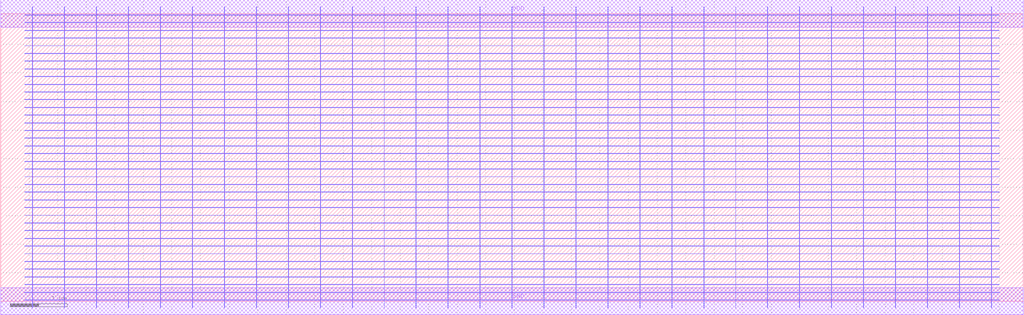
<source format=lef>
MACRO MUX7
 CLASS CORE ;
 FOREIGN MUX7 0 0 ;
 SIZE 17.92 BY 5.04 ;
 ORIGIN 0 0 ;
 SYMMETRY X Y R90 ;
 SITE unit ;
  PIN VDD
   DIRECTION INOUT ;
   USE POWER ;
   SHAPE ABUTMENT ;
    PORT
     CLASS CORE ;
       LAYER met1 ;
        RECT 0.00000000 4.80000000 17.92000000 5.28000000 ;
    END
  END VDD

  PIN GND
   DIRECTION INOUT ;
   USE POWER ;
   SHAPE ABUTMENT ;
    PORT
     CLASS CORE ;
       LAYER met1 ;
        RECT 0.00000000 -0.24000000 17.92000000 0.24000000 ;
    END
  END GND

 OBS
    LAYER polycont ;
     RECT 1.11600000 2.58300000 1.12400000 2.59100000 ;
     RECT 2.23600000 2.58300000 2.24400000 2.59100000 ;
     RECT 3.35600000 2.58300000 3.36400000 2.59100000 ;
     RECT 4.47600000 2.58300000 4.48400000 2.59100000 ;
     RECT 5.59600000 2.58300000 5.60400000 2.59100000 ;
     RECT 6.71600000 2.58300000 6.72400000 2.59100000 ;
     RECT 7.83600000 2.58300000 7.84400000 2.59100000 ;
     RECT 8.95600000 2.58300000 8.96400000 2.59100000 ;
     RECT 10.07600000 2.58300000 10.08400000 2.59100000 ;
     RECT 11.19600000 2.58300000 11.20400000 2.59100000 ;
     RECT 12.31600000 2.58300000 12.32400000 2.59100000 ;
     RECT 13.43600000 2.58300000 13.44400000 2.59100000 ;
     RECT 14.55600000 2.58300000 14.56400000 2.59100000 ;
     RECT 15.67600000 2.58300000 15.68400000 2.59100000 ;
     RECT 16.79600000 2.58300000 16.80400000 2.59100000 ;
     RECT 1.11600000 2.98800000 1.12400000 2.99600000 ;
     RECT 2.23600000 2.98800000 2.24400000 2.99600000 ;
     RECT 3.35600000 2.98800000 3.36400000 2.99600000 ;
     RECT 4.47600000 2.98800000 4.48400000 2.99600000 ;
     RECT 5.59600000 2.98800000 5.60400000 2.99600000 ;
     RECT 6.71600000 2.98800000 6.72400000 2.99600000 ;
     RECT 7.83600000 2.98800000 7.84400000 2.99600000 ;
     RECT 8.95600000 2.98800000 8.96400000 2.99600000 ;
     RECT 10.07600000 2.98800000 10.08400000 2.99600000 ;
     RECT 11.19600000 2.98800000 11.20400000 2.99600000 ;
     RECT 12.31600000 2.98800000 12.32400000 2.99600000 ;
     RECT 13.43600000 2.98800000 13.44400000 2.99600000 ;
     RECT 14.55600000 2.98800000 14.56400000 2.99600000 ;
     RECT 15.67600000 2.98800000 15.68400000 2.99600000 ;
     RECT 16.79600000 2.98800000 16.80400000 2.99600000 ;

    LAYER pdiffc ;
     RECT 9.51600000 3.39300000 9.52400000 3.40100000 ;
     RECT 10.63600000 3.39300000 10.64400000 3.40100000 ;
     RECT 11.75600000 3.39300000 11.76400000 3.40100000 ;
     RECT 12.87600000 3.39300000 12.88400000 3.40100000 ;
     RECT 13.99600000 3.39300000 14.00400000 3.40100000 ;
     RECT 15.11600000 3.39300000 15.12400000 3.40100000 ;
     RECT 16.23600000 3.39300000 16.24400000 3.40100000 ;
     RECT 17.35600000 3.39300000 17.36400000 3.40100000 ;
     RECT 9.51600000 3.52800000 9.52400000 3.53600000 ;
     RECT 10.63600000 3.52800000 10.64400000 3.53600000 ;
     RECT 11.75600000 3.52800000 11.76400000 3.53600000 ;
     RECT 12.87600000 3.52800000 12.88400000 3.53600000 ;
     RECT 13.99600000 3.52800000 14.00400000 3.53600000 ;
     RECT 15.11600000 3.52800000 15.12400000 3.53600000 ;
     RECT 16.23600000 3.52800000 16.24400000 3.53600000 ;
     RECT 17.35600000 3.52800000 17.36400000 3.53600000 ;
     RECT 9.51600000 3.66300000 9.52400000 3.67100000 ;
     RECT 10.63600000 3.66300000 10.64400000 3.67100000 ;
     RECT 11.75600000 3.66300000 11.76400000 3.67100000 ;
     RECT 12.87600000 3.66300000 12.88400000 3.67100000 ;
     RECT 13.99600000 3.66300000 14.00400000 3.67100000 ;
     RECT 15.11600000 3.66300000 15.12400000 3.67100000 ;
     RECT 16.23600000 3.66300000 16.24400000 3.67100000 ;
     RECT 17.35600000 3.66300000 17.36400000 3.67100000 ;
     RECT 9.51600000 3.79800000 9.52400000 3.80600000 ;
     RECT 10.63600000 3.79800000 10.64400000 3.80600000 ;
     RECT 11.75600000 3.79800000 11.76400000 3.80600000 ;
     RECT 12.87600000 3.79800000 12.88400000 3.80600000 ;
     RECT 13.99600000 3.79800000 14.00400000 3.80600000 ;
     RECT 15.11600000 3.79800000 15.12400000 3.80600000 ;
     RECT 16.23600000 3.79800000 16.24400000 3.80600000 ;
     RECT 17.35600000 3.79800000 17.36400000 3.80600000 ;
     RECT 9.51600000 3.93300000 9.52400000 3.94100000 ;
     RECT 10.63600000 3.93300000 10.64400000 3.94100000 ;
     RECT 11.75600000 3.93300000 11.76400000 3.94100000 ;
     RECT 12.87600000 3.93300000 12.88400000 3.94100000 ;
     RECT 13.99600000 3.93300000 14.00400000 3.94100000 ;
     RECT 15.11600000 3.93300000 15.12400000 3.94100000 ;
     RECT 16.23600000 3.93300000 16.24400000 3.94100000 ;
     RECT 17.35600000 3.93300000 17.36400000 3.94100000 ;
     RECT 9.51600000 4.06800000 9.52400000 4.07600000 ;
     RECT 10.63600000 4.06800000 10.64400000 4.07600000 ;
     RECT 11.75600000 4.06800000 11.76400000 4.07600000 ;
     RECT 12.87600000 4.06800000 12.88400000 4.07600000 ;
     RECT 13.99600000 4.06800000 14.00400000 4.07600000 ;
     RECT 15.11600000 4.06800000 15.12400000 4.07600000 ;
     RECT 16.23600000 4.06800000 16.24400000 4.07600000 ;
     RECT 17.35600000 4.06800000 17.36400000 4.07600000 ;
     RECT 9.51600000 4.20300000 9.52400000 4.21100000 ;
     RECT 10.63600000 4.20300000 10.64400000 4.21100000 ;
     RECT 11.75600000 4.20300000 11.76400000 4.21100000 ;
     RECT 12.87600000 4.20300000 12.88400000 4.21100000 ;
     RECT 13.99600000 4.20300000 14.00400000 4.21100000 ;
     RECT 15.11600000 4.20300000 15.12400000 4.21100000 ;
     RECT 16.23600000 4.20300000 16.24400000 4.21100000 ;
     RECT 17.35600000 4.20300000 17.36400000 4.21100000 ;
     RECT 9.51600000 4.33800000 9.52400000 4.34600000 ;
     RECT 10.63600000 4.33800000 10.64400000 4.34600000 ;
     RECT 11.75600000 4.33800000 11.76400000 4.34600000 ;
     RECT 12.87600000 4.33800000 12.88400000 4.34600000 ;
     RECT 13.99600000 4.33800000 14.00400000 4.34600000 ;
     RECT 15.11600000 4.33800000 15.12400000 4.34600000 ;
     RECT 16.23600000 4.33800000 16.24400000 4.34600000 ;
     RECT 17.35600000 4.33800000 17.36400000 4.34600000 ;
     RECT 9.51600000 4.47300000 9.52400000 4.48100000 ;
     RECT 10.63600000 4.47300000 10.64400000 4.48100000 ;
     RECT 11.75600000 4.47300000 11.76400000 4.48100000 ;
     RECT 12.87600000 4.47300000 12.88400000 4.48100000 ;
     RECT 13.99600000 4.47300000 14.00400000 4.48100000 ;
     RECT 15.11600000 4.47300000 15.12400000 4.48100000 ;
     RECT 16.23600000 4.47300000 16.24400000 4.48100000 ;
     RECT 17.35600000 4.47300000 17.36400000 4.48100000 ;
     RECT 9.51600000 4.60800000 9.52400000 4.61600000 ;
     RECT 10.63600000 4.60800000 10.64400000 4.61600000 ;
     RECT 11.75600000 4.60800000 11.76400000 4.61600000 ;
     RECT 12.87600000 4.60800000 12.88400000 4.61600000 ;
     RECT 13.99600000 4.60800000 14.00400000 4.61600000 ;
     RECT 15.11600000 4.60800000 15.12400000 4.61600000 ;
     RECT 16.23600000 4.60800000 16.24400000 4.61600000 ;
     RECT 17.35600000 4.60800000 17.36400000 4.61600000 ;
     RECT 0.55600000 4.06800000 0.56400000 4.07600000 ;
     RECT 1.67600000 4.06800000 1.68400000 4.07600000 ;
     RECT 2.79600000 4.06800000 2.80400000 4.07600000 ;
     RECT 3.91600000 4.06800000 3.92400000 4.07600000 ;
     RECT 5.03600000 4.06800000 5.04400000 4.07600000 ;
     RECT 6.15600000 4.06800000 6.16400000 4.07600000 ;
     RECT 7.27600000 4.06800000 7.28400000 4.07600000 ;
     RECT 8.39600000 4.06800000 8.40400000 4.07600000 ;
     RECT 0.55600000 3.52800000 0.56400000 3.53600000 ;
     RECT 1.67600000 3.52800000 1.68400000 3.53600000 ;
     RECT 2.79600000 3.52800000 2.80400000 3.53600000 ;
     RECT 3.91600000 3.52800000 3.92400000 3.53600000 ;
     RECT 5.03600000 3.52800000 5.04400000 3.53600000 ;
     RECT 6.15600000 3.52800000 6.16400000 3.53600000 ;
     RECT 7.27600000 3.52800000 7.28400000 3.53600000 ;
     RECT 8.39600000 3.52800000 8.40400000 3.53600000 ;
     RECT 0.55600000 4.20300000 0.56400000 4.21100000 ;
     RECT 1.67600000 4.20300000 1.68400000 4.21100000 ;
     RECT 2.79600000 4.20300000 2.80400000 4.21100000 ;
     RECT 3.91600000 4.20300000 3.92400000 4.21100000 ;
     RECT 5.03600000 4.20300000 5.04400000 4.21100000 ;
     RECT 6.15600000 4.20300000 6.16400000 4.21100000 ;
     RECT 7.27600000 4.20300000 7.28400000 4.21100000 ;
     RECT 8.39600000 4.20300000 8.40400000 4.21100000 ;
     RECT 0.55600000 3.79800000 0.56400000 3.80600000 ;
     RECT 1.67600000 3.79800000 1.68400000 3.80600000 ;
     RECT 2.79600000 3.79800000 2.80400000 3.80600000 ;
     RECT 3.91600000 3.79800000 3.92400000 3.80600000 ;
     RECT 5.03600000 3.79800000 5.04400000 3.80600000 ;
     RECT 6.15600000 3.79800000 6.16400000 3.80600000 ;
     RECT 7.27600000 3.79800000 7.28400000 3.80600000 ;
     RECT 8.39600000 3.79800000 8.40400000 3.80600000 ;
     RECT 0.55600000 4.33800000 0.56400000 4.34600000 ;
     RECT 1.67600000 4.33800000 1.68400000 4.34600000 ;
     RECT 2.79600000 4.33800000 2.80400000 4.34600000 ;
     RECT 3.91600000 4.33800000 3.92400000 4.34600000 ;
     RECT 5.03600000 4.33800000 5.04400000 4.34600000 ;
     RECT 6.15600000 4.33800000 6.16400000 4.34600000 ;
     RECT 7.27600000 4.33800000 7.28400000 4.34600000 ;
     RECT 8.39600000 4.33800000 8.40400000 4.34600000 ;
     RECT 0.55600000 3.39300000 0.56400000 3.40100000 ;
     RECT 1.67600000 3.39300000 1.68400000 3.40100000 ;
     RECT 2.79600000 3.39300000 2.80400000 3.40100000 ;
     RECT 3.91600000 3.39300000 3.92400000 3.40100000 ;
     RECT 5.03600000 3.39300000 5.04400000 3.40100000 ;
     RECT 6.15600000 3.39300000 6.16400000 3.40100000 ;
     RECT 7.27600000 3.39300000 7.28400000 3.40100000 ;
     RECT 8.39600000 3.39300000 8.40400000 3.40100000 ;
     RECT 0.55600000 4.47300000 0.56400000 4.48100000 ;
     RECT 1.67600000 4.47300000 1.68400000 4.48100000 ;
     RECT 2.79600000 4.47300000 2.80400000 4.48100000 ;
     RECT 3.91600000 4.47300000 3.92400000 4.48100000 ;
     RECT 5.03600000 4.47300000 5.04400000 4.48100000 ;
     RECT 6.15600000 4.47300000 6.16400000 4.48100000 ;
     RECT 7.27600000 4.47300000 7.28400000 4.48100000 ;
     RECT 8.39600000 4.47300000 8.40400000 4.48100000 ;
     RECT 0.55600000 3.93300000 0.56400000 3.94100000 ;
     RECT 1.67600000 3.93300000 1.68400000 3.94100000 ;
     RECT 2.79600000 3.93300000 2.80400000 3.94100000 ;
     RECT 3.91600000 3.93300000 3.92400000 3.94100000 ;
     RECT 5.03600000 3.93300000 5.04400000 3.94100000 ;
     RECT 6.15600000 3.93300000 6.16400000 3.94100000 ;
     RECT 7.27600000 3.93300000 7.28400000 3.94100000 ;
     RECT 8.39600000 3.93300000 8.40400000 3.94100000 ;
     RECT 0.55600000 4.60800000 0.56400000 4.61600000 ;
     RECT 1.67600000 4.60800000 1.68400000 4.61600000 ;
     RECT 2.79600000 4.60800000 2.80400000 4.61600000 ;
     RECT 3.91600000 4.60800000 3.92400000 4.61600000 ;
     RECT 5.03600000 4.60800000 5.04400000 4.61600000 ;
     RECT 6.15600000 4.60800000 6.16400000 4.61600000 ;
     RECT 7.27600000 4.60800000 7.28400000 4.61600000 ;
     RECT 8.39600000 4.60800000 8.40400000 4.61600000 ;
     RECT 0.55600000 3.66300000 0.56400000 3.67100000 ;
     RECT 1.67600000 3.66300000 1.68400000 3.67100000 ;
     RECT 2.79600000 3.66300000 2.80400000 3.67100000 ;
     RECT 3.91600000 3.66300000 3.92400000 3.67100000 ;
     RECT 5.03600000 3.66300000 5.04400000 3.67100000 ;
     RECT 6.15600000 3.66300000 6.16400000 3.67100000 ;
     RECT 7.27600000 3.66300000 7.28400000 3.67100000 ;
     RECT 8.39600000 3.66300000 8.40400000 3.67100000 ;

    LAYER ndiffc ;
     RECT 13.99600000 0.42300000 14.00400000 0.43100000 ;
     RECT 15.11600000 0.42300000 15.12400000 0.43100000 ;
     RECT 16.23600000 0.42300000 16.24400000 0.43100000 ;
     RECT 17.35600000 0.42300000 17.36400000 0.43100000 ;
     RECT 13.99600000 0.55800000 14.00400000 0.56600000 ;
     RECT 15.11600000 0.55800000 15.12400000 0.56600000 ;
     RECT 16.23600000 0.55800000 16.24400000 0.56600000 ;
     RECT 17.35600000 0.55800000 17.36400000 0.56600000 ;
     RECT 13.99600000 0.69300000 14.00400000 0.70100000 ;
     RECT 15.11600000 0.69300000 15.12400000 0.70100000 ;
     RECT 16.23600000 0.69300000 16.24400000 0.70100000 ;
     RECT 17.35600000 0.69300000 17.36400000 0.70100000 ;
     RECT 13.99600000 0.82800000 14.00400000 0.83600000 ;
     RECT 15.11600000 0.82800000 15.12400000 0.83600000 ;
     RECT 16.23600000 0.82800000 16.24400000 0.83600000 ;
     RECT 17.35600000 0.82800000 17.36400000 0.83600000 ;
     RECT 13.99600000 0.96300000 14.00400000 0.97100000 ;
     RECT 15.11600000 0.96300000 15.12400000 0.97100000 ;
     RECT 16.23600000 0.96300000 16.24400000 0.97100000 ;
     RECT 17.35600000 0.96300000 17.36400000 0.97100000 ;
     RECT 13.99600000 1.09800000 14.00400000 1.10600000 ;
     RECT 15.11600000 1.09800000 15.12400000 1.10600000 ;
     RECT 16.23600000 1.09800000 16.24400000 1.10600000 ;
     RECT 17.35600000 1.09800000 17.36400000 1.10600000 ;
     RECT 13.99600000 1.23300000 14.00400000 1.24100000 ;
     RECT 15.11600000 1.23300000 15.12400000 1.24100000 ;
     RECT 16.23600000 1.23300000 16.24400000 1.24100000 ;
     RECT 17.35600000 1.23300000 17.36400000 1.24100000 ;
     RECT 13.99600000 1.36800000 14.00400000 1.37600000 ;
     RECT 15.11600000 1.36800000 15.12400000 1.37600000 ;
     RECT 16.23600000 1.36800000 16.24400000 1.37600000 ;
     RECT 17.35600000 1.36800000 17.36400000 1.37600000 ;
     RECT 13.99600000 1.50300000 14.00400000 1.51100000 ;
     RECT 15.11600000 1.50300000 15.12400000 1.51100000 ;
     RECT 16.23600000 1.50300000 16.24400000 1.51100000 ;
     RECT 17.35600000 1.50300000 17.36400000 1.51100000 ;
     RECT 13.99600000 1.63800000 14.00400000 1.64600000 ;
     RECT 15.11600000 1.63800000 15.12400000 1.64600000 ;
     RECT 16.23600000 1.63800000 16.24400000 1.64600000 ;
     RECT 17.35600000 1.63800000 17.36400000 1.64600000 ;
     RECT 13.99600000 1.77300000 14.00400000 1.78100000 ;
     RECT 15.11600000 1.77300000 15.12400000 1.78100000 ;
     RECT 16.23600000 1.77300000 16.24400000 1.78100000 ;
     RECT 17.35600000 1.77300000 17.36400000 1.78100000 ;
     RECT 13.99600000 1.90800000 14.00400000 1.91600000 ;
     RECT 15.11600000 1.90800000 15.12400000 1.91600000 ;
     RECT 16.23600000 1.90800000 16.24400000 1.91600000 ;
     RECT 17.35600000 1.90800000 17.36400000 1.91600000 ;
     RECT 13.99600000 2.04300000 14.00400000 2.05100000 ;
     RECT 15.11600000 2.04300000 15.12400000 2.05100000 ;
     RECT 16.23600000 2.04300000 16.24400000 2.05100000 ;
     RECT 17.35600000 2.04300000 17.36400000 2.05100000 ;
     RECT 9.51600000 0.82800000 9.52400000 0.83600000 ;
     RECT 10.63600000 0.82800000 10.64400000 0.83600000 ;
     RECT 11.75600000 0.82800000 11.76400000 0.83600000 ;
     RECT 12.87600000 0.82800000 12.88400000 0.83600000 ;
     RECT 9.51600000 1.36800000 9.52400000 1.37600000 ;
     RECT 10.63600000 1.36800000 10.64400000 1.37600000 ;
     RECT 11.75600000 1.36800000 11.76400000 1.37600000 ;
     RECT 12.87600000 1.36800000 12.88400000 1.37600000 ;
     RECT 9.51600000 0.42300000 9.52400000 0.43100000 ;
     RECT 10.63600000 0.42300000 10.64400000 0.43100000 ;
     RECT 11.75600000 0.42300000 11.76400000 0.43100000 ;
     RECT 12.87600000 0.42300000 12.88400000 0.43100000 ;
     RECT 9.51600000 1.50300000 9.52400000 1.51100000 ;
     RECT 10.63600000 1.50300000 10.64400000 1.51100000 ;
     RECT 11.75600000 1.50300000 11.76400000 1.51100000 ;
     RECT 12.87600000 1.50300000 12.88400000 1.51100000 ;
     RECT 9.51600000 0.96300000 9.52400000 0.97100000 ;
     RECT 10.63600000 0.96300000 10.64400000 0.97100000 ;
     RECT 11.75600000 0.96300000 11.76400000 0.97100000 ;
     RECT 12.87600000 0.96300000 12.88400000 0.97100000 ;
     RECT 9.51600000 1.63800000 9.52400000 1.64600000 ;
     RECT 10.63600000 1.63800000 10.64400000 1.64600000 ;
     RECT 11.75600000 1.63800000 11.76400000 1.64600000 ;
     RECT 12.87600000 1.63800000 12.88400000 1.64600000 ;
     RECT 9.51600000 0.69300000 9.52400000 0.70100000 ;
     RECT 10.63600000 0.69300000 10.64400000 0.70100000 ;
     RECT 11.75600000 0.69300000 11.76400000 0.70100000 ;
     RECT 12.87600000 0.69300000 12.88400000 0.70100000 ;
     RECT 9.51600000 1.77300000 9.52400000 1.78100000 ;
     RECT 10.63600000 1.77300000 10.64400000 1.78100000 ;
     RECT 11.75600000 1.77300000 11.76400000 1.78100000 ;
     RECT 12.87600000 1.77300000 12.88400000 1.78100000 ;
     RECT 9.51600000 1.09800000 9.52400000 1.10600000 ;
     RECT 10.63600000 1.09800000 10.64400000 1.10600000 ;
     RECT 11.75600000 1.09800000 11.76400000 1.10600000 ;
     RECT 12.87600000 1.09800000 12.88400000 1.10600000 ;
     RECT 9.51600000 1.90800000 9.52400000 1.91600000 ;
     RECT 10.63600000 1.90800000 10.64400000 1.91600000 ;
     RECT 11.75600000 1.90800000 11.76400000 1.91600000 ;
     RECT 12.87600000 1.90800000 12.88400000 1.91600000 ;
     RECT 9.51600000 0.55800000 9.52400000 0.56600000 ;
     RECT 10.63600000 0.55800000 10.64400000 0.56600000 ;
     RECT 11.75600000 0.55800000 11.76400000 0.56600000 ;
     RECT 12.87600000 0.55800000 12.88400000 0.56600000 ;
     RECT 9.51600000 2.04300000 9.52400000 2.05100000 ;
     RECT 10.63600000 2.04300000 10.64400000 2.05100000 ;
     RECT 11.75600000 2.04300000 11.76400000 2.05100000 ;
     RECT 12.87600000 2.04300000 12.88400000 2.05100000 ;
     RECT 9.51600000 1.23300000 9.52400000 1.24100000 ;
     RECT 10.63600000 1.23300000 10.64400000 1.24100000 ;
     RECT 11.75600000 1.23300000 11.76400000 1.24100000 ;
     RECT 12.87600000 1.23300000 12.88400000 1.24100000 ;
     RECT 5.03600000 0.82800000 5.04400000 0.83600000 ;
     RECT 6.15600000 0.82800000 6.16400000 0.83600000 ;
     RECT 7.27600000 0.82800000 7.28400000 0.83600000 ;
     RECT 8.39600000 0.82800000 8.40400000 0.83600000 ;
     RECT 5.03600000 1.36800000 5.04400000 1.37600000 ;
     RECT 6.15600000 1.36800000 6.16400000 1.37600000 ;
     RECT 7.27600000 1.36800000 7.28400000 1.37600000 ;
     RECT 8.39600000 1.36800000 8.40400000 1.37600000 ;
     RECT 5.03600000 0.42300000 5.04400000 0.43100000 ;
     RECT 6.15600000 0.42300000 6.16400000 0.43100000 ;
     RECT 7.27600000 0.42300000 7.28400000 0.43100000 ;
     RECT 8.39600000 0.42300000 8.40400000 0.43100000 ;
     RECT 5.03600000 1.50300000 5.04400000 1.51100000 ;
     RECT 6.15600000 1.50300000 6.16400000 1.51100000 ;
     RECT 7.27600000 1.50300000 7.28400000 1.51100000 ;
     RECT 8.39600000 1.50300000 8.40400000 1.51100000 ;
     RECT 5.03600000 0.96300000 5.04400000 0.97100000 ;
     RECT 6.15600000 0.96300000 6.16400000 0.97100000 ;
     RECT 7.27600000 0.96300000 7.28400000 0.97100000 ;
     RECT 8.39600000 0.96300000 8.40400000 0.97100000 ;
     RECT 5.03600000 1.63800000 5.04400000 1.64600000 ;
     RECT 6.15600000 1.63800000 6.16400000 1.64600000 ;
     RECT 7.27600000 1.63800000 7.28400000 1.64600000 ;
     RECT 8.39600000 1.63800000 8.40400000 1.64600000 ;
     RECT 5.03600000 0.69300000 5.04400000 0.70100000 ;
     RECT 6.15600000 0.69300000 6.16400000 0.70100000 ;
     RECT 7.27600000 0.69300000 7.28400000 0.70100000 ;
     RECT 8.39600000 0.69300000 8.40400000 0.70100000 ;
     RECT 5.03600000 1.77300000 5.04400000 1.78100000 ;
     RECT 6.15600000 1.77300000 6.16400000 1.78100000 ;
     RECT 7.27600000 1.77300000 7.28400000 1.78100000 ;
     RECT 8.39600000 1.77300000 8.40400000 1.78100000 ;
     RECT 5.03600000 1.09800000 5.04400000 1.10600000 ;
     RECT 6.15600000 1.09800000 6.16400000 1.10600000 ;
     RECT 7.27600000 1.09800000 7.28400000 1.10600000 ;
     RECT 8.39600000 1.09800000 8.40400000 1.10600000 ;
     RECT 5.03600000 1.90800000 5.04400000 1.91600000 ;
     RECT 6.15600000 1.90800000 6.16400000 1.91600000 ;
     RECT 7.27600000 1.90800000 7.28400000 1.91600000 ;
     RECT 8.39600000 1.90800000 8.40400000 1.91600000 ;
     RECT 5.03600000 0.55800000 5.04400000 0.56600000 ;
     RECT 6.15600000 0.55800000 6.16400000 0.56600000 ;
     RECT 7.27600000 0.55800000 7.28400000 0.56600000 ;
     RECT 8.39600000 0.55800000 8.40400000 0.56600000 ;
     RECT 5.03600000 2.04300000 5.04400000 2.05100000 ;
     RECT 6.15600000 2.04300000 6.16400000 2.05100000 ;
     RECT 7.27600000 2.04300000 7.28400000 2.05100000 ;
     RECT 8.39600000 2.04300000 8.40400000 2.05100000 ;
     RECT 5.03600000 1.23300000 5.04400000 1.24100000 ;
     RECT 6.15600000 1.23300000 6.16400000 1.24100000 ;
     RECT 7.27600000 1.23300000 7.28400000 1.24100000 ;
     RECT 8.39600000 1.23300000 8.40400000 1.24100000 ;
     RECT 0.55600000 1.50300000 0.56400000 1.51100000 ;
     RECT 1.67600000 1.50300000 1.68400000 1.51100000 ;
     RECT 2.79600000 1.50300000 2.80400000 1.51100000 ;
     RECT 3.91600000 1.50300000 3.92400000 1.51100000 ;
     RECT 0.55600000 1.77300000 0.56400000 1.78100000 ;
     RECT 1.67600000 1.77300000 1.68400000 1.78100000 ;
     RECT 2.79600000 1.77300000 2.80400000 1.78100000 ;
     RECT 3.91600000 1.77300000 3.92400000 1.78100000 ;
     RECT 0.55600000 0.82800000 0.56400000 0.83600000 ;
     RECT 1.67600000 0.82800000 1.68400000 0.83600000 ;
     RECT 2.79600000 0.82800000 2.80400000 0.83600000 ;
     RECT 3.91600000 0.82800000 3.92400000 0.83600000 ;
     RECT 0.55600000 1.09800000 0.56400000 1.10600000 ;
     RECT 1.67600000 1.09800000 1.68400000 1.10600000 ;
     RECT 2.79600000 1.09800000 2.80400000 1.10600000 ;
     RECT 3.91600000 1.09800000 3.92400000 1.10600000 ;
     RECT 0.55600000 0.96300000 0.56400000 0.97100000 ;
     RECT 1.67600000 0.96300000 1.68400000 0.97100000 ;
     RECT 2.79600000 0.96300000 2.80400000 0.97100000 ;
     RECT 3.91600000 0.96300000 3.92400000 0.97100000 ;
     RECT 0.55600000 1.90800000 0.56400000 1.91600000 ;
     RECT 1.67600000 1.90800000 1.68400000 1.91600000 ;
     RECT 2.79600000 1.90800000 2.80400000 1.91600000 ;
     RECT 3.91600000 1.90800000 3.92400000 1.91600000 ;
     RECT 0.55600000 0.42300000 0.56400000 0.43100000 ;
     RECT 1.67600000 0.42300000 1.68400000 0.43100000 ;
     RECT 2.79600000 0.42300000 2.80400000 0.43100000 ;
     RECT 3.91600000 0.42300000 3.92400000 0.43100000 ;
     RECT 0.55600000 0.55800000 0.56400000 0.56600000 ;
     RECT 1.67600000 0.55800000 1.68400000 0.56600000 ;
     RECT 2.79600000 0.55800000 2.80400000 0.56600000 ;
     RECT 3.91600000 0.55800000 3.92400000 0.56600000 ;
     RECT 0.55600000 1.63800000 0.56400000 1.64600000 ;
     RECT 1.67600000 1.63800000 1.68400000 1.64600000 ;
     RECT 2.79600000 1.63800000 2.80400000 1.64600000 ;
     RECT 3.91600000 1.63800000 3.92400000 1.64600000 ;
     RECT 0.55600000 2.04300000 0.56400000 2.05100000 ;
     RECT 1.67600000 2.04300000 1.68400000 2.05100000 ;
     RECT 2.79600000 2.04300000 2.80400000 2.05100000 ;
     RECT 3.91600000 2.04300000 3.92400000 2.05100000 ;
     RECT 0.55600000 1.36800000 0.56400000 1.37600000 ;
     RECT 1.67600000 1.36800000 1.68400000 1.37600000 ;
     RECT 2.79600000 1.36800000 2.80400000 1.37600000 ;
     RECT 3.91600000 1.36800000 3.92400000 1.37600000 ;
     RECT 0.55600000 1.23300000 0.56400000 1.24100000 ;
     RECT 1.67600000 1.23300000 1.68400000 1.24100000 ;
     RECT 2.79600000 1.23300000 2.80400000 1.24100000 ;
     RECT 3.91600000 1.23300000 3.92400000 1.24100000 ;
     RECT 0.55600000 0.69300000 0.56400000 0.70100000 ;
     RECT 1.67600000 0.69300000 1.68400000 0.70100000 ;
     RECT 2.79600000 0.69300000 2.80400000 0.70100000 ;
     RECT 3.91600000 0.69300000 3.92400000 0.70100000 ;

    LAYER met1 ;
     RECT 0.00000000 -0.24000000 17.92000000 0.24000000 ;
     RECT 8.95600000 0.24000000 8.96400000 0.28800000 ;
     RECT 0.44500000 0.28800000 17.47500000 0.29600000 ;
     RECT 8.95600000 0.29600000 8.96400000 0.42300000 ;
     RECT 0.44500000 0.42300000 17.47500000 0.43100000 ;
     RECT 8.95600000 0.43100000 8.96400000 0.55800000 ;
     RECT 0.44500000 0.55800000 17.47500000 0.56600000 ;
     RECT 8.95600000 0.56600000 8.96400000 0.69300000 ;
     RECT 0.44500000 0.69300000 17.47500000 0.70100000 ;
     RECT 8.95600000 0.70100000 8.96400000 0.82800000 ;
     RECT 0.44500000 0.82800000 17.47500000 0.83600000 ;
     RECT 8.95600000 0.83600000 8.96400000 0.96300000 ;
     RECT 0.44500000 0.96300000 17.47500000 0.97100000 ;
     RECT 8.95600000 0.97100000 8.96400000 1.09800000 ;
     RECT 0.44500000 1.09800000 17.47500000 1.10600000 ;
     RECT 8.95600000 1.10600000 8.96400000 1.23300000 ;
     RECT 0.44500000 1.23300000 17.47500000 1.24100000 ;
     RECT 8.95600000 1.24100000 8.96400000 1.36800000 ;
     RECT 0.44500000 1.36800000 17.47500000 1.37600000 ;
     RECT 8.95600000 1.37600000 8.96400000 1.50300000 ;
     RECT 0.44500000 1.50300000 17.47500000 1.51100000 ;
     RECT 8.95600000 1.51100000 8.96400000 1.63800000 ;
     RECT 0.44500000 1.63800000 17.47500000 1.64600000 ;
     RECT 8.95600000 1.64600000 8.96400000 1.77300000 ;
     RECT 0.44500000 1.77300000 17.47500000 1.78100000 ;
     RECT 8.95600000 1.78100000 8.96400000 1.90800000 ;
     RECT 0.44500000 1.90800000 17.47500000 1.91600000 ;
     RECT 8.95600000 1.91600000 8.96400000 2.04300000 ;
     RECT 0.44500000 2.04300000 17.47500000 2.05100000 ;
     RECT 8.95600000 2.05100000 8.96400000 2.17800000 ;
     RECT 0.44500000 2.17800000 17.47500000 2.18600000 ;
     RECT 8.95600000 2.18600000 8.96400000 2.31300000 ;
     RECT 0.44500000 2.31300000 17.47500000 2.32100000 ;
     RECT 8.95600000 2.32100000 8.96400000 2.44800000 ;
     RECT 0.44500000 2.44800000 17.47500000 2.45600000 ;
     RECT 0.55600000 2.45600000 0.56400000 2.58300000 ;
     RECT 1.11600000 2.45600000 1.12400000 2.58300000 ;
     RECT 1.67600000 2.45600000 1.68400000 2.58300000 ;
     RECT 2.23600000 2.45600000 2.24400000 2.58300000 ;
     RECT 2.79600000 2.45600000 2.80400000 2.58300000 ;
     RECT 3.35600000 2.45600000 3.36400000 2.58300000 ;
     RECT 3.91600000 2.45600000 3.92400000 2.58300000 ;
     RECT 4.47600000 2.45600000 4.48400000 2.58300000 ;
     RECT 5.03600000 2.45600000 5.04400000 2.58300000 ;
     RECT 5.59600000 2.45600000 5.60400000 2.58300000 ;
     RECT 6.15600000 2.45600000 6.16400000 2.58300000 ;
     RECT 6.71600000 2.45600000 6.72400000 2.58300000 ;
     RECT 7.27600000 2.45600000 7.28400000 2.58300000 ;
     RECT 7.83600000 2.45600000 7.84400000 2.58300000 ;
     RECT 8.39600000 2.45600000 8.40400000 2.58300000 ;
     RECT 8.95600000 2.45600000 8.96400000 2.58300000 ;
     RECT 9.51600000 2.45600000 9.52400000 2.58300000 ;
     RECT 10.07600000 2.45600000 10.08400000 2.58300000 ;
     RECT 10.63600000 2.45600000 10.64400000 2.58300000 ;
     RECT 11.19600000 2.45600000 11.20400000 2.58300000 ;
     RECT 11.75600000 2.45600000 11.76400000 2.58300000 ;
     RECT 12.31600000 2.45600000 12.32400000 2.58300000 ;
     RECT 12.87600000 2.45600000 12.88400000 2.58300000 ;
     RECT 13.43600000 2.45600000 13.44400000 2.58300000 ;
     RECT 13.99600000 2.45600000 14.00400000 2.58300000 ;
     RECT 14.55600000 2.45600000 14.56400000 2.58300000 ;
     RECT 15.11600000 2.45600000 15.12400000 2.58300000 ;
     RECT 15.67600000 2.45600000 15.68400000 2.58300000 ;
     RECT 16.23600000 2.45600000 16.24400000 2.58300000 ;
     RECT 16.79600000 2.45600000 16.80400000 2.58300000 ;
     RECT 17.35600000 2.45600000 17.36400000 2.58300000 ;
     RECT 0.44500000 2.58300000 17.47500000 2.59100000 ;
     RECT 8.95600000 2.59100000 8.96400000 2.71800000 ;
     RECT 0.44500000 2.71800000 17.47500000 2.72600000 ;
     RECT 8.95600000 2.72600000 8.96400000 2.85300000 ;
     RECT 0.44500000 2.85300000 17.47500000 2.86100000 ;
     RECT 8.95600000 2.86100000 8.96400000 2.98800000 ;
     RECT 0.44500000 2.98800000 17.47500000 2.99600000 ;
     RECT 8.95600000 2.99600000 8.96400000 3.12300000 ;
     RECT 0.44500000 3.12300000 17.47500000 3.13100000 ;
     RECT 8.95600000 3.13100000 8.96400000 3.25800000 ;
     RECT 0.44500000 3.25800000 17.47500000 3.26600000 ;
     RECT 8.95600000 3.26600000 8.96400000 3.39300000 ;
     RECT 0.44500000 3.39300000 17.47500000 3.40100000 ;
     RECT 8.95600000 3.40100000 8.96400000 3.52800000 ;
     RECT 0.44500000 3.52800000 17.47500000 3.53600000 ;
     RECT 8.95600000 3.53600000 8.96400000 3.66300000 ;
     RECT 0.44500000 3.66300000 17.47500000 3.67100000 ;
     RECT 8.95600000 3.67100000 8.96400000 3.79800000 ;
     RECT 0.44500000 3.79800000 17.47500000 3.80600000 ;
     RECT 8.95600000 3.80600000 8.96400000 3.93300000 ;
     RECT 0.44500000 3.93300000 17.47500000 3.94100000 ;
     RECT 8.95600000 3.94100000 8.96400000 4.06800000 ;
     RECT 0.44500000 4.06800000 17.47500000 4.07600000 ;
     RECT 8.95600000 4.07600000 8.96400000 4.20300000 ;
     RECT 0.44500000 4.20300000 17.47500000 4.21100000 ;
     RECT 8.95600000 4.21100000 8.96400000 4.33800000 ;
     RECT 0.44500000 4.33800000 17.47500000 4.34600000 ;
     RECT 8.95600000 4.34600000 8.96400000 4.47300000 ;
     RECT 0.44500000 4.47300000 17.47500000 4.48100000 ;
     RECT 8.95600000 4.48100000 8.96400000 4.60800000 ;
     RECT 0.44500000 4.60800000 17.47500000 4.61600000 ;
     RECT 8.95600000 4.61600000 8.96400000 4.74300000 ;
     RECT 0.44500000 4.74300000 17.47500000 4.75100000 ;
     RECT 8.95600000 4.75100000 8.96400000 4.80000000 ;
     RECT 0.00000000 4.80000000 17.92000000 5.28000000 ;
     RECT 13.43600000 2.86100000 13.44400000 2.98800000 ;
     RECT 13.43600000 2.99600000 13.44400000 3.12300000 ;
     RECT 13.43600000 2.59100000 13.44400000 2.71800000 ;
     RECT 13.43600000 3.13100000 13.44400000 3.25800000 ;
     RECT 13.43600000 3.26600000 13.44400000 3.39300000 ;
     RECT 13.43600000 3.40100000 13.44400000 3.52800000 ;
     RECT 13.43600000 3.53600000 13.44400000 3.66300000 ;
     RECT 13.43600000 3.67100000 13.44400000 3.79800000 ;
     RECT 9.51600000 3.80600000 9.52400000 3.93300000 ;
     RECT 10.07600000 3.80600000 10.08400000 3.93300000 ;
     RECT 10.63600000 3.80600000 10.64400000 3.93300000 ;
     RECT 11.19600000 3.80600000 11.20400000 3.93300000 ;
     RECT 11.75600000 3.80600000 11.76400000 3.93300000 ;
     RECT 12.31600000 3.80600000 12.32400000 3.93300000 ;
     RECT 12.87600000 3.80600000 12.88400000 3.93300000 ;
     RECT 13.43600000 3.80600000 13.44400000 3.93300000 ;
     RECT 13.99600000 3.80600000 14.00400000 3.93300000 ;
     RECT 14.55600000 3.80600000 14.56400000 3.93300000 ;
     RECT 15.11600000 3.80600000 15.12400000 3.93300000 ;
     RECT 15.67600000 3.80600000 15.68400000 3.93300000 ;
     RECT 16.23600000 3.80600000 16.24400000 3.93300000 ;
     RECT 16.79600000 3.80600000 16.80400000 3.93300000 ;
     RECT 17.35600000 3.80600000 17.36400000 3.93300000 ;
     RECT 13.43600000 3.94100000 13.44400000 4.06800000 ;
     RECT 13.43600000 4.07600000 13.44400000 4.20300000 ;
     RECT 13.43600000 4.21100000 13.44400000 4.33800000 ;
     RECT 13.43600000 2.72600000 13.44400000 2.85300000 ;
     RECT 13.43600000 4.34600000 13.44400000 4.47300000 ;
     RECT 13.43600000 4.48100000 13.44400000 4.60800000 ;
     RECT 13.43600000 4.61600000 13.44400000 4.74300000 ;
     RECT 13.43600000 4.75100000 13.44400000 4.80000000 ;
     RECT 13.99600000 3.94100000 14.00400000 4.06800000 ;
     RECT 13.99600000 4.07600000 14.00400000 4.20300000 ;
     RECT 14.55600000 4.07600000 14.56400000 4.20300000 ;
     RECT 15.11600000 4.07600000 15.12400000 4.20300000 ;
     RECT 15.67600000 4.07600000 15.68400000 4.20300000 ;
     RECT 16.23600000 4.07600000 16.24400000 4.20300000 ;
     RECT 16.79600000 4.07600000 16.80400000 4.20300000 ;
     RECT 17.35600000 4.07600000 17.36400000 4.20300000 ;
     RECT 14.55600000 3.94100000 14.56400000 4.06800000 ;
     RECT 13.99600000 4.21100000 14.00400000 4.33800000 ;
     RECT 14.55600000 4.21100000 14.56400000 4.33800000 ;
     RECT 15.11600000 4.21100000 15.12400000 4.33800000 ;
     RECT 15.67600000 4.21100000 15.68400000 4.33800000 ;
     RECT 16.23600000 4.21100000 16.24400000 4.33800000 ;
     RECT 16.79600000 4.21100000 16.80400000 4.33800000 ;
     RECT 17.35600000 4.21100000 17.36400000 4.33800000 ;
     RECT 15.11600000 3.94100000 15.12400000 4.06800000 ;
     RECT 15.67600000 3.94100000 15.68400000 4.06800000 ;
     RECT 13.99600000 4.34600000 14.00400000 4.47300000 ;
     RECT 14.55600000 4.34600000 14.56400000 4.47300000 ;
     RECT 15.11600000 4.34600000 15.12400000 4.47300000 ;
     RECT 15.67600000 4.34600000 15.68400000 4.47300000 ;
     RECT 16.23600000 4.34600000 16.24400000 4.47300000 ;
     RECT 16.79600000 4.34600000 16.80400000 4.47300000 ;
     RECT 17.35600000 4.34600000 17.36400000 4.47300000 ;
     RECT 16.23600000 3.94100000 16.24400000 4.06800000 ;
     RECT 13.99600000 4.48100000 14.00400000 4.60800000 ;
     RECT 14.55600000 4.48100000 14.56400000 4.60800000 ;
     RECT 15.11600000 4.48100000 15.12400000 4.60800000 ;
     RECT 15.67600000 4.48100000 15.68400000 4.60800000 ;
     RECT 16.23600000 4.48100000 16.24400000 4.60800000 ;
     RECT 16.79600000 4.48100000 16.80400000 4.60800000 ;
     RECT 17.35600000 4.48100000 17.36400000 4.60800000 ;
     RECT 16.79600000 3.94100000 16.80400000 4.06800000 ;
     RECT 13.99600000 4.61600000 14.00400000 4.74300000 ;
     RECT 14.55600000 4.61600000 14.56400000 4.74300000 ;
     RECT 15.11600000 4.61600000 15.12400000 4.74300000 ;
     RECT 15.67600000 4.61600000 15.68400000 4.74300000 ;
     RECT 16.23600000 4.61600000 16.24400000 4.74300000 ;
     RECT 16.79600000 4.61600000 16.80400000 4.74300000 ;
     RECT 17.35600000 4.61600000 17.36400000 4.74300000 ;
     RECT 17.35600000 3.94100000 17.36400000 4.06800000 ;
     RECT 13.99600000 4.75100000 14.00400000 4.80000000 ;
     RECT 14.55600000 4.75100000 14.56400000 4.80000000 ;
     RECT 15.11600000 4.75100000 15.12400000 4.80000000 ;
     RECT 15.67600000 4.75100000 15.68400000 4.80000000 ;
     RECT 16.23600000 4.75100000 16.24400000 4.80000000 ;
     RECT 16.79600000 4.75100000 16.80400000 4.80000000 ;
     RECT 17.35600000 4.75100000 17.36400000 4.80000000 ;
     RECT 9.51600000 4.07600000 9.52400000 4.20300000 ;
     RECT 9.51600000 4.21100000 9.52400000 4.33800000 ;
     RECT 10.07600000 4.21100000 10.08400000 4.33800000 ;
     RECT 10.63600000 4.21100000 10.64400000 4.33800000 ;
     RECT 9.51600000 4.48100000 9.52400000 4.60800000 ;
     RECT 10.07600000 4.48100000 10.08400000 4.60800000 ;
     RECT 10.63600000 4.48100000 10.64400000 4.60800000 ;
     RECT 11.19600000 4.48100000 11.20400000 4.60800000 ;
     RECT 11.75600000 4.48100000 11.76400000 4.60800000 ;
     RECT 12.31600000 4.48100000 12.32400000 4.60800000 ;
     RECT 12.87600000 4.48100000 12.88400000 4.60800000 ;
     RECT 11.19600000 4.21100000 11.20400000 4.33800000 ;
     RECT 11.75600000 4.21100000 11.76400000 4.33800000 ;
     RECT 12.31600000 4.21100000 12.32400000 4.33800000 ;
     RECT 12.87600000 4.21100000 12.88400000 4.33800000 ;
     RECT 10.07600000 4.07600000 10.08400000 4.20300000 ;
     RECT 10.63600000 4.07600000 10.64400000 4.20300000 ;
     RECT 11.19600000 4.07600000 11.20400000 4.20300000 ;
     RECT 11.75600000 4.07600000 11.76400000 4.20300000 ;
     RECT 9.51600000 4.61600000 9.52400000 4.74300000 ;
     RECT 10.07600000 4.61600000 10.08400000 4.74300000 ;
     RECT 10.63600000 4.61600000 10.64400000 4.74300000 ;
     RECT 11.19600000 4.61600000 11.20400000 4.74300000 ;
     RECT 11.75600000 4.61600000 11.76400000 4.74300000 ;
     RECT 12.31600000 4.61600000 12.32400000 4.74300000 ;
     RECT 12.87600000 4.61600000 12.88400000 4.74300000 ;
     RECT 12.31600000 4.07600000 12.32400000 4.20300000 ;
     RECT 12.87600000 4.07600000 12.88400000 4.20300000 ;
     RECT 10.07600000 3.94100000 10.08400000 4.06800000 ;
     RECT 10.63600000 3.94100000 10.64400000 4.06800000 ;
     RECT 11.19600000 3.94100000 11.20400000 4.06800000 ;
     RECT 9.51600000 4.34600000 9.52400000 4.47300000 ;
     RECT 10.07600000 4.34600000 10.08400000 4.47300000 ;
     RECT 10.63600000 4.34600000 10.64400000 4.47300000 ;
     RECT 9.51600000 4.75100000 9.52400000 4.80000000 ;
     RECT 10.07600000 4.75100000 10.08400000 4.80000000 ;
     RECT 10.63600000 4.75100000 10.64400000 4.80000000 ;
     RECT 11.19600000 4.75100000 11.20400000 4.80000000 ;
     RECT 11.75600000 4.75100000 11.76400000 4.80000000 ;
     RECT 12.31600000 4.75100000 12.32400000 4.80000000 ;
     RECT 12.87600000 4.75100000 12.88400000 4.80000000 ;
     RECT 11.19600000 4.34600000 11.20400000 4.47300000 ;
     RECT 11.75600000 4.34600000 11.76400000 4.47300000 ;
     RECT 12.31600000 4.34600000 12.32400000 4.47300000 ;
     RECT 12.87600000 4.34600000 12.88400000 4.47300000 ;
     RECT 11.75600000 3.94100000 11.76400000 4.06800000 ;
     RECT 12.31600000 3.94100000 12.32400000 4.06800000 ;
     RECT 12.87600000 3.94100000 12.88400000 4.06800000 ;
     RECT 9.51600000 3.94100000 9.52400000 4.06800000 ;
     RECT 9.51600000 2.99600000 9.52400000 3.12300000 ;
     RECT 10.07600000 2.99600000 10.08400000 3.12300000 ;
     RECT 10.63600000 2.99600000 10.64400000 3.12300000 ;
     RECT 11.19600000 2.99600000 11.20400000 3.12300000 ;
     RECT 11.75600000 2.99600000 11.76400000 3.12300000 ;
     RECT 12.31600000 2.99600000 12.32400000 3.12300000 ;
     RECT 12.87600000 2.99600000 12.88400000 3.12300000 ;
     RECT 9.51600000 2.86100000 9.52400000 2.98800000 ;
     RECT 12.87600000 2.59100000 12.88400000 2.71800000 ;
     RECT 10.07600000 2.86100000 10.08400000 2.98800000 ;
     RECT 9.51600000 3.13100000 9.52400000 3.25800000 ;
     RECT 10.07600000 3.13100000 10.08400000 3.25800000 ;
     RECT 10.07600000 2.72600000 10.08400000 2.85300000 ;
     RECT 10.63600000 2.72600000 10.64400000 2.85300000 ;
     RECT 10.63600000 3.13100000 10.64400000 3.25800000 ;
     RECT 11.19600000 3.13100000 11.20400000 3.25800000 ;
     RECT 11.75600000 3.13100000 11.76400000 3.25800000 ;
     RECT 12.31600000 3.13100000 12.32400000 3.25800000 ;
     RECT 12.87600000 3.13100000 12.88400000 3.25800000 ;
     RECT 10.63600000 2.86100000 10.64400000 2.98800000 ;
     RECT 9.51600000 3.26600000 9.52400000 3.39300000 ;
     RECT 10.07600000 3.26600000 10.08400000 3.39300000 ;
     RECT 10.63600000 3.26600000 10.64400000 3.39300000 ;
     RECT 11.19600000 3.26600000 11.20400000 3.39300000 ;
     RECT 11.75600000 3.26600000 11.76400000 3.39300000 ;
     RECT 12.31600000 3.26600000 12.32400000 3.39300000 ;
     RECT 12.87600000 3.26600000 12.88400000 3.39300000 ;
     RECT 11.19600000 2.86100000 11.20400000 2.98800000 ;
     RECT 9.51600000 3.40100000 9.52400000 3.52800000 ;
     RECT 11.19600000 2.72600000 11.20400000 2.85300000 ;
     RECT 11.75600000 2.72600000 11.76400000 2.85300000 ;
     RECT 10.07600000 3.40100000 10.08400000 3.52800000 ;
     RECT 10.63600000 3.40100000 10.64400000 3.52800000 ;
     RECT 11.19600000 3.40100000 11.20400000 3.52800000 ;
     RECT 11.75600000 3.40100000 11.76400000 3.52800000 ;
     RECT 12.31600000 3.40100000 12.32400000 3.52800000 ;
     RECT 12.87600000 3.40100000 12.88400000 3.52800000 ;
     RECT 11.75600000 2.86100000 11.76400000 2.98800000 ;
     RECT 9.51600000 3.53600000 9.52400000 3.66300000 ;
     RECT 10.07600000 3.53600000 10.08400000 3.66300000 ;
     RECT 10.63600000 3.53600000 10.64400000 3.66300000 ;
     RECT 11.19600000 3.53600000 11.20400000 3.66300000 ;
     RECT 11.75600000 3.53600000 11.76400000 3.66300000 ;
     RECT 12.31600000 3.53600000 12.32400000 3.66300000 ;
     RECT 12.87600000 3.53600000 12.88400000 3.66300000 ;
     RECT 12.31600000 2.86100000 12.32400000 2.98800000 ;
     RECT 12.31600000 2.72600000 12.32400000 2.85300000 ;
     RECT 12.87600000 2.72600000 12.88400000 2.85300000 ;
     RECT 9.51600000 2.59100000 9.52400000 2.71800000 ;
     RECT 9.51600000 3.67100000 9.52400000 3.79800000 ;
     RECT 10.07600000 3.67100000 10.08400000 3.79800000 ;
     RECT 10.63600000 3.67100000 10.64400000 3.79800000 ;
     RECT 11.19600000 3.67100000 11.20400000 3.79800000 ;
     RECT 11.75600000 3.67100000 11.76400000 3.79800000 ;
     RECT 12.31600000 3.67100000 12.32400000 3.79800000 ;
     RECT 12.87600000 3.67100000 12.88400000 3.79800000 ;
     RECT 12.87600000 2.86100000 12.88400000 2.98800000 ;
     RECT 10.07600000 2.59100000 10.08400000 2.71800000 ;
     RECT 9.51600000 2.72600000 9.52400000 2.85300000 ;
     RECT 11.19600000 2.59100000 11.20400000 2.71800000 ;
     RECT 11.75600000 2.59100000 11.76400000 2.71800000 ;
     RECT 12.31600000 2.59100000 12.32400000 2.71800000 ;
     RECT 10.63600000 2.59100000 10.64400000 2.71800000 ;
     RECT 15.11600000 3.40100000 15.12400000 3.52800000 ;
     RECT 15.67600000 3.40100000 15.68400000 3.52800000 ;
     RECT 16.23600000 3.40100000 16.24400000 3.52800000 ;
     RECT 16.79600000 3.40100000 16.80400000 3.52800000 ;
     RECT 17.35600000 3.40100000 17.36400000 3.52800000 ;
     RECT 16.23600000 2.59100000 16.24400000 2.71800000 ;
     RECT 16.79600000 2.59100000 16.80400000 2.71800000 ;
     RECT 15.11600000 3.13100000 15.12400000 3.25800000 ;
     RECT 15.67600000 3.13100000 15.68400000 3.25800000 ;
     RECT 16.23600000 3.13100000 16.24400000 3.25800000 ;
     RECT 16.79600000 3.13100000 16.80400000 3.25800000 ;
     RECT 14.55600000 2.72600000 14.56400000 2.85300000 ;
     RECT 15.11600000 2.72600000 15.12400000 2.85300000 ;
     RECT 17.35600000 3.13100000 17.36400000 3.25800000 ;
     RECT 13.99600000 2.59100000 14.00400000 2.71800000 ;
     RECT 14.55600000 2.59100000 14.56400000 2.71800000 ;
     RECT 15.67600000 2.99600000 15.68400000 3.12300000 ;
     RECT 13.99600000 3.53600000 14.00400000 3.66300000 ;
     RECT 14.55600000 3.53600000 14.56400000 3.66300000 ;
     RECT 15.11600000 3.53600000 15.12400000 3.66300000 ;
     RECT 15.67600000 3.53600000 15.68400000 3.66300000 ;
     RECT 16.23600000 3.53600000 16.24400000 3.66300000 ;
     RECT 16.79600000 3.53600000 16.80400000 3.66300000 ;
     RECT 17.35600000 3.53600000 17.36400000 3.66300000 ;
     RECT 17.35600000 2.59100000 17.36400000 2.71800000 ;
     RECT 16.23600000 2.99600000 16.24400000 3.12300000 ;
     RECT 16.79600000 2.99600000 16.80400000 3.12300000 ;
     RECT 17.35600000 2.99600000 17.36400000 3.12300000 ;
     RECT 15.67600000 2.72600000 15.68400000 2.85300000 ;
     RECT 16.23600000 2.72600000 16.24400000 2.85300000 ;
     RECT 15.67600000 2.86100000 15.68400000 2.98800000 ;
     RECT 16.23600000 2.86100000 16.24400000 2.98800000 ;
     RECT 16.79600000 2.86100000 16.80400000 2.98800000 ;
     RECT 17.35600000 2.86100000 17.36400000 2.98800000 ;
     RECT 13.99600000 3.26600000 14.00400000 3.39300000 ;
     RECT 14.55600000 3.26600000 14.56400000 3.39300000 ;
     RECT 13.99600000 3.67100000 14.00400000 3.79800000 ;
     RECT 14.55600000 3.67100000 14.56400000 3.79800000 ;
     RECT 15.11600000 3.67100000 15.12400000 3.79800000 ;
     RECT 15.67600000 3.67100000 15.68400000 3.79800000 ;
     RECT 16.23600000 3.67100000 16.24400000 3.79800000 ;
     RECT 16.79600000 3.67100000 16.80400000 3.79800000 ;
     RECT 17.35600000 3.67100000 17.36400000 3.79800000 ;
     RECT 15.11600000 3.26600000 15.12400000 3.39300000 ;
     RECT 15.67600000 3.26600000 15.68400000 3.39300000 ;
     RECT 16.79600000 2.72600000 16.80400000 2.85300000 ;
     RECT 17.35600000 2.72600000 17.36400000 2.85300000 ;
     RECT 16.23600000 3.26600000 16.24400000 3.39300000 ;
     RECT 16.79600000 3.26600000 16.80400000 3.39300000 ;
     RECT 17.35600000 3.26600000 17.36400000 3.39300000 ;
     RECT 15.11600000 2.59100000 15.12400000 2.71800000 ;
     RECT 15.67600000 2.59100000 15.68400000 2.71800000 ;
     RECT 13.99600000 2.86100000 14.00400000 2.98800000 ;
     RECT 14.55600000 2.86100000 14.56400000 2.98800000 ;
     RECT 15.11600000 2.86100000 15.12400000 2.98800000 ;
     RECT 13.99600000 2.99600000 14.00400000 3.12300000 ;
     RECT 14.55600000 2.99600000 14.56400000 3.12300000 ;
     RECT 15.11600000 2.99600000 15.12400000 3.12300000 ;
     RECT 13.99600000 2.72600000 14.00400000 2.85300000 ;
     RECT 13.99600000 3.13100000 14.00400000 3.25800000 ;
     RECT 14.55600000 3.13100000 14.56400000 3.25800000 ;
     RECT 13.99600000 3.40100000 14.00400000 3.52800000 ;
     RECT 14.55600000 3.40100000 14.56400000 3.52800000 ;
     RECT 1.11600000 3.80600000 1.12400000 3.93300000 ;
     RECT 1.67600000 3.80600000 1.68400000 3.93300000 ;
     RECT 2.23600000 3.80600000 2.24400000 3.93300000 ;
     RECT 2.79600000 3.80600000 2.80400000 3.93300000 ;
     RECT 3.35600000 3.80600000 3.36400000 3.93300000 ;
     RECT 3.91600000 3.80600000 3.92400000 3.93300000 ;
     RECT 4.47600000 3.80600000 4.48400000 3.93300000 ;
     RECT 5.03600000 3.80600000 5.04400000 3.93300000 ;
     RECT 5.59600000 3.80600000 5.60400000 3.93300000 ;
     RECT 6.15600000 3.80600000 6.16400000 3.93300000 ;
     RECT 6.71600000 3.80600000 6.72400000 3.93300000 ;
     RECT 7.27600000 3.80600000 7.28400000 3.93300000 ;
     RECT 7.83600000 3.80600000 7.84400000 3.93300000 ;
     RECT 8.39600000 3.80600000 8.40400000 3.93300000 ;
     RECT 4.47600000 2.72600000 4.48400000 2.85300000 ;
     RECT 4.47600000 3.26600000 4.48400000 3.39300000 ;
     RECT 4.47600000 3.94100000 4.48400000 4.06800000 ;
     RECT 4.47600000 4.07600000 4.48400000 4.20300000 ;
     RECT 4.47600000 3.40100000 4.48400000 3.52800000 ;
     RECT 4.47600000 4.21100000 4.48400000 4.33800000 ;
     RECT 4.47600000 2.99600000 4.48400000 3.12300000 ;
     RECT 4.47600000 2.59100000 4.48400000 2.71800000 ;
     RECT 4.47600000 4.34600000 4.48400000 4.47300000 ;
     RECT 4.47600000 3.53600000 4.48400000 3.66300000 ;
     RECT 4.47600000 4.48100000 4.48400000 4.60800000 ;
     RECT 4.47600000 4.61600000 4.48400000 4.74300000 ;
     RECT 4.47600000 3.13100000 4.48400000 3.25800000 ;
     RECT 4.47600000 3.67100000 4.48400000 3.79800000 ;
     RECT 4.47600000 4.75100000 4.48400000 4.80000000 ;
     RECT 4.47600000 2.86100000 4.48400000 2.98800000 ;
     RECT 0.55600000 3.80600000 0.56400000 3.93300000 ;
     RECT 8.39600000 4.07600000 8.40400000 4.20300000 ;
     RECT 5.59600000 3.94100000 5.60400000 4.06800000 ;
     RECT 6.15600000 3.94100000 6.16400000 4.06800000 ;
     RECT 5.03600000 4.21100000 5.04400000 4.33800000 ;
     RECT 5.59600000 4.21100000 5.60400000 4.33800000 ;
     RECT 6.15600000 4.21100000 6.16400000 4.33800000 ;
     RECT 6.71600000 4.21100000 6.72400000 4.33800000 ;
     RECT 7.27600000 4.21100000 7.28400000 4.33800000 ;
     RECT 7.83600000 4.21100000 7.84400000 4.33800000 ;
     RECT 8.39600000 4.21100000 8.40400000 4.33800000 ;
     RECT 6.71600000 3.94100000 6.72400000 4.06800000 ;
     RECT 7.27600000 3.94100000 7.28400000 4.06800000 ;
     RECT 7.83600000 3.94100000 7.84400000 4.06800000 ;
     RECT 5.03600000 4.34600000 5.04400000 4.47300000 ;
     RECT 5.59600000 4.34600000 5.60400000 4.47300000 ;
     RECT 6.15600000 4.34600000 6.16400000 4.47300000 ;
     RECT 6.71600000 4.34600000 6.72400000 4.47300000 ;
     RECT 7.27600000 4.34600000 7.28400000 4.47300000 ;
     RECT 7.83600000 4.34600000 7.84400000 4.47300000 ;
     RECT 8.39600000 4.34600000 8.40400000 4.47300000 ;
     RECT 8.39600000 3.94100000 8.40400000 4.06800000 ;
     RECT 5.03600000 3.94100000 5.04400000 4.06800000 ;
     RECT 5.03600000 4.48100000 5.04400000 4.60800000 ;
     RECT 5.59600000 4.48100000 5.60400000 4.60800000 ;
     RECT 6.15600000 4.48100000 6.16400000 4.60800000 ;
     RECT 6.71600000 4.48100000 6.72400000 4.60800000 ;
     RECT 7.27600000 4.48100000 7.28400000 4.60800000 ;
     RECT 7.83600000 4.48100000 7.84400000 4.60800000 ;
     RECT 8.39600000 4.48100000 8.40400000 4.60800000 ;
     RECT 5.03600000 4.07600000 5.04400000 4.20300000 ;
     RECT 5.03600000 4.61600000 5.04400000 4.74300000 ;
     RECT 5.59600000 4.61600000 5.60400000 4.74300000 ;
     RECT 6.15600000 4.61600000 6.16400000 4.74300000 ;
     RECT 6.71600000 4.61600000 6.72400000 4.74300000 ;
     RECT 7.27600000 4.61600000 7.28400000 4.74300000 ;
     RECT 7.83600000 4.61600000 7.84400000 4.74300000 ;
     RECT 8.39600000 4.61600000 8.40400000 4.74300000 ;
     RECT 5.59600000 4.07600000 5.60400000 4.20300000 ;
     RECT 6.15600000 4.07600000 6.16400000 4.20300000 ;
     RECT 6.71600000 4.07600000 6.72400000 4.20300000 ;
     RECT 5.03600000 4.75100000 5.04400000 4.80000000 ;
     RECT 5.59600000 4.75100000 5.60400000 4.80000000 ;
     RECT 6.15600000 4.75100000 6.16400000 4.80000000 ;
     RECT 6.71600000 4.75100000 6.72400000 4.80000000 ;
     RECT 7.27600000 4.75100000 7.28400000 4.80000000 ;
     RECT 7.83600000 4.75100000 7.84400000 4.80000000 ;
     RECT 8.39600000 4.75100000 8.40400000 4.80000000 ;
     RECT 7.27600000 4.07600000 7.28400000 4.20300000 ;
     RECT 7.83600000 4.07600000 7.84400000 4.20300000 ;
     RECT 0.55600000 4.48100000 0.56400000 4.60800000 ;
     RECT 1.11600000 4.48100000 1.12400000 4.60800000 ;
     RECT 1.67600000 4.48100000 1.68400000 4.60800000 ;
     RECT 2.23600000 4.48100000 2.24400000 4.60800000 ;
     RECT 2.79600000 4.48100000 2.80400000 4.60800000 ;
     RECT 3.35600000 4.48100000 3.36400000 4.60800000 ;
     RECT 3.91600000 4.48100000 3.92400000 4.60800000 ;
     RECT 3.35600000 4.21100000 3.36400000 4.33800000 ;
     RECT 3.91600000 4.21100000 3.92400000 4.33800000 ;
     RECT 1.67600000 4.07600000 1.68400000 4.20300000 ;
     RECT 2.23600000 4.07600000 2.24400000 4.20300000 ;
     RECT 2.79600000 4.07600000 2.80400000 4.20300000 ;
     RECT 3.35600000 4.07600000 3.36400000 4.20300000 ;
     RECT 3.91600000 4.07600000 3.92400000 4.20300000 ;
     RECT 1.11600000 3.94100000 1.12400000 4.06800000 ;
     RECT 0.55600000 4.61600000 0.56400000 4.74300000 ;
     RECT 1.11600000 4.61600000 1.12400000 4.74300000 ;
     RECT 1.67600000 4.61600000 1.68400000 4.74300000 ;
     RECT 2.23600000 4.61600000 2.24400000 4.74300000 ;
     RECT 2.79600000 4.61600000 2.80400000 4.74300000 ;
     RECT 3.35600000 4.61600000 3.36400000 4.74300000 ;
     RECT 3.91600000 4.61600000 3.92400000 4.74300000 ;
     RECT 1.67600000 3.94100000 1.68400000 4.06800000 ;
     RECT 2.23600000 3.94100000 2.24400000 4.06800000 ;
     RECT 2.79600000 3.94100000 2.80400000 4.06800000 ;
     RECT 3.35600000 3.94100000 3.36400000 4.06800000 ;
     RECT 0.55600000 4.34600000 0.56400000 4.47300000 ;
     RECT 1.11600000 4.34600000 1.12400000 4.47300000 ;
     RECT 1.67600000 4.34600000 1.68400000 4.47300000 ;
     RECT 2.23600000 4.34600000 2.24400000 4.47300000 ;
     RECT 2.79600000 4.34600000 2.80400000 4.47300000 ;
     RECT 3.35600000 4.34600000 3.36400000 4.47300000 ;
     RECT 0.55600000 4.75100000 0.56400000 4.80000000 ;
     RECT 1.11600000 4.75100000 1.12400000 4.80000000 ;
     RECT 1.67600000 4.75100000 1.68400000 4.80000000 ;
     RECT 2.23600000 4.75100000 2.24400000 4.80000000 ;
     RECT 2.79600000 4.75100000 2.80400000 4.80000000 ;
     RECT 3.35600000 4.75100000 3.36400000 4.80000000 ;
     RECT 3.91600000 4.75100000 3.92400000 4.80000000 ;
     RECT 3.91600000 4.34600000 3.92400000 4.47300000 ;
     RECT 3.91600000 3.94100000 3.92400000 4.06800000 ;
     RECT 0.55600000 3.94100000 0.56400000 4.06800000 ;
     RECT 0.55600000 4.07600000 0.56400000 4.20300000 ;
     RECT 1.11600000 4.07600000 1.12400000 4.20300000 ;
     RECT 0.55600000 4.21100000 0.56400000 4.33800000 ;
     RECT 1.11600000 4.21100000 1.12400000 4.33800000 ;
     RECT 1.67600000 4.21100000 1.68400000 4.33800000 ;
     RECT 2.23600000 4.21100000 2.24400000 4.33800000 ;
     RECT 2.79600000 4.21100000 2.80400000 4.33800000 ;
     RECT 3.91600000 2.99600000 3.92400000 3.12300000 ;
     RECT 2.79600000 2.59100000 2.80400000 2.71800000 ;
     RECT 3.91600000 2.59100000 3.92400000 2.71800000 ;
     RECT 1.11600000 2.99600000 1.12400000 3.12300000 ;
     RECT 0.55600000 2.59100000 0.56400000 2.71800000 ;
     RECT 1.11600000 2.59100000 1.12400000 2.71800000 ;
     RECT 0.55600000 2.72600000 0.56400000 2.85300000 ;
     RECT 1.11600000 2.72600000 1.12400000 2.85300000 ;
     RECT 0.55600000 2.86100000 0.56400000 2.98800000 ;
     RECT 1.11600000 2.86100000 1.12400000 2.98800000 ;
     RECT 1.67600000 2.86100000 1.68400000 2.98800000 ;
     RECT 2.23600000 2.86100000 2.24400000 2.98800000 ;
     RECT 0.55600000 3.13100000 0.56400000 3.25800000 ;
     RECT 1.11600000 3.13100000 1.12400000 3.25800000 ;
     RECT 1.67600000 3.13100000 1.68400000 3.25800000 ;
     RECT 2.23600000 3.13100000 2.24400000 3.25800000 ;
     RECT 2.79600000 3.13100000 2.80400000 3.25800000 ;
     RECT 3.35600000 3.13100000 3.36400000 3.25800000 ;
     RECT 3.91600000 3.13100000 3.92400000 3.25800000 ;
     RECT 1.67600000 2.99600000 1.68400000 3.12300000 ;
     RECT 2.23600000 2.99600000 2.24400000 3.12300000 ;
     RECT 2.79600000 2.99600000 2.80400000 3.12300000 ;
     RECT 3.35600000 2.99600000 3.36400000 3.12300000 ;
     RECT 0.55600000 3.40100000 0.56400000 3.52800000 ;
     RECT 1.11600000 3.40100000 1.12400000 3.52800000 ;
     RECT 1.67600000 3.40100000 1.68400000 3.52800000 ;
     RECT 2.23600000 3.40100000 2.24400000 3.52800000 ;
     RECT 2.79600000 3.40100000 2.80400000 3.52800000 ;
     RECT 3.35600000 3.40100000 3.36400000 3.52800000 ;
     RECT 3.91600000 3.40100000 3.92400000 3.52800000 ;
     RECT 3.35600000 2.59100000 3.36400000 2.71800000 ;
     RECT 0.55600000 2.99600000 0.56400000 3.12300000 ;
     RECT 1.67600000 2.72600000 1.68400000 2.85300000 ;
     RECT 0.55600000 3.26600000 0.56400000 3.39300000 ;
     RECT 0.55600000 3.53600000 0.56400000 3.66300000 ;
     RECT 0.55600000 3.67100000 0.56400000 3.79800000 ;
     RECT 1.11600000 3.67100000 1.12400000 3.79800000 ;
     RECT 1.67600000 3.67100000 1.68400000 3.79800000 ;
     RECT 2.23600000 3.67100000 2.24400000 3.79800000 ;
     RECT 2.79600000 3.67100000 2.80400000 3.79800000 ;
     RECT 3.35600000 3.67100000 3.36400000 3.79800000 ;
     RECT 3.91600000 3.67100000 3.92400000 3.79800000 ;
     RECT 1.11600000 3.53600000 1.12400000 3.66300000 ;
     RECT 1.67600000 3.53600000 1.68400000 3.66300000 ;
     RECT 2.23600000 3.53600000 2.24400000 3.66300000 ;
     RECT 2.79600000 3.53600000 2.80400000 3.66300000 ;
     RECT 3.35600000 3.53600000 3.36400000 3.66300000 ;
     RECT 3.91600000 3.53600000 3.92400000 3.66300000 ;
     RECT 1.11600000 3.26600000 1.12400000 3.39300000 ;
     RECT 1.67600000 3.26600000 1.68400000 3.39300000 ;
     RECT 2.23600000 3.26600000 2.24400000 3.39300000 ;
     RECT 2.79600000 3.26600000 2.80400000 3.39300000 ;
     RECT 3.35600000 3.26600000 3.36400000 3.39300000 ;
     RECT 3.91600000 3.26600000 3.92400000 3.39300000 ;
     RECT 2.23600000 2.72600000 2.24400000 2.85300000 ;
     RECT 2.79600000 2.72600000 2.80400000 2.85300000 ;
     RECT 3.35600000 2.72600000 3.36400000 2.85300000 ;
     RECT 3.91600000 2.72600000 3.92400000 2.85300000 ;
     RECT 2.79600000 2.86100000 2.80400000 2.98800000 ;
     RECT 3.35600000 2.86100000 3.36400000 2.98800000 ;
     RECT 3.91600000 2.86100000 3.92400000 2.98800000 ;
     RECT 1.67600000 2.59100000 1.68400000 2.71800000 ;
     RECT 2.23600000 2.59100000 2.24400000 2.71800000 ;
     RECT 5.59600000 3.40100000 5.60400000 3.52800000 ;
     RECT 5.03600000 2.99600000 5.04400000 3.12300000 ;
     RECT 5.59600000 2.99600000 5.60400000 3.12300000 ;
     RECT 6.15600000 2.99600000 6.16400000 3.12300000 ;
     RECT 5.03600000 3.53600000 5.04400000 3.66300000 ;
     RECT 5.59600000 3.53600000 5.60400000 3.66300000 ;
     RECT 6.15600000 3.53600000 6.16400000 3.66300000 ;
     RECT 6.71600000 3.53600000 6.72400000 3.66300000 ;
     RECT 7.27600000 3.53600000 7.28400000 3.66300000 ;
     RECT 7.83600000 3.53600000 7.84400000 3.66300000 ;
     RECT 6.71600000 2.99600000 6.72400000 3.12300000 ;
     RECT 7.27600000 2.99600000 7.28400000 3.12300000 ;
     RECT 7.83600000 2.99600000 7.84400000 3.12300000 ;
     RECT 8.39600000 2.99600000 8.40400000 3.12300000 ;
     RECT 6.15600000 3.40100000 6.16400000 3.52800000 ;
     RECT 6.71600000 3.40100000 6.72400000 3.52800000 ;
     RECT 5.03600000 2.59100000 5.04400000 2.71800000 ;
     RECT 5.59600000 2.59100000 5.60400000 2.71800000 ;
     RECT 6.15600000 2.59100000 6.16400000 2.71800000 ;
     RECT 6.15600000 3.26600000 6.16400000 3.39300000 ;
     RECT 6.71600000 3.26600000 6.72400000 3.39300000 ;
     RECT 7.27600000 3.26600000 7.28400000 3.39300000 ;
     RECT 7.83600000 3.26600000 7.84400000 3.39300000 ;
     RECT 5.03600000 3.67100000 5.04400000 3.79800000 ;
     RECT 5.59600000 3.67100000 5.60400000 3.79800000 ;
     RECT 6.15600000 3.67100000 6.16400000 3.79800000 ;
     RECT 6.71600000 3.67100000 6.72400000 3.79800000 ;
     RECT 7.27600000 3.67100000 7.28400000 3.79800000 ;
     RECT 7.83600000 3.67100000 7.84400000 3.79800000 ;
     RECT 8.39600000 3.67100000 8.40400000 3.79800000 ;
     RECT 5.03600000 3.13100000 5.04400000 3.25800000 ;
     RECT 8.39600000 3.26600000 8.40400000 3.39300000 ;
     RECT 5.03600000 2.72600000 5.04400000 2.85300000 ;
     RECT 8.39600000 3.53600000 8.40400000 3.66300000 ;
     RECT 8.39600000 2.59100000 8.40400000 2.71800000 ;
     RECT 5.59600000 2.72600000 5.60400000 2.85300000 ;
     RECT 6.15600000 2.72600000 6.16400000 2.85300000 ;
     RECT 6.71600000 2.72600000 6.72400000 2.85300000 ;
     RECT 7.27600000 2.72600000 7.28400000 2.85300000 ;
     RECT 7.83600000 2.72600000 7.84400000 2.85300000 ;
     RECT 8.39600000 2.72600000 8.40400000 2.85300000 ;
     RECT 8.39600000 2.86100000 8.40400000 2.98800000 ;
     RECT 5.03600000 3.26600000 5.04400000 3.39300000 ;
     RECT 5.59600000 3.26600000 5.60400000 3.39300000 ;
     RECT 6.71600000 2.59100000 6.72400000 2.71800000 ;
     RECT 7.27600000 2.59100000 7.28400000 2.71800000 ;
     RECT 5.59600000 3.13100000 5.60400000 3.25800000 ;
     RECT 6.15600000 3.13100000 6.16400000 3.25800000 ;
     RECT 6.71600000 3.13100000 6.72400000 3.25800000 ;
     RECT 7.27600000 3.13100000 7.28400000 3.25800000 ;
     RECT 7.83600000 3.13100000 7.84400000 3.25800000 ;
     RECT 8.39600000 3.13100000 8.40400000 3.25800000 ;
     RECT 7.83600000 2.59100000 7.84400000 2.71800000 ;
     RECT 7.27600000 3.40100000 7.28400000 3.52800000 ;
     RECT 7.83600000 3.40100000 7.84400000 3.52800000 ;
     RECT 8.39600000 3.40100000 8.40400000 3.52800000 ;
     RECT 5.03600000 2.86100000 5.04400000 2.98800000 ;
     RECT 5.59600000 2.86100000 5.60400000 2.98800000 ;
     RECT 6.15600000 2.86100000 6.16400000 2.98800000 ;
     RECT 6.71600000 2.86100000 6.72400000 2.98800000 ;
     RECT 7.27600000 2.86100000 7.28400000 2.98800000 ;
     RECT 7.83600000 2.86100000 7.84400000 2.98800000 ;
     RECT 5.03600000 3.40100000 5.04400000 3.52800000 ;
     RECT 4.47600000 0.97100000 4.48400000 1.09800000 ;
     RECT 0.55600000 1.10600000 0.56400000 1.23300000 ;
     RECT 1.11600000 1.10600000 1.12400000 1.23300000 ;
     RECT 1.67600000 1.10600000 1.68400000 1.23300000 ;
     RECT 2.23600000 1.10600000 2.24400000 1.23300000 ;
     RECT 2.79600000 1.10600000 2.80400000 1.23300000 ;
     RECT 3.35600000 1.10600000 3.36400000 1.23300000 ;
     RECT 3.91600000 1.10600000 3.92400000 1.23300000 ;
     RECT 4.47600000 1.10600000 4.48400000 1.23300000 ;
     RECT 5.03600000 1.10600000 5.04400000 1.23300000 ;
     RECT 5.59600000 1.10600000 5.60400000 1.23300000 ;
     RECT 6.15600000 1.10600000 6.16400000 1.23300000 ;
     RECT 6.71600000 1.10600000 6.72400000 1.23300000 ;
     RECT 7.27600000 1.10600000 7.28400000 1.23300000 ;
     RECT 7.83600000 1.10600000 7.84400000 1.23300000 ;
     RECT 8.39600000 1.10600000 8.40400000 1.23300000 ;
     RECT 4.47600000 1.24100000 4.48400000 1.36800000 ;
     RECT 4.47600000 1.37600000 4.48400000 1.50300000 ;
     RECT 4.47600000 1.51100000 4.48400000 1.63800000 ;
     RECT 4.47600000 1.64600000 4.48400000 1.77300000 ;
     RECT 4.47600000 1.78100000 4.48400000 1.90800000 ;
     RECT 4.47600000 0.29600000 4.48400000 0.42300000 ;
     RECT 4.47600000 1.91600000 4.48400000 2.04300000 ;
     RECT 4.47600000 2.05100000 4.48400000 2.17800000 ;
     RECT 4.47600000 2.18600000 4.48400000 2.31300000 ;
     RECT 4.47600000 2.32100000 4.48400000 2.44800000 ;
     RECT 4.47600000 0.43100000 4.48400000 0.55800000 ;
     RECT 4.47600000 0.56600000 4.48400000 0.69300000 ;
     RECT 4.47600000 0.24000000 4.48400000 0.28800000 ;
     RECT 4.47600000 0.70100000 4.48400000 0.82800000 ;
     RECT 4.47600000 0.83600000 4.48400000 0.96300000 ;
     RECT 8.39600000 1.37600000 8.40400000 1.50300000 ;
     RECT 5.59600000 1.24100000 5.60400000 1.36800000 ;
     RECT 5.03600000 1.51100000 5.04400000 1.63800000 ;
     RECT 5.59600000 1.51100000 5.60400000 1.63800000 ;
     RECT 6.15600000 1.51100000 6.16400000 1.63800000 ;
     RECT 6.71600000 1.51100000 6.72400000 1.63800000 ;
     RECT 7.27600000 1.51100000 7.28400000 1.63800000 ;
     RECT 7.83600000 1.51100000 7.84400000 1.63800000 ;
     RECT 8.39600000 1.51100000 8.40400000 1.63800000 ;
     RECT 6.15600000 1.24100000 6.16400000 1.36800000 ;
     RECT 5.03600000 1.64600000 5.04400000 1.77300000 ;
     RECT 5.59600000 1.64600000 5.60400000 1.77300000 ;
     RECT 6.15600000 1.64600000 6.16400000 1.77300000 ;
     RECT 6.71600000 1.64600000 6.72400000 1.77300000 ;
     RECT 7.27600000 1.64600000 7.28400000 1.77300000 ;
     RECT 7.83600000 1.64600000 7.84400000 1.77300000 ;
     RECT 8.39600000 1.64600000 8.40400000 1.77300000 ;
     RECT 6.71600000 1.24100000 6.72400000 1.36800000 ;
     RECT 5.03600000 1.78100000 5.04400000 1.90800000 ;
     RECT 5.59600000 1.78100000 5.60400000 1.90800000 ;
     RECT 6.15600000 1.78100000 6.16400000 1.90800000 ;
     RECT 6.71600000 1.78100000 6.72400000 1.90800000 ;
     RECT 7.27600000 1.78100000 7.28400000 1.90800000 ;
     RECT 7.83600000 1.78100000 7.84400000 1.90800000 ;
     RECT 8.39600000 1.78100000 8.40400000 1.90800000 ;
     RECT 7.27600000 1.24100000 7.28400000 1.36800000 ;
     RECT 7.83600000 1.24100000 7.84400000 1.36800000 ;
     RECT 5.03600000 1.91600000 5.04400000 2.04300000 ;
     RECT 5.59600000 1.91600000 5.60400000 2.04300000 ;
     RECT 6.15600000 1.91600000 6.16400000 2.04300000 ;
     RECT 6.71600000 1.91600000 6.72400000 2.04300000 ;
     RECT 7.27600000 1.91600000 7.28400000 2.04300000 ;
     RECT 7.83600000 1.91600000 7.84400000 2.04300000 ;
     RECT 8.39600000 1.91600000 8.40400000 2.04300000 ;
     RECT 8.39600000 1.24100000 8.40400000 1.36800000 ;
     RECT 5.03600000 2.05100000 5.04400000 2.17800000 ;
     RECT 5.59600000 2.05100000 5.60400000 2.17800000 ;
     RECT 6.15600000 2.05100000 6.16400000 2.17800000 ;
     RECT 6.71600000 2.05100000 6.72400000 2.17800000 ;
     RECT 7.27600000 2.05100000 7.28400000 2.17800000 ;
     RECT 7.83600000 2.05100000 7.84400000 2.17800000 ;
     RECT 8.39600000 2.05100000 8.40400000 2.17800000 ;
     RECT 5.03600000 1.24100000 5.04400000 1.36800000 ;
     RECT 5.03600000 2.18600000 5.04400000 2.31300000 ;
     RECT 5.59600000 2.18600000 5.60400000 2.31300000 ;
     RECT 6.15600000 2.18600000 6.16400000 2.31300000 ;
     RECT 6.71600000 2.18600000 6.72400000 2.31300000 ;
     RECT 7.27600000 2.18600000 7.28400000 2.31300000 ;
     RECT 7.83600000 2.18600000 7.84400000 2.31300000 ;
     RECT 8.39600000 2.18600000 8.40400000 2.31300000 ;
     RECT 5.03600000 1.37600000 5.04400000 1.50300000 ;
     RECT 5.03600000 2.32100000 5.04400000 2.44800000 ;
     RECT 5.59600000 2.32100000 5.60400000 2.44800000 ;
     RECT 6.15600000 2.32100000 6.16400000 2.44800000 ;
     RECT 6.71600000 2.32100000 6.72400000 2.44800000 ;
     RECT 7.27600000 2.32100000 7.28400000 2.44800000 ;
     RECT 7.83600000 2.32100000 7.84400000 2.44800000 ;
     RECT 8.39600000 2.32100000 8.40400000 2.44800000 ;
     RECT 5.59600000 1.37600000 5.60400000 1.50300000 ;
     RECT 6.15600000 1.37600000 6.16400000 1.50300000 ;
     RECT 6.71600000 1.37600000 6.72400000 1.50300000 ;
     RECT 7.27600000 1.37600000 7.28400000 1.50300000 ;
     RECT 7.83600000 1.37600000 7.84400000 1.50300000 ;
     RECT 1.67600000 1.91600000 1.68400000 2.04300000 ;
     RECT 2.23600000 1.91600000 2.24400000 2.04300000 ;
     RECT 2.79600000 1.91600000 2.80400000 2.04300000 ;
     RECT 3.35600000 1.91600000 3.36400000 2.04300000 ;
     RECT 3.91600000 1.91600000 3.92400000 2.04300000 ;
     RECT 3.35600000 1.37600000 3.36400000 1.50300000 ;
     RECT 3.91600000 1.37600000 3.92400000 1.50300000 ;
     RECT 1.11600000 1.24100000 1.12400000 1.36800000 ;
     RECT 1.67600000 1.24100000 1.68400000 1.36800000 ;
     RECT 0.55600000 1.64600000 0.56400000 1.77300000 ;
     RECT 1.11600000 1.64600000 1.12400000 1.77300000 ;
     RECT 1.67600000 1.64600000 1.68400000 1.77300000 ;
     RECT 2.23600000 1.64600000 2.24400000 1.77300000 ;
     RECT 0.55600000 2.05100000 0.56400000 2.17800000 ;
     RECT 1.11600000 2.05100000 1.12400000 2.17800000 ;
     RECT 1.67600000 2.05100000 1.68400000 2.17800000 ;
     RECT 2.23600000 2.05100000 2.24400000 2.17800000 ;
     RECT 2.79600000 2.05100000 2.80400000 2.17800000 ;
     RECT 3.35600000 2.05100000 3.36400000 2.17800000 ;
     RECT 3.91600000 2.05100000 3.92400000 2.17800000 ;
     RECT 2.79600000 1.64600000 2.80400000 1.77300000 ;
     RECT 3.35600000 1.64600000 3.36400000 1.77300000 ;
     RECT 3.91600000 1.64600000 3.92400000 1.77300000 ;
     RECT 2.23600000 1.24100000 2.24400000 1.36800000 ;
     RECT 2.79600000 1.24100000 2.80400000 1.36800000 ;
     RECT 3.35600000 1.24100000 3.36400000 1.36800000 ;
     RECT 3.91600000 1.24100000 3.92400000 1.36800000 ;
     RECT 0.55600000 1.24100000 0.56400000 1.36800000 ;
     RECT 0.55600000 2.18600000 0.56400000 2.31300000 ;
     RECT 1.11600000 2.18600000 1.12400000 2.31300000 ;
     RECT 1.67600000 2.18600000 1.68400000 2.31300000 ;
     RECT 2.23600000 2.18600000 2.24400000 2.31300000 ;
     RECT 2.79600000 2.18600000 2.80400000 2.31300000 ;
     RECT 3.35600000 2.18600000 3.36400000 2.31300000 ;
     RECT 3.91600000 2.18600000 3.92400000 2.31300000 ;
     RECT 0.55600000 1.37600000 0.56400000 1.50300000 ;
     RECT 0.55600000 1.51100000 0.56400000 1.63800000 ;
     RECT 1.11600000 1.51100000 1.12400000 1.63800000 ;
     RECT 0.55600000 1.78100000 0.56400000 1.90800000 ;
     RECT 1.11600000 1.78100000 1.12400000 1.90800000 ;
     RECT 1.67600000 1.78100000 1.68400000 1.90800000 ;
     RECT 2.23600000 1.78100000 2.24400000 1.90800000 ;
     RECT 2.79600000 1.78100000 2.80400000 1.90800000 ;
     RECT 0.55600000 2.32100000 0.56400000 2.44800000 ;
     RECT 1.11600000 2.32100000 1.12400000 2.44800000 ;
     RECT 1.67600000 2.32100000 1.68400000 2.44800000 ;
     RECT 2.23600000 2.32100000 2.24400000 2.44800000 ;
     RECT 2.79600000 2.32100000 2.80400000 2.44800000 ;
     RECT 3.35600000 2.32100000 3.36400000 2.44800000 ;
     RECT 3.91600000 2.32100000 3.92400000 2.44800000 ;
     RECT 3.35600000 1.78100000 3.36400000 1.90800000 ;
     RECT 3.91600000 1.78100000 3.92400000 1.90800000 ;
     RECT 1.67600000 1.51100000 1.68400000 1.63800000 ;
     RECT 2.23600000 1.51100000 2.24400000 1.63800000 ;
     RECT 2.79600000 1.51100000 2.80400000 1.63800000 ;
     RECT 3.35600000 1.51100000 3.36400000 1.63800000 ;
     RECT 3.91600000 1.51100000 3.92400000 1.63800000 ;
     RECT 1.11600000 1.37600000 1.12400000 1.50300000 ;
     RECT 1.67600000 1.37600000 1.68400000 1.50300000 ;
     RECT 2.23600000 1.37600000 2.24400000 1.50300000 ;
     RECT 2.79600000 1.37600000 2.80400000 1.50300000 ;
     RECT 0.55600000 1.91600000 0.56400000 2.04300000 ;
     RECT 1.11600000 1.91600000 1.12400000 2.04300000 ;
     RECT 0.55600000 0.24000000 0.56400000 0.28800000 ;
     RECT 1.67600000 0.97100000 1.68400000 1.09800000 ;
     RECT 2.23600000 0.97100000 2.24400000 1.09800000 ;
     RECT 2.79600000 0.97100000 2.80400000 1.09800000 ;
     RECT 3.35600000 0.97100000 3.36400000 1.09800000 ;
     RECT 1.11600000 0.29600000 1.12400000 0.42300000 ;
     RECT 1.67600000 0.29600000 1.68400000 0.42300000 ;
     RECT 3.91600000 0.97100000 3.92400000 1.09800000 ;
     RECT 0.55600000 0.97100000 0.56400000 1.09800000 ;
     RECT 1.11600000 0.97100000 1.12400000 1.09800000 ;
     RECT 2.23600000 0.29600000 2.24400000 0.42300000 ;
     RECT 1.67600000 0.24000000 1.68400000 0.28800000 ;
     RECT 2.23600000 0.24000000 2.24400000 0.28800000 ;
     RECT 0.55600000 0.43100000 0.56400000 0.55800000 ;
     RECT 1.11600000 0.43100000 1.12400000 0.55800000 ;
     RECT 1.67600000 0.43100000 1.68400000 0.55800000 ;
     RECT 2.23600000 0.43100000 2.24400000 0.55800000 ;
     RECT 2.79600000 0.43100000 2.80400000 0.55800000 ;
     RECT 3.35600000 0.43100000 3.36400000 0.55800000 ;
     RECT 3.91600000 0.43100000 3.92400000 0.55800000 ;
     RECT 2.79600000 0.29600000 2.80400000 0.42300000 ;
     RECT 2.79600000 0.24000000 2.80400000 0.28800000 ;
     RECT 3.35600000 0.24000000 3.36400000 0.28800000 ;
     RECT 0.55600000 0.56600000 0.56400000 0.69300000 ;
     RECT 1.11600000 0.56600000 1.12400000 0.69300000 ;
     RECT 1.67600000 0.56600000 1.68400000 0.69300000 ;
     RECT 2.23600000 0.56600000 2.24400000 0.69300000 ;
     RECT 2.79600000 0.56600000 2.80400000 0.69300000 ;
     RECT 3.35600000 0.56600000 3.36400000 0.69300000 ;
     RECT 3.91600000 0.56600000 3.92400000 0.69300000 ;
     RECT 1.11600000 0.24000000 1.12400000 0.28800000 ;
     RECT 3.91600000 0.24000000 3.92400000 0.28800000 ;
     RECT 3.35600000 0.29600000 3.36400000 0.42300000 ;
     RECT 0.55600000 0.70100000 0.56400000 0.82800000 ;
     RECT 1.11600000 0.70100000 1.12400000 0.82800000 ;
     RECT 1.67600000 0.70100000 1.68400000 0.82800000 ;
     RECT 2.23600000 0.70100000 2.24400000 0.82800000 ;
     RECT 2.79600000 0.70100000 2.80400000 0.82800000 ;
     RECT 3.35600000 0.70100000 3.36400000 0.82800000 ;
     RECT 3.91600000 0.70100000 3.92400000 0.82800000 ;
     RECT 3.91600000 0.29600000 3.92400000 0.42300000 ;
     RECT 0.55600000 0.83600000 0.56400000 0.96300000 ;
     RECT 1.11600000 0.83600000 1.12400000 0.96300000 ;
     RECT 1.67600000 0.83600000 1.68400000 0.96300000 ;
     RECT 2.23600000 0.83600000 2.24400000 0.96300000 ;
     RECT 2.79600000 0.83600000 2.80400000 0.96300000 ;
     RECT 3.35600000 0.83600000 3.36400000 0.96300000 ;
     RECT 3.91600000 0.83600000 3.92400000 0.96300000 ;
     RECT 0.55600000 0.29600000 0.56400000 0.42300000 ;
     RECT 5.03600000 0.97100000 5.04400000 1.09800000 ;
     RECT 5.59600000 0.97100000 5.60400000 1.09800000 ;
     RECT 8.39600000 0.24000000 8.40400000 0.28800000 ;
     RECT 6.15600000 0.97100000 6.16400000 1.09800000 ;
     RECT 5.03600000 0.29600000 5.04400000 0.42300000 ;
     RECT 6.71600000 0.97100000 6.72400000 1.09800000 ;
     RECT 7.27600000 0.97100000 7.28400000 1.09800000 ;
     RECT 5.59600000 0.29600000 5.60400000 0.42300000 ;
     RECT 5.03600000 0.56600000 5.04400000 0.69300000 ;
     RECT 5.59600000 0.56600000 5.60400000 0.69300000 ;
     RECT 6.15600000 0.56600000 6.16400000 0.69300000 ;
     RECT 6.71600000 0.56600000 6.72400000 0.69300000 ;
     RECT 7.27600000 0.56600000 7.28400000 0.69300000 ;
     RECT 7.83600000 0.56600000 7.84400000 0.69300000 ;
     RECT 8.39600000 0.56600000 8.40400000 0.69300000 ;
     RECT 6.15600000 0.29600000 6.16400000 0.42300000 ;
     RECT 7.83600000 0.29600000 7.84400000 0.42300000 ;
     RECT 8.39600000 0.29600000 8.40400000 0.42300000 ;
     RECT 6.71600000 0.29600000 6.72400000 0.42300000 ;
     RECT 7.27600000 0.29600000 7.28400000 0.42300000 ;
     RECT 7.83600000 0.97100000 7.84400000 1.09800000 ;
     RECT 8.39600000 0.97100000 8.40400000 1.09800000 ;
     RECT 7.27600000 0.24000000 7.28400000 0.28800000 ;
     RECT 7.83600000 0.24000000 7.84400000 0.28800000 ;
     RECT 5.03600000 0.43100000 5.04400000 0.55800000 ;
     RECT 5.03600000 0.70100000 5.04400000 0.82800000 ;
     RECT 5.59600000 0.70100000 5.60400000 0.82800000 ;
     RECT 6.15600000 0.70100000 6.16400000 0.82800000 ;
     RECT 6.71600000 0.70100000 6.72400000 0.82800000 ;
     RECT 7.27600000 0.70100000 7.28400000 0.82800000 ;
     RECT 7.83600000 0.70100000 7.84400000 0.82800000 ;
     RECT 8.39600000 0.70100000 8.40400000 0.82800000 ;
     RECT 5.03600000 0.24000000 5.04400000 0.28800000 ;
     RECT 5.59600000 0.24000000 5.60400000 0.28800000 ;
     RECT 5.59600000 0.43100000 5.60400000 0.55800000 ;
     RECT 6.15600000 0.43100000 6.16400000 0.55800000 ;
     RECT 6.71600000 0.43100000 6.72400000 0.55800000 ;
     RECT 7.27600000 0.43100000 7.28400000 0.55800000 ;
     RECT 7.83600000 0.43100000 7.84400000 0.55800000 ;
     RECT 8.39600000 0.43100000 8.40400000 0.55800000 ;
     RECT 6.15600000 0.24000000 6.16400000 0.28800000 ;
     RECT 6.71600000 0.24000000 6.72400000 0.28800000 ;
     RECT 5.03600000 0.83600000 5.04400000 0.96300000 ;
     RECT 5.59600000 0.83600000 5.60400000 0.96300000 ;
     RECT 6.15600000 0.83600000 6.16400000 0.96300000 ;
     RECT 6.71600000 0.83600000 6.72400000 0.96300000 ;
     RECT 7.27600000 0.83600000 7.28400000 0.96300000 ;
     RECT 7.83600000 0.83600000 7.84400000 0.96300000 ;
     RECT 8.39600000 0.83600000 8.40400000 0.96300000 ;
     RECT 13.43600000 1.64600000 13.44400000 1.77300000 ;
     RECT 13.43600000 0.97100000 13.44400000 1.09800000 ;
     RECT 13.43600000 1.78100000 13.44400000 1.90800000 ;
     RECT 13.43600000 0.56600000 13.44400000 0.69300000 ;
     RECT 13.43600000 0.24000000 13.44400000 0.28800000 ;
     RECT 13.43600000 1.91600000 13.44400000 2.04300000 ;
     RECT 9.51600000 1.10600000 9.52400000 1.23300000 ;
     RECT 10.07600000 1.10600000 10.08400000 1.23300000 ;
     RECT 10.63600000 1.10600000 10.64400000 1.23300000 ;
     RECT 11.19600000 1.10600000 11.20400000 1.23300000 ;
     RECT 11.75600000 1.10600000 11.76400000 1.23300000 ;
     RECT 12.31600000 1.10600000 12.32400000 1.23300000 ;
     RECT 12.87600000 1.10600000 12.88400000 1.23300000 ;
     RECT 13.43600000 1.10600000 13.44400000 1.23300000 ;
     RECT 13.99600000 1.10600000 14.00400000 1.23300000 ;
     RECT 14.55600000 1.10600000 14.56400000 1.23300000 ;
     RECT 15.11600000 1.10600000 15.12400000 1.23300000 ;
     RECT 15.67600000 1.10600000 15.68400000 1.23300000 ;
     RECT 16.23600000 1.10600000 16.24400000 1.23300000 ;
     RECT 16.79600000 1.10600000 16.80400000 1.23300000 ;
     RECT 13.43600000 2.05100000 13.44400000 2.17800000 ;
     RECT 17.35600000 1.10600000 17.36400000 1.23300000 ;
     RECT 13.43600000 2.18600000 13.44400000 2.31300000 ;
     RECT 13.43600000 0.70100000 13.44400000 0.82800000 ;
     RECT 13.43600000 1.24100000 13.44400000 1.36800000 ;
     RECT 13.43600000 2.32100000 13.44400000 2.44800000 ;
     RECT 13.43600000 0.43100000 13.44400000 0.55800000 ;
     RECT 13.43600000 1.37600000 13.44400000 1.50300000 ;
     RECT 13.43600000 0.29600000 13.44400000 0.42300000 ;
     RECT 13.43600000 0.83600000 13.44400000 0.96300000 ;
     RECT 13.43600000 1.51100000 13.44400000 1.63800000 ;
     RECT 13.99600000 1.78100000 14.00400000 1.90800000 ;
     RECT 14.55600000 1.78100000 14.56400000 1.90800000 ;
     RECT 15.11600000 1.78100000 15.12400000 1.90800000 ;
     RECT 15.67600000 1.78100000 15.68400000 1.90800000 ;
     RECT 16.23600000 1.78100000 16.24400000 1.90800000 ;
     RECT 16.79600000 1.78100000 16.80400000 1.90800000 ;
     RECT 17.35600000 1.78100000 17.36400000 1.90800000 ;
     RECT 15.11600000 1.64600000 15.12400000 1.77300000 ;
     RECT 15.67600000 1.64600000 15.68400000 1.77300000 ;
     RECT 16.23600000 1.64600000 16.24400000 1.77300000 ;
     RECT 13.99600000 1.91600000 14.00400000 2.04300000 ;
     RECT 13.99600000 2.05100000 14.00400000 2.17800000 ;
     RECT 14.55600000 2.05100000 14.56400000 2.17800000 ;
     RECT 15.11600000 2.05100000 15.12400000 2.17800000 ;
     RECT 15.67600000 2.05100000 15.68400000 2.17800000 ;
     RECT 16.23600000 2.05100000 16.24400000 2.17800000 ;
     RECT 16.79600000 2.05100000 16.80400000 2.17800000 ;
     RECT 17.35600000 2.05100000 17.36400000 2.17800000 ;
     RECT 14.55600000 1.91600000 14.56400000 2.04300000 ;
     RECT 15.11600000 1.91600000 15.12400000 2.04300000 ;
     RECT 13.99600000 2.18600000 14.00400000 2.31300000 ;
     RECT 14.55600000 2.18600000 14.56400000 2.31300000 ;
     RECT 15.11600000 2.18600000 15.12400000 2.31300000 ;
     RECT 15.67600000 2.18600000 15.68400000 2.31300000 ;
     RECT 16.23600000 2.18600000 16.24400000 2.31300000 ;
     RECT 16.79600000 2.18600000 16.80400000 2.31300000 ;
     RECT 17.35600000 2.18600000 17.36400000 2.31300000 ;
     RECT 15.67600000 1.91600000 15.68400000 2.04300000 ;
     RECT 16.23600000 1.91600000 16.24400000 2.04300000 ;
     RECT 13.99600000 1.24100000 14.00400000 1.36800000 ;
     RECT 14.55600000 1.24100000 14.56400000 1.36800000 ;
     RECT 15.11600000 1.24100000 15.12400000 1.36800000 ;
     RECT 15.67600000 1.24100000 15.68400000 1.36800000 ;
     RECT 16.23600000 1.24100000 16.24400000 1.36800000 ;
     RECT 16.79600000 1.24100000 16.80400000 1.36800000 ;
     RECT 17.35600000 1.24100000 17.36400000 1.36800000 ;
     RECT 16.79600000 1.91600000 16.80400000 2.04300000 ;
     RECT 13.99600000 2.32100000 14.00400000 2.44800000 ;
     RECT 14.55600000 2.32100000 14.56400000 2.44800000 ;
     RECT 15.11600000 2.32100000 15.12400000 2.44800000 ;
     RECT 15.67600000 2.32100000 15.68400000 2.44800000 ;
     RECT 16.23600000 2.32100000 16.24400000 2.44800000 ;
     RECT 16.79600000 2.32100000 16.80400000 2.44800000 ;
     RECT 17.35600000 2.32100000 17.36400000 2.44800000 ;
     RECT 17.35600000 1.91600000 17.36400000 2.04300000 ;
     RECT 16.79600000 1.64600000 16.80400000 1.77300000 ;
     RECT 13.99600000 1.37600000 14.00400000 1.50300000 ;
     RECT 14.55600000 1.37600000 14.56400000 1.50300000 ;
     RECT 15.11600000 1.37600000 15.12400000 1.50300000 ;
     RECT 15.67600000 1.37600000 15.68400000 1.50300000 ;
     RECT 16.23600000 1.37600000 16.24400000 1.50300000 ;
     RECT 16.79600000 1.37600000 16.80400000 1.50300000 ;
     RECT 17.35600000 1.37600000 17.36400000 1.50300000 ;
     RECT 17.35600000 1.64600000 17.36400000 1.77300000 ;
     RECT 13.99600000 1.64600000 14.00400000 1.77300000 ;
     RECT 14.55600000 1.64600000 14.56400000 1.77300000 ;
     RECT 13.99600000 1.51100000 14.00400000 1.63800000 ;
     RECT 14.55600000 1.51100000 14.56400000 1.63800000 ;
     RECT 15.11600000 1.51100000 15.12400000 1.63800000 ;
     RECT 15.67600000 1.51100000 15.68400000 1.63800000 ;
     RECT 16.23600000 1.51100000 16.24400000 1.63800000 ;
     RECT 16.79600000 1.51100000 16.80400000 1.63800000 ;
     RECT 17.35600000 1.51100000 17.36400000 1.63800000 ;
     RECT 9.51600000 1.24100000 9.52400000 1.36800000 ;
     RECT 10.07600000 1.24100000 10.08400000 1.36800000 ;
     RECT 10.63600000 1.24100000 10.64400000 1.36800000 ;
     RECT 11.19600000 1.24100000 11.20400000 1.36800000 ;
     RECT 11.75600000 1.24100000 11.76400000 1.36800000 ;
     RECT 12.31600000 1.24100000 12.32400000 1.36800000 ;
     RECT 12.87600000 1.24100000 12.88400000 1.36800000 ;
     RECT 12.31600000 1.91600000 12.32400000 2.04300000 ;
     RECT 12.87600000 1.91600000 12.88400000 2.04300000 ;
     RECT 11.19600000 1.78100000 11.20400000 1.90800000 ;
     RECT 9.51600000 2.05100000 9.52400000 2.17800000 ;
     RECT 10.07600000 2.05100000 10.08400000 2.17800000 ;
     RECT 10.63600000 2.05100000 10.64400000 2.17800000 ;
     RECT 11.19600000 2.05100000 11.20400000 2.17800000 ;
     RECT 11.75600000 2.05100000 11.76400000 2.17800000 ;
     RECT 9.51600000 2.32100000 9.52400000 2.44800000 ;
     RECT 10.07600000 2.32100000 10.08400000 2.44800000 ;
     RECT 10.63600000 2.32100000 10.64400000 2.44800000 ;
     RECT 11.19600000 2.32100000 11.20400000 2.44800000 ;
     RECT 11.75600000 2.32100000 11.76400000 2.44800000 ;
     RECT 12.31600000 2.32100000 12.32400000 2.44800000 ;
     RECT 12.87600000 2.32100000 12.88400000 2.44800000 ;
     RECT 12.31600000 2.05100000 12.32400000 2.17800000 ;
     RECT 12.87600000 2.05100000 12.88400000 2.17800000 ;
     RECT 11.75600000 1.78100000 11.76400000 1.90800000 ;
     RECT 12.31600000 1.78100000 12.32400000 1.90800000 ;
     RECT 12.87600000 1.78100000 12.88400000 1.90800000 ;
     RECT 10.63600000 1.64600000 10.64400000 1.77300000 ;
     RECT 11.19600000 1.64600000 11.20400000 1.77300000 ;
     RECT 11.75600000 1.64600000 11.76400000 1.77300000 ;
     RECT 12.31600000 1.64600000 12.32400000 1.77300000 ;
     RECT 9.51600000 1.37600000 9.52400000 1.50300000 ;
     RECT 10.07600000 1.37600000 10.08400000 1.50300000 ;
     RECT 10.63600000 1.37600000 10.64400000 1.50300000 ;
     RECT 11.19600000 1.37600000 11.20400000 1.50300000 ;
     RECT 11.75600000 1.37600000 11.76400000 1.50300000 ;
     RECT 12.31600000 1.37600000 12.32400000 1.50300000 ;
     RECT 12.87600000 1.37600000 12.88400000 1.50300000 ;
     RECT 12.87600000 1.64600000 12.88400000 1.77300000 ;
     RECT 9.51600000 1.64600000 9.52400000 1.77300000 ;
     RECT 9.51600000 2.18600000 9.52400000 2.31300000 ;
     RECT 10.07600000 2.18600000 10.08400000 2.31300000 ;
     RECT 10.63600000 2.18600000 10.64400000 2.31300000 ;
     RECT 11.19600000 2.18600000 11.20400000 2.31300000 ;
     RECT 11.75600000 2.18600000 11.76400000 2.31300000 ;
     RECT 12.31600000 2.18600000 12.32400000 2.31300000 ;
     RECT 12.87600000 2.18600000 12.88400000 2.31300000 ;
     RECT 10.07600000 1.64600000 10.08400000 1.77300000 ;
     RECT 9.51600000 1.51100000 9.52400000 1.63800000 ;
     RECT 10.07600000 1.51100000 10.08400000 1.63800000 ;
     RECT 10.63600000 1.51100000 10.64400000 1.63800000 ;
     RECT 11.19600000 1.51100000 11.20400000 1.63800000 ;
     RECT 11.75600000 1.51100000 11.76400000 1.63800000 ;
     RECT 12.31600000 1.51100000 12.32400000 1.63800000 ;
     RECT 12.87600000 1.51100000 12.88400000 1.63800000 ;
     RECT 9.51600000 1.78100000 9.52400000 1.90800000 ;
     RECT 10.07600000 1.78100000 10.08400000 1.90800000 ;
     RECT 10.63600000 1.78100000 10.64400000 1.90800000 ;
     RECT 9.51600000 1.91600000 9.52400000 2.04300000 ;
     RECT 10.07600000 1.91600000 10.08400000 2.04300000 ;
     RECT 10.63600000 1.91600000 10.64400000 2.04300000 ;
     RECT 11.19600000 1.91600000 11.20400000 2.04300000 ;
     RECT 11.75600000 1.91600000 11.76400000 2.04300000 ;
     RECT 10.63600000 0.24000000 10.64400000 0.28800000 ;
     RECT 11.75600000 0.43100000 11.76400000 0.55800000 ;
     RECT 12.31600000 0.43100000 12.32400000 0.55800000 ;
     RECT 12.87600000 0.43100000 12.88400000 0.55800000 ;
     RECT 11.19600000 0.24000000 11.20400000 0.28800000 ;
     RECT 11.75600000 0.24000000 11.76400000 0.28800000 ;
     RECT 12.31600000 0.24000000 12.32400000 0.28800000 ;
     RECT 9.51600000 0.56600000 9.52400000 0.69300000 ;
     RECT 10.07600000 0.56600000 10.08400000 0.69300000 ;
     RECT 10.63600000 0.56600000 10.64400000 0.69300000 ;
     RECT 11.19600000 0.56600000 11.20400000 0.69300000 ;
     RECT 9.51600000 0.24000000 9.52400000 0.28800000 ;
     RECT 10.07600000 0.24000000 10.08400000 0.28800000 ;
     RECT 9.51600000 0.29600000 9.52400000 0.42300000 ;
     RECT 10.07600000 0.29600000 10.08400000 0.42300000 ;
     RECT 9.51600000 0.43100000 9.52400000 0.55800000 ;
     RECT 10.07600000 0.43100000 10.08400000 0.55800000 ;
     RECT 10.63600000 0.43100000 10.64400000 0.55800000 ;
     RECT 11.19600000 0.43100000 11.20400000 0.55800000 ;
     RECT 9.51600000 0.70100000 9.52400000 0.82800000 ;
     RECT 10.63600000 0.29600000 10.64400000 0.42300000 ;
     RECT 11.19600000 0.29600000 11.20400000 0.42300000 ;
     RECT 11.75600000 0.29600000 11.76400000 0.42300000 ;
     RECT 12.31600000 0.29600000 12.32400000 0.42300000 ;
     RECT 12.87600000 0.29600000 12.88400000 0.42300000 ;
     RECT 10.07600000 0.70100000 10.08400000 0.82800000 ;
     RECT 9.51600000 0.83600000 9.52400000 0.96300000 ;
     RECT 10.07600000 0.83600000 10.08400000 0.96300000 ;
     RECT 10.63600000 0.83600000 10.64400000 0.96300000 ;
     RECT 11.19600000 0.83600000 11.20400000 0.96300000 ;
     RECT 11.75600000 0.83600000 11.76400000 0.96300000 ;
     RECT 12.31600000 0.83600000 12.32400000 0.96300000 ;
     RECT 12.87600000 0.83600000 12.88400000 0.96300000 ;
     RECT 10.63600000 0.70100000 10.64400000 0.82800000 ;
     RECT 11.19600000 0.70100000 11.20400000 0.82800000 ;
     RECT 11.75600000 0.70100000 11.76400000 0.82800000 ;
     RECT 12.31600000 0.70100000 12.32400000 0.82800000 ;
     RECT 12.87600000 0.70100000 12.88400000 0.82800000 ;
     RECT 11.75600000 0.56600000 11.76400000 0.69300000 ;
     RECT 12.31600000 0.56600000 12.32400000 0.69300000 ;
     RECT 9.51600000 0.97100000 9.52400000 1.09800000 ;
     RECT 10.07600000 0.97100000 10.08400000 1.09800000 ;
     RECT 10.63600000 0.97100000 10.64400000 1.09800000 ;
     RECT 11.19600000 0.97100000 11.20400000 1.09800000 ;
     RECT 11.75600000 0.97100000 11.76400000 1.09800000 ;
     RECT 12.31600000 0.97100000 12.32400000 1.09800000 ;
     RECT 12.87600000 0.56600000 12.88400000 0.69300000 ;
     RECT 12.87600000 0.97100000 12.88400000 1.09800000 ;
     RECT 12.87600000 0.24000000 12.88400000 0.28800000 ;
     RECT 13.99600000 0.97100000 14.00400000 1.09800000 ;
     RECT 14.55600000 0.97100000 14.56400000 1.09800000 ;
     RECT 15.11600000 0.97100000 15.12400000 1.09800000 ;
     RECT 15.67600000 0.97100000 15.68400000 1.09800000 ;
     RECT 13.99600000 0.29600000 14.00400000 0.42300000 ;
     RECT 14.55600000 0.29600000 14.56400000 0.42300000 ;
     RECT 15.11600000 0.29600000 15.12400000 0.42300000 ;
     RECT 16.23600000 0.97100000 16.24400000 1.09800000 ;
     RECT 13.99600000 0.70100000 14.00400000 0.82800000 ;
     RECT 16.79600000 0.97100000 16.80400000 1.09800000 ;
     RECT 17.35600000 0.97100000 17.36400000 1.09800000 ;
     RECT 15.67600000 0.29600000 15.68400000 0.42300000 ;
     RECT 16.23600000 0.29600000 16.24400000 0.42300000 ;
     RECT 17.35600000 0.43100000 17.36400000 0.55800000 ;
     RECT 13.99600000 0.56600000 14.00400000 0.69300000 ;
     RECT 14.55600000 0.56600000 14.56400000 0.69300000 ;
     RECT 15.67600000 0.24000000 15.68400000 0.28800000 ;
     RECT 16.23600000 0.24000000 16.24400000 0.28800000 ;
     RECT 16.79600000 0.24000000 16.80400000 0.28800000 ;
     RECT 15.11600000 0.56600000 15.12400000 0.69300000 ;
     RECT 15.67600000 0.56600000 15.68400000 0.69300000 ;
     RECT 17.35600000 0.24000000 17.36400000 0.28800000 ;
     RECT 16.23600000 0.56600000 16.24400000 0.69300000 ;
     RECT 16.79600000 0.56600000 16.80400000 0.69300000 ;
     RECT 17.35600000 0.56600000 17.36400000 0.69300000 ;
     RECT 14.55600000 0.70100000 14.56400000 0.82800000 ;
     RECT 15.11600000 0.70100000 15.12400000 0.82800000 ;
     RECT 15.67600000 0.70100000 15.68400000 0.82800000 ;
     RECT 13.99600000 0.83600000 14.00400000 0.96300000 ;
     RECT 14.55600000 0.83600000 14.56400000 0.96300000 ;
     RECT 16.23600000 0.70100000 16.24400000 0.82800000 ;
     RECT 16.79600000 0.70100000 16.80400000 0.82800000 ;
     RECT 17.35600000 0.70100000 17.36400000 0.82800000 ;
     RECT 16.79600000 0.29600000 16.80400000 0.42300000 ;
     RECT 17.35600000 0.29600000 17.36400000 0.42300000 ;
     RECT 13.99600000 0.24000000 14.00400000 0.28800000 ;
     RECT 14.55600000 0.24000000 14.56400000 0.28800000 ;
     RECT 13.99600000 0.43100000 14.00400000 0.55800000 ;
     RECT 14.55600000 0.43100000 14.56400000 0.55800000 ;
     RECT 15.11600000 0.43100000 15.12400000 0.55800000 ;
     RECT 15.67600000 0.43100000 15.68400000 0.55800000 ;
     RECT 16.23600000 0.43100000 16.24400000 0.55800000 ;
     RECT 16.79600000 0.43100000 16.80400000 0.55800000 ;
     RECT 15.11600000 0.24000000 15.12400000 0.28800000 ;
     RECT 17.35600000 0.83600000 17.36400000 0.96300000 ;
     RECT 15.11600000 0.83600000 15.12400000 0.96300000 ;
     RECT 15.67600000 0.83600000 15.68400000 0.96300000 ;
     RECT 16.23600000 0.83600000 16.24400000 0.96300000 ;
     RECT 16.79600000 0.83600000 16.80400000 0.96300000 ;

    LAYER via1 ;
     RECT 8.95600000 0.01800000 8.96400000 0.02600000 ;
     RECT 8.95600000 0.15300000 8.96400000 0.16100000 ;
     RECT 8.95600000 0.28800000 8.96400000 0.29600000 ;
     RECT 8.95600000 0.42300000 8.96400000 0.43100000 ;
     RECT 8.95600000 0.55800000 8.96400000 0.56600000 ;
     RECT 8.95600000 0.69300000 8.96400000 0.70100000 ;
     RECT 8.95600000 0.82800000 8.96400000 0.83600000 ;
     RECT 8.95600000 0.96300000 8.96400000 0.97100000 ;
     RECT 8.95600000 1.09800000 8.96400000 1.10600000 ;
     RECT 8.95600000 1.23300000 8.96400000 1.24100000 ;
     RECT 8.95600000 1.36800000 8.96400000 1.37600000 ;
     RECT 8.95600000 1.50300000 8.96400000 1.51100000 ;
     RECT 8.95600000 1.63800000 8.96400000 1.64600000 ;
     RECT 8.95600000 1.77300000 8.96400000 1.78100000 ;
     RECT 8.95600000 1.90800000 8.96400000 1.91600000 ;
     RECT 8.95600000 2.04300000 8.96400000 2.05100000 ;
     RECT 8.95600000 2.17800000 8.96400000 2.18600000 ;
     RECT 8.95600000 2.31300000 8.96400000 2.32100000 ;
     RECT 8.95600000 2.44800000 8.96400000 2.45600000 ;
     RECT 8.95600000 2.58300000 8.96400000 2.59100000 ;
     RECT 8.95600000 2.71800000 8.96400000 2.72600000 ;
     RECT 8.95600000 2.85300000 8.96400000 2.86100000 ;
     RECT 8.95600000 2.98800000 8.96400000 2.99600000 ;
     RECT 8.95600000 3.12300000 8.96400000 3.13100000 ;
     RECT 8.95600000 3.25800000 8.96400000 3.26600000 ;
     RECT 8.95600000 3.39300000 8.96400000 3.40100000 ;
     RECT 8.95600000 3.52800000 8.96400000 3.53600000 ;
     RECT 8.95600000 3.66300000 8.96400000 3.67100000 ;
     RECT 8.95600000 3.79800000 8.96400000 3.80600000 ;
     RECT 8.95600000 3.93300000 8.96400000 3.94100000 ;
     RECT 8.95600000 4.06800000 8.96400000 4.07600000 ;
     RECT 8.95600000 4.20300000 8.96400000 4.21100000 ;
     RECT 8.95600000 4.33800000 8.96400000 4.34600000 ;
     RECT 8.95600000 4.47300000 8.96400000 4.48100000 ;
     RECT 8.95600000 4.60800000 8.96400000 4.61600000 ;
     RECT 8.95600000 4.74300000 8.96400000 4.75100000 ;
     RECT 8.95600000 4.87800000 8.96400000 4.88600000 ;
     RECT 8.95600000 5.01300000 8.96400000 5.02100000 ;
     RECT 13.43600000 3.79800000 13.44400000 3.80600000 ;
     RECT 13.99600000 3.79800000 14.00400000 3.80600000 ;
     RECT 14.55600000 3.79800000 14.56400000 3.80600000 ;
     RECT 15.11600000 3.79800000 15.12400000 3.80600000 ;
     RECT 15.67600000 3.79800000 15.68400000 3.80600000 ;
     RECT 16.23600000 3.79800000 16.24400000 3.80600000 ;
     RECT 16.79600000 3.79800000 16.80400000 3.80600000 ;
     RECT 17.35600000 3.79800000 17.36400000 3.80600000 ;
     RECT 13.43600000 3.93300000 13.44400000 3.94100000 ;
     RECT 13.99600000 3.93300000 14.00400000 3.94100000 ;
     RECT 14.55600000 3.93300000 14.56400000 3.94100000 ;
     RECT 15.11600000 3.93300000 15.12400000 3.94100000 ;
     RECT 15.67600000 3.93300000 15.68400000 3.94100000 ;
     RECT 16.23600000 3.93300000 16.24400000 3.94100000 ;
     RECT 16.79600000 3.93300000 16.80400000 3.94100000 ;
     RECT 17.35600000 3.93300000 17.36400000 3.94100000 ;
     RECT 13.43600000 4.06800000 13.44400000 4.07600000 ;
     RECT 13.99600000 4.06800000 14.00400000 4.07600000 ;
     RECT 14.55600000 4.06800000 14.56400000 4.07600000 ;
     RECT 15.11600000 4.06800000 15.12400000 4.07600000 ;
     RECT 15.67600000 4.06800000 15.68400000 4.07600000 ;
     RECT 16.23600000 4.06800000 16.24400000 4.07600000 ;
     RECT 16.79600000 4.06800000 16.80400000 4.07600000 ;
     RECT 17.35600000 4.06800000 17.36400000 4.07600000 ;
     RECT 13.43600000 4.20300000 13.44400000 4.21100000 ;
     RECT 13.99600000 4.20300000 14.00400000 4.21100000 ;
     RECT 14.55600000 4.20300000 14.56400000 4.21100000 ;
     RECT 15.11600000 4.20300000 15.12400000 4.21100000 ;
     RECT 15.67600000 4.20300000 15.68400000 4.21100000 ;
     RECT 16.23600000 4.20300000 16.24400000 4.21100000 ;
     RECT 16.79600000 4.20300000 16.80400000 4.21100000 ;
     RECT 17.35600000 4.20300000 17.36400000 4.21100000 ;
     RECT 13.43600000 4.33800000 13.44400000 4.34600000 ;
     RECT 13.99600000 4.33800000 14.00400000 4.34600000 ;
     RECT 14.55600000 4.33800000 14.56400000 4.34600000 ;
     RECT 15.11600000 4.33800000 15.12400000 4.34600000 ;
     RECT 15.67600000 4.33800000 15.68400000 4.34600000 ;
     RECT 16.23600000 4.33800000 16.24400000 4.34600000 ;
     RECT 16.79600000 4.33800000 16.80400000 4.34600000 ;
     RECT 17.35600000 4.33800000 17.36400000 4.34600000 ;
     RECT 13.43600000 4.47300000 13.44400000 4.48100000 ;
     RECT 13.99600000 4.47300000 14.00400000 4.48100000 ;
     RECT 14.55600000 4.47300000 14.56400000 4.48100000 ;
     RECT 15.11600000 4.47300000 15.12400000 4.48100000 ;
     RECT 15.67600000 4.47300000 15.68400000 4.48100000 ;
     RECT 16.23600000 4.47300000 16.24400000 4.48100000 ;
     RECT 16.79600000 4.47300000 16.80400000 4.48100000 ;
     RECT 17.35600000 4.47300000 17.36400000 4.48100000 ;
     RECT 13.43600000 4.60800000 13.44400000 4.61600000 ;
     RECT 13.99600000 4.60800000 14.00400000 4.61600000 ;
     RECT 14.55600000 4.60800000 14.56400000 4.61600000 ;
     RECT 15.11600000 4.60800000 15.12400000 4.61600000 ;
     RECT 15.67600000 4.60800000 15.68400000 4.61600000 ;
     RECT 16.23600000 4.60800000 16.24400000 4.61600000 ;
     RECT 16.79600000 4.60800000 16.80400000 4.61600000 ;
     RECT 17.35600000 4.60800000 17.36400000 4.61600000 ;
     RECT 13.43600000 4.74300000 13.44400000 4.75100000 ;
     RECT 13.99600000 4.74300000 14.00400000 4.75100000 ;
     RECT 14.55600000 4.74300000 14.56400000 4.75100000 ;
     RECT 15.11600000 4.74300000 15.12400000 4.75100000 ;
     RECT 15.67600000 4.74300000 15.68400000 4.75100000 ;
     RECT 16.23600000 4.74300000 16.24400000 4.75100000 ;
     RECT 16.79600000 4.74300000 16.80400000 4.75100000 ;
     RECT 17.35600000 4.74300000 17.36400000 4.75100000 ;
     RECT 13.43600000 4.87800000 13.44400000 4.88600000 ;
     RECT 13.99600000 4.87800000 14.00400000 4.88600000 ;
     RECT 14.55600000 4.87800000 14.56400000 4.88600000 ;
     RECT 15.11600000 4.87800000 15.12400000 4.88600000 ;
     RECT 15.67600000 4.87800000 15.68400000 4.88600000 ;
     RECT 16.23600000 4.87800000 16.24400000 4.88600000 ;
     RECT 16.79600000 4.87800000 16.80400000 4.88600000 ;
     RECT 17.35600000 4.87800000 17.36400000 4.88600000 ;
     RECT 13.43600000 5.01300000 13.44400000 5.02100000 ;
     RECT 13.99600000 5.01300000 14.00400000 5.02100000 ;
     RECT 14.55600000 5.01300000 14.56400000 5.02100000 ;
     RECT 15.11600000 5.01300000 15.12400000 5.02100000 ;
     RECT 15.67600000 5.01300000 15.68400000 5.02100000 ;
     RECT 16.23600000 5.01300000 16.24400000 5.02100000 ;
     RECT 16.79600000 5.01300000 16.80400000 5.02100000 ;
     RECT 17.35600000 5.01300000 17.36400000 5.02100000 ;
     RECT 12.31600000 4.47300000 12.32400000 4.48100000 ;
     RECT 12.87600000 4.47300000 12.88400000 4.48100000 ;
     RECT 11.75600000 3.93300000 11.76400000 3.94100000 ;
     RECT 12.31600000 3.93300000 12.32400000 3.94100000 ;
     RECT 12.87600000 3.93300000 12.88400000 3.94100000 ;
     RECT 10.07600000 3.79800000 10.08400000 3.80600000 ;
     RECT 10.63600000 3.79800000 10.64400000 3.80600000 ;
     RECT 9.51600000 4.20300000 9.52400000 4.21100000 ;
     RECT 10.07600000 4.20300000 10.08400000 4.21100000 ;
     RECT 10.63600000 4.20300000 10.64400000 4.21100000 ;
     RECT 9.51600000 4.60800000 9.52400000 4.61600000 ;
     RECT 10.07600000 4.60800000 10.08400000 4.61600000 ;
     RECT 10.63600000 4.60800000 10.64400000 4.61600000 ;
     RECT 11.19600000 4.60800000 11.20400000 4.61600000 ;
     RECT 11.75600000 4.60800000 11.76400000 4.61600000 ;
     RECT 12.31600000 4.60800000 12.32400000 4.61600000 ;
     RECT 12.87600000 4.60800000 12.88400000 4.61600000 ;
     RECT 11.19600000 4.20300000 11.20400000 4.21100000 ;
     RECT 11.75600000 4.20300000 11.76400000 4.21100000 ;
     RECT 12.31600000 4.20300000 12.32400000 4.21100000 ;
     RECT 12.87600000 4.20300000 12.88400000 4.21100000 ;
     RECT 11.19600000 3.79800000 11.20400000 3.80600000 ;
     RECT 11.75600000 3.79800000 11.76400000 3.80600000 ;
     RECT 12.31600000 3.79800000 12.32400000 3.80600000 ;
     RECT 12.87600000 3.79800000 12.88400000 3.80600000 ;
     RECT 9.51600000 4.74300000 9.52400000 4.75100000 ;
     RECT 10.07600000 4.74300000 10.08400000 4.75100000 ;
     RECT 10.63600000 4.74300000 10.64400000 4.75100000 ;
     RECT 11.19600000 4.74300000 11.20400000 4.75100000 ;
     RECT 11.75600000 4.74300000 11.76400000 4.75100000 ;
     RECT 12.31600000 4.74300000 12.32400000 4.75100000 ;
     RECT 12.87600000 4.74300000 12.88400000 4.75100000 ;
     RECT 9.51600000 3.79800000 9.52400000 3.80600000 ;
     RECT 9.51600000 3.93300000 9.52400000 3.94100000 ;
     RECT 9.51600000 4.06800000 9.52400000 4.07600000 ;
     RECT 10.07600000 4.06800000 10.08400000 4.07600000 ;
     RECT 9.51600000 4.33800000 9.52400000 4.34600000 ;
     RECT 10.07600000 4.33800000 10.08400000 4.34600000 ;
     RECT 10.63600000 4.33800000 10.64400000 4.34600000 ;
     RECT 11.19600000 4.33800000 11.20400000 4.34600000 ;
     RECT 9.51600000 4.87800000 9.52400000 4.88600000 ;
     RECT 10.07600000 4.87800000 10.08400000 4.88600000 ;
     RECT 10.63600000 4.87800000 10.64400000 4.88600000 ;
     RECT 11.19600000 4.87800000 11.20400000 4.88600000 ;
     RECT 11.75600000 4.87800000 11.76400000 4.88600000 ;
     RECT 12.31600000 4.87800000 12.32400000 4.88600000 ;
     RECT 12.87600000 4.87800000 12.88400000 4.88600000 ;
     RECT 11.75600000 4.33800000 11.76400000 4.34600000 ;
     RECT 12.31600000 4.33800000 12.32400000 4.34600000 ;
     RECT 12.87600000 4.33800000 12.88400000 4.34600000 ;
     RECT 10.63600000 4.06800000 10.64400000 4.07600000 ;
     RECT 11.19600000 4.06800000 11.20400000 4.07600000 ;
     RECT 11.75600000 4.06800000 11.76400000 4.07600000 ;
     RECT 12.31600000 4.06800000 12.32400000 4.07600000 ;
     RECT 12.87600000 4.06800000 12.88400000 4.07600000 ;
     RECT 9.51600000 5.01300000 9.52400000 5.02100000 ;
     RECT 10.07600000 5.01300000 10.08400000 5.02100000 ;
     RECT 10.63600000 5.01300000 10.64400000 5.02100000 ;
     RECT 11.19600000 5.01300000 11.20400000 5.02100000 ;
     RECT 11.75600000 5.01300000 11.76400000 5.02100000 ;
     RECT 12.31600000 5.01300000 12.32400000 5.02100000 ;
     RECT 12.87600000 5.01300000 12.88400000 5.02100000 ;
     RECT 10.07600000 3.93300000 10.08400000 3.94100000 ;
     RECT 10.63600000 3.93300000 10.64400000 3.94100000 ;
     RECT 11.19600000 3.93300000 11.20400000 3.94100000 ;
     RECT 9.51600000 4.47300000 9.52400000 4.48100000 ;
     RECT 10.07600000 4.47300000 10.08400000 4.48100000 ;
     RECT 10.63600000 4.47300000 10.64400000 4.48100000 ;
     RECT 11.19600000 4.47300000 11.20400000 4.48100000 ;
     RECT 11.75600000 4.47300000 11.76400000 4.48100000 ;
     RECT 9.51600000 3.25800000 9.52400000 3.26600000 ;
     RECT 10.07600000 3.25800000 10.08400000 3.26600000 ;
     RECT 10.63600000 3.25800000 10.64400000 3.26600000 ;
     RECT 11.19600000 3.25800000 11.20400000 3.26600000 ;
     RECT 11.75600000 3.25800000 11.76400000 3.26600000 ;
     RECT 12.31600000 3.25800000 12.32400000 3.26600000 ;
     RECT 12.87600000 3.25800000 12.88400000 3.26600000 ;
     RECT 12.31600000 2.58300000 12.32400000 2.59100000 ;
     RECT 9.51600000 3.39300000 9.52400000 3.40100000 ;
     RECT 10.07600000 3.39300000 10.08400000 3.40100000 ;
     RECT 10.63600000 3.39300000 10.64400000 3.40100000 ;
     RECT 11.19600000 3.39300000 11.20400000 3.40100000 ;
     RECT 11.75600000 3.39300000 11.76400000 3.40100000 ;
     RECT 12.31600000 3.39300000 12.32400000 3.40100000 ;
     RECT 12.87600000 3.39300000 12.88400000 3.40100000 ;
     RECT 9.51600000 2.58300000 9.52400000 2.59100000 ;
     RECT 12.87600000 2.58300000 12.88400000 2.59100000 ;
     RECT 9.51600000 3.52800000 9.52400000 3.53600000 ;
     RECT 10.07600000 3.52800000 10.08400000 3.53600000 ;
     RECT 10.63600000 3.52800000 10.64400000 3.53600000 ;
     RECT 11.19600000 3.52800000 11.20400000 3.53600000 ;
     RECT 11.75600000 3.52800000 11.76400000 3.53600000 ;
     RECT 12.31600000 3.52800000 12.32400000 3.53600000 ;
     RECT 12.87600000 3.52800000 12.88400000 3.53600000 ;
     RECT 9.51600000 3.66300000 9.52400000 3.67100000 ;
     RECT 10.07600000 3.66300000 10.08400000 3.67100000 ;
     RECT 10.63600000 3.66300000 10.64400000 3.67100000 ;
     RECT 11.19600000 3.66300000 11.20400000 3.67100000 ;
     RECT 11.75600000 3.66300000 11.76400000 3.67100000 ;
     RECT 12.31600000 3.66300000 12.32400000 3.67100000 ;
     RECT 12.87600000 3.66300000 12.88400000 3.67100000 ;
     RECT 9.51600000 2.71800000 9.52400000 2.72600000 ;
     RECT 10.63600000 2.71800000 10.64400000 2.72600000 ;
     RECT 11.19600000 2.71800000 11.20400000 2.72600000 ;
     RECT 11.75600000 2.71800000 11.76400000 2.72600000 ;
     RECT 12.31600000 2.71800000 12.32400000 2.72600000 ;
     RECT 12.87600000 2.71800000 12.88400000 2.72600000 ;
     RECT 10.07600000 2.58300000 10.08400000 2.59100000 ;
     RECT 9.51600000 2.85300000 9.52400000 2.86100000 ;
     RECT 10.07600000 2.85300000 10.08400000 2.86100000 ;
     RECT 10.63600000 2.85300000 10.64400000 2.86100000 ;
     RECT 11.19600000 2.85300000 11.20400000 2.86100000 ;
     RECT 11.75600000 2.85300000 11.76400000 2.86100000 ;
     RECT 12.31600000 2.85300000 12.32400000 2.86100000 ;
     RECT 12.87600000 2.85300000 12.88400000 2.86100000 ;
     RECT 10.63600000 2.58300000 10.64400000 2.59100000 ;
     RECT 9.51600000 2.98800000 9.52400000 2.99600000 ;
     RECT 10.07600000 2.71800000 10.08400000 2.72600000 ;
     RECT 10.07600000 2.98800000 10.08400000 2.99600000 ;
     RECT 10.63600000 2.98800000 10.64400000 2.99600000 ;
     RECT 11.19600000 2.98800000 11.20400000 2.99600000 ;
     RECT 11.75600000 2.98800000 11.76400000 2.99600000 ;
     RECT 12.31600000 2.98800000 12.32400000 2.99600000 ;
     RECT 12.87600000 2.98800000 12.88400000 2.99600000 ;
     RECT 11.19600000 2.58300000 11.20400000 2.59100000 ;
     RECT 9.51600000 3.12300000 9.52400000 3.13100000 ;
     RECT 10.07600000 3.12300000 10.08400000 3.13100000 ;
     RECT 10.63600000 3.12300000 10.64400000 3.13100000 ;
     RECT 11.19600000 3.12300000 11.20400000 3.13100000 ;
     RECT 11.75600000 3.12300000 11.76400000 3.13100000 ;
     RECT 12.31600000 3.12300000 12.32400000 3.13100000 ;
     RECT 12.87600000 3.12300000 12.88400000 3.13100000 ;
     RECT 11.75600000 2.58300000 11.76400000 2.59100000 ;
     RECT 16.79600000 3.25800000 16.80400000 3.26600000 ;
     RECT 17.35600000 3.25800000 17.36400000 3.26600000 ;
     RECT 13.43600000 2.98800000 13.44400000 2.99600000 ;
     RECT 13.99600000 2.98800000 14.00400000 2.99600000 ;
     RECT 14.55600000 2.98800000 14.56400000 2.99600000 ;
     RECT 15.11600000 2.98800000 15.12400000 2.99600000 ;
     RECT 15.67600000 2.98800000 15.68400000 2.99600000 ;
     RECT 16.23600000 2.98800000 16.24400000 2.99600000 ;
     RECT 17.35600000 2.58300000 17.36400000 2.59100000 ;
     RECT 16.79600000 2.98800000 16.80400000 2.99600000 ;
     RECT 17.35600000 2.98800000 17.36400000 2.99600000 ;
     RECT 13.43600000 3.39300000 13.44400000 3.40100000 ;
     RECT 13.99600000 3.39300000 14.00400000 3.40100000 ;
     RECT 14.55600000 3.39300000 14.56400000 3.40100000 ;
     RECT 15.11600000 3.39300000 15.12400000 3.40100000 ;
     RECT 15.67600000 3.39300000 15.68400000 3.40100000 ;
     RECT 15.11600000 2.58300000 15.12400000 2.59100000 ;
     RECT 16.23600000 3.39300000 16.24400000 3.40100000 ;
     RECT 16.79600000 3.39300000 16.80400000 3.40100000 ;
     RECT 17.35600000 3.39300000 17.36400000 3.40100000 ;
     RECT 13.43600000 2.85300000 13.44400000 2.86100000 ;
     RECT 13.99600000 2.85300000 14.00400000 2.86100000 ;
     RECT 14.55600000 2.85300000 14.56400000 2.86100000 ;
     RECT 15.11600000 2.85300000 15.12400000 2.86100000 ;
     RECT 15.67600000 2.85300000 15.68400000 2.86100000 ;
     RECT 16.23600000 2.85300000 16.24400000 2.86100000 ;
     RECT 16.79600000 2.85300000 16.80400000 2.86100000 ;
     RECT 17.35600000 2.85300000 17.36400000 2.86100000 ;
     RECT 13.43600000 3.52800000 13.44400000 3.53600000 ;
     RECT 13.99600000 3.52800000 14.00400000 3.53600000 ;
     RECT 14.55600000 3.52800000 14.56400000 3.53600000 ;
     RECT 15.11600000 3.52800000 15.12400000 3.53600000 ;
     RECT 15.67600000 2.58300000 15.68400000 2.59100000 ;
     RECT 15.67600000 3.52800000 15.68400000 3.53600000 ;
     RECT 16.23600000 3.52800000 16.24400000 3.53600000 ;
     RECT 16.79600000 3.52800000 16.80400000 3.53600000 ;
     RECT 17.35600000 3.52800000 17.36400000 3.53600000 ;
     RECT 13.43600000 2.58300000 13.44400000 2.59100000 ;
     RECT 13.43600000 3.12300000 13.44400000 3.13100000 ;
     RECT 13.99600000 3.12300000 14.00400000 3.13100000 ;
     RECT 14.55600000 3.12300000 14.56400000 3.13100000 ;
     RECT 15.11600000 3.12300000 15.12400000 3.13100000 ;
     RECT 15.67600000 3.12300000 15.68400000 3.13100000 ;
     RECT 16.23600000 3.12300000 16.24400000 3.13100000 ;
     RECT 16.79600000 3.12300000 16.80400000 3.13100000 ;
     RECT 13.43600000 3.66300000 13.44400000 3.67100000 ;
     RECT 13.99600000 3.66300000 14.00400000 3.67100000 ;
     RECT 14.55600000 3.66300000 14.56400000 3.67100000 ;
     RECT 16.23600000 2.58300000 16.24400000 2.59100000 ;
     RECT 15.11600000 3.66300000 15.12400000 3.67100000 ;
     RECT 15.67600000 3.66300000 15.68400000 3.67100000 ;
     RECT 16.23600000 3.66300000 16.24400000 3.67100000 ;
     RECT 16.79600000 3.66300000 16.80400000 3.67100000 ;
     RECT 17.35600000 3.66300000 17.36400000 3.67100000 ;
     RECT 13.99600000 2.58300000 14.00400000 2.59100000 ;
     RECT 17.35600000 3.12300000 17.36400000 3.13100000 ;
     RECT 13.43600000 2.71800000 13.44400000 2.72600000 ;
     RECT 13.99600000 2.71800000 14.00400000 2.72600000 ;
     RECT 14.55600000 2.71800000 14.56400000 2.72600000 ;
     RECT 15.11600000 2.71800000 15.12400000 2.72600000 ;
     RECT 15.67600000 2.71800000 15.68400000 2.72600000 ;
     RECT 16.23600000 2.71800000 16.24400000 2.72600000 ;
     RECT 16.79600000 2.71800000 16.80400000 2.72600000 ;
     RECT 17.35600000 2.71800000 17.36400000 2.72600000 ;
     RECT 16.79600000 2.58300000 16.80400000 2.59100000 ;
     RECT 13.43600000 3.25800000 13.44400000 3.26600000 ;
     RECT 13.99600000 3.25800000 14.00400000 3.26600000 ;
     RECT 14.55600000 3.25800000 14.56400000 3.26600000 ;
     RECT 15.11600000 3.25800000 15.12400000 3.26600000 ;
     RECT 15.67600000 3.25800000 15.68400000 3.26600000 ;
     RECT 16.23600000 3.25800000 16.24400000 3.26600000 ;
     RECT 14.55600000 2.58300000 14.56400000 2.59100000 ;
     RECT 5.03600000 3.93300000 5.04400000 3.94100000 ;
     RECT 5.59600000 3.93300000 5.60400000 3.94100000 ;
     RECT 6.15600000 3.93300000 6.16400000 3.94100000 ;
     RECT 6.71600000 3.93300000 6.72400000 3.94100000 ;
     RECT 7.27600000 3.93300000 7.28400000 3.94100000 ;
     RECT 7.83600000 3.93300000 7.84400000 3.94100000 ;
     RECT 8.39600000 3.93300000 8.40400000 3.94100000 ;
     RECT 5.03600000 4.06800000 5.04400000 4.07600000 ;
     RECT 5.59600000 4.06800000 5.60400000 4.07600000 ;
     RECT 6.15600000 4.06800000 6.16400000 4.07600000 ;
     RECT 6.71600000 4.06800000 6.72400000 4.07600000 ;
     RECT 7.27600000 4.06800000 7.28400000 4.07600000 ;
     RECT 7.83600000 4.06800000 7.84400000 4.07600000 ;
     RECT 8.39600000 4.06800000 8.40400000 4.07600000 ;
     RECT 5.03600000 4.20300000 5.04400000 4.21100000 ;
     RECT 5.59600000 4.20300000 5.60400000 4.21100000 ;
     RECT 6.15600000 4.20300000 6.16400000 4.21100000 ;
     RECT 6.71600000 4.20300000 6.72400000 4.21100000 ;
     RECT 7.27600000 4.20300000 7.28400000 4.21100000 ;
     RECT 7.83600000 4.20300000 7.84400000 4.21100000 ;
     RECT 8.39600000 4.20300000 8.40400000 4.21100000 ;
     RECT 5.03600000 4.33800000 5.04400000 4.34600000 ;
     RECT 5.59600000 4.33800000 5.60400000 4.34600000 ;
     RECT 6.15600000 4.33800000 6.16400000 4.34600000 ;
     RECT 6.71600000 4.33800000 6.72400000 4.34600000 ;
     RECT 7.27600000 4.33800000 7.28400000 4.34600000 ;
     RECT 7.83600000 4.33800000 7.84400000 4.34600000 ;
     RECT 8.39600000 4.33800000 8.40400000 4.34600000 ;
     RECT 5.03600000 4.47300000 5.04400000 4.48100000 ;
     RECT 5.59600000 4.47300000 5.60400000 4.48100000 ;
     RECT 6.15600000 4.47300000 6.16400000 4.48100000 ;
     RECT 6.71600000 4.47300000 6.72400000 4.48100000 ;
     RECT 7.27600000 4.47300000 7.28400000 4.48100000 ;
     RECT 7.83600000 4.47300000 7.84400000 4.48100000 ;
     RECT 8.39600000 4.47300000 8.40400000 4.48100000 ;
     RECT 5.03600000 4.60800000 5.04400000 4.61600000 ;
     RECT 5.59600000 4.60800000 5.60400000 4.61600000 ;
     RECT 6.15600000 4.60800000 6.16400000 4.61600000 ;
     RECT 6.71600000 4.60800000 6.72400000 4.61600000 ;
     RECT 7.27600000 4.60800000 7.28400000 4.61600000 ;
     RECT 7.83600000 4.60800000 7.84400000 4.61600000 ;
     RECT 8.39600000 4.60800000 8.40400000 4.61600000 ;
     RECT 5.03600000 4.74300000 5.04400000 4.75100000 ;
     RECT 5.59600000 4.74300000 5.60400000 4.75100000 ;
     RECT 6.15600000 4.74300000 6.16400000 4.75100000 ;
     RECT 6.71600000 4.74300000 6.72400000 4.75100000 ;
     RECT 7.27600000 4.74300000 7.28400000 4.75100000 ;
     RECT 7.83600000 4.74300000 7.84400000 4.75100000 ;
     RECT 8.39600000 4.74300000 8.40400000 4.75100000 ;
     RECT 5.03600000 4.87800000 5.04400000 4.88600000 ;
     RECT 5.59600000 4.87800000 5.60400000 4.88600000 ;
     RECT 6.15600000 4.87800000 6.16400000 4.88600000 ;
     RECT 6.71600000 4.87800000 6.72400000 4.88600000 ;
     RECT 7.27600000 4.87800000 7.28400000 4.88600000 ;
     RECT 7.83600000 4.87800000 7.84400000 4.88600000 ;
     RECT 8.39600000 4.87800000 8.40400000 4.88600000 ;
     RECT 5.03600000 3.79800000 5.04400000 3.80600000 ;
     RECT 5.03600000 5.01300000 5.04400000 5.02100000 ;
     RECT 5.59600000 5.01300000 5.60400000 5.02100000 ;
     RECT 6.15600000 5.01300000 6.16400000 5.02100000 ;
     RECT 6.71600000 5.01300000 6.72400000 5.02100000 ;
     RECT 7.27600000 5.01300000 7.28400000 5.02100000 ;
     RECT 7.83600000 5.01300000 7.84400000 5.02100000 ;
     RECT 8.39600000 5.01300000 8.40400000 5.02100000 ;
     RECT 5.59600000 3.79800000 5.60400000 3.80600000 ;
     RECT 6.15600000 3.79800000 6.16400000 3.80600000 ;
     RECT 6.71600000 3.79800000 6.72400000 3.80600000 ;
     RECT 7.27600000 3.79800000 7.28400000 3.80600000 ;
     RECT 7.83600000 3.79800000 7.84400000 3.80600000 ;
     RECT 8.39600000 3.79800000 8.40400000 3.80600000 ;
     RECT 0.55600000 4.20300000 0.56400000 4.21100000 ;
     RECT 1.11600000 4.20300000 1.12400000 4.21100000 ;
     RECT 1.67600000 4.20300000 1.68400000 4.21100000 ;
     RECT 2.23600000 4.20300000 2.24400000 4.21100000 ;
     RECT 2.79600000 4.20300000 2.80400000 4.21100000 ;
     RECT 0.55600000 4.60800000 0.56400000 4.61600000 ;
     RECT 1.11600000 4.60800000 1.12400000 4.61600000 ;
     RECT 1.67600000 4.60800000 1.68400000 4.61600000 ;
     RECT 2.23600000 4.60800000 2.24400000 4.61600000 ;
     RECT 2.79600000 4.60800000 2.80400000 4.61600000 ;
     RECT 3.35600000 4.60800000 3.36400000 4.61600000 ;
     RECT 3.91600000 4.60800000 3.92400000 4.61600000 ;
     RECT 4.47600000 4.60800000 4.48400000 4.61600000 ;
     RECT 3.35600000 4.20300000 3.36400000 4.21100000 ;
     RECT 3.91600000 4.20300000 3.92400000 4.21100000 ;
     RECT 4.47600000 4.20300000 4.48400000 4.21100000 ;
     RECT 3.91600000 3.93300000 3.92400000 3.94100000 ;
     RECT 0.55600000 4.06800000 0.56400000 4.07600000 ;
     RECT 1.11600000 4.06800000 1.12400000 4.07600000 ;
     RECT 1.67600000 4.06800000 1.68400000 4.07600000 ;
     RECT 0.55600000 4.74300000 0.56400000 4.75100000 ;
     RECT 1.11600000 4.74300000 1.12400000 4.75100000 ;
     RECT 1.67600000 4.74300000 1.68400000 4.75100000 ;
     RECT 2.23600000 4.74300000 2.24400000 4.75100000 ;
     RECT 2.79600000 4.74300000 2.80400000 4.75100000 ;
     RECT 3.35600000 4.74300000 3.36400000 4.75100000 ;
     RECT 3.91600000 4.74300000 3.92400000 4.75100000 ;
     RECT 4.47600000 4.74300000 4.48400000 4.75100000 ;
     RECT 2.23600000 4.06800000 2.24400000 4.07600000 ;
     RECT 2.79600000 4.06800000 2.80400000 4.07600000 ;
     RECT 3.35600000 4.06800000 3.36400000 4.07600000 ;
     RECT 0.55600000 4.33800000 0.56400000 4.34600000 ;
     RECT 1.11600000 4.33800000 1.12400000 4.34600000 ;
     RECT 1.67600000 4.33800000 1.68400000 4.34600000 ;
     RECT 2.23600000 4.33800000 2.24400000 4.34600000 ;
     RECT 0.55600000 4.87800000 0.56400000 4.88600000 ;
     RECT 1.11600000 4.87800000 1.12400000 4.88600000 ;
     RECT 1.67600000 4.87800000 1.68400000 4.88600000 ;
     RECT 2.23600000 4.87800000 2.24400000 4.88600000 ;
     RECT 2.79600000 4.87800000 2.80400000 4.88600000 ;
     RECT 3.35600000 4.87800000 3.36400000 4.88600000 ;
     RECT 3.91600000 4.87800000 3.92400000 4.88600000 ;
     RECT 4.47600000 4.87800000 4.48400000 4.88600000 ;
     RECT 2.79600000 4.33800000 2.80400000 4.34600000 ;
     RECT 3.35600000 4.33800000 3.36400000 4.34600000 ;
     RECT 3.91600000 4.33800000 3.92400000 4.34600000 ;
     RECT 4.47600000 4.33800000 4.48400000 4.34600000 ;
     RECT 3.91600000 4.06800000 3.92400000 4.07600000 ;
     RECT 4.47600000 4.06800000 4.48400000 4.07600000 ;
     RECT 4.47600000 3.93300000 4.48400000 3.94100000 ;
     RECT 0.55600000 3.79800000 0.56400000 3.80600000 ;
     RECT 1.11600000 3.79800000 1.12400000 3.80600000 ;
     RECT 1.67600000 3.79800000 1.68400000 3.80600000 ;
     RECT 2.23600000 3.79800000 2.24400000 3.80600000 ;
     RECT 2.79600000 3.79800000 2.80400000 3.80600000 ;
     RECT 3.35600000 3.79800000 3.36400000 3.80600000 ;
     RECT 3.91600000 3.79800000 3.92400000 3.80600000 ;
     RECT 4.47600000 3.79800000 4.48400000 3.80600000 ;
     RECT 0.55600000 3.93300000 0.56400000 3.94100000 ;
     RECT 0.55600000 5.01300000 0.56400000 5.02100000 ;
     RECT 1.11600000 5.01300000 1.12400000 5.02100000 ;
     RECT 1.67600000 5.01300000 1.68400000 5.02100000 ;
     RECT 2.23600000 5.01300000 2.24400000 5.02100000 ;
     RECT 2.79600000 5.01300000 2.80400000 5.02100000 ;
     RECT 3.35600000 5.01300000 3.36400000 5.02100000 ;
     RECT 3.91600000 5.01300000 3.92400000 5.02100000 ;
     RECT 4.47600000 5.01300000 4.48400000 5.02100000 ;
     RECT 1.11600000 3.93300000 1.12400000 3.94100000 ;
     RECT 1.67600000 3.93300000 1.68400000 3.94100000 ;
     RECT 2.23600000 3.93300000 2.24400000 3.94100000 ;
     RECT 0.55600000 4.47300000 0.56400000 4.48100000 ;
     RECT 1.11600000 4.47300000 1.12400000 4.48100000 ;
     RECT 1.67600000 4.47300000 1.68400000 4.48100000 ;
     RECT 2.23600000 4.47300000 2.24400000 4.48100000 ;
     RECT 2.79600000 4.47300000 2.80400000 4.48100000 ;
     RECT 3.35600000 4.47300000 3.36400000 4.48100000 ;
     RECT 3.91600000 4.47300000 3.92400000 4.48100000 ;
     RECT 4.47600000 4.47300000 4.48400000 4.48100000 ;
     RECT 2.79600000 3.93300000 2.80400000 3.94100000 ;
     RECT 3.35600000 3.93300000 3.36400000 3.94100000 ;
     RECT 3.91600000 3.25800000 3.92400000 3.26600000 ;
     RECT 2.23600000 2.58300000 2.24400000 2.59100000 ;
     RECT 2.79600000 2.58300000 2.80400000 2.59100000 ;
     RECT 3.35600000 2.58300000 3.36400000 2.59100000 ;
     RECT 3.91600000 2.58300000 3.92400000 2.59100000 ;
     RECT 0.55600000 3.52800000 0.56400000 3.53600000 ;
     RECT 1.11600000 3.52800000 1.12400000 3.53600000 ;
     RECT 1.67600000 3.52800000 1.68400000 3.53600000 ;
     RECT 2.23600000 3.52800000 2.24400000 3.53600000 ;
     RECT 2.79600000 3.52800000 2.80400000 3.53600000 ;
     RECT 3.35600000 3.52800000 3.36400000 3.53600000 ;
     RECT 3.91600000 3.52800000 3.92400000 3.53600000 ;
     RECT 4.47600000 3.25800000 4.48400000 3.26600000 ;
     RECT 2.79600000 2.71800000 2.80400000 2.72600000 ;
     RECT 3.35600000 2.71800000 3.36400000 2.72600000 ;
     RECT 2.79600000 3.12300000 2.80400000 3.13100000 ;
     RECT 3.35600000 3.12300000 3.36400000 3.13100000 ;
     RECT 3.91600000 3.12300000 3.92400000 3.13100000 ;
     RECT 4.47600000 3.12300000 4.48400000 3.13100000 ;
     RECT 3.91600000 2.71800000 3.92400000 2.72600000 ;
     RECT 4.47600000 2.71800000 4.48400000 2.72600000 ;
     RECT 1.67600000 3.25800000 1.68400000 3.26600000 ;
     RECT 2.23600000 3.25800000 2.24400000 3.26600000 ;
     RECT 1.11600000 2.58300000 1.12400000 2.59100000 ;
     RECT 1.67600000 2.58300000 1.68400000 2.59100000 ;
     RECT 3.91600000 3.39300000 3.92400000 3.40100000 ;
     RECT 4.47600000 3.39300000 4.48400000 3.40100000 ;
     RECT 2.23600000 2.98800000 2.24400000 2.99600000 ;
     RECT 2.79600000 2.98800000 2.80400000 2.99600000 ;
     RECT 3.35600000 2.98800000 3.36400000 2.99600000 ;
     RECT 3.91600000 2.98800000 3.92400000 2.99600000 ;
     RECT 4.47600000 3.52800000 4.48400000 3.53600000 ;
     RECT 4.47600000 2.58300000 4.48400000 2.59100000 ;
     RECT 4.47600000 2.98800000 4.48400000 2.99600000 ;
     RECT 1.67600000 2.85300000 1.68400000 2.86100000 ;
     RECT 2.23600000 2.85300000 2.24400000 2.86100000 ;
     RECT 2.79600000 2.85300000 2.80400000 2.86100000 ;
     RECT 3.35600000 2.85300000 3.36400000 2.86100000 ;
     RECT 3.91600000 2.85300000 3.92400000 2.86100000 ;
     RECT 0.55600000 2.98800000 0.56400000 2.99600000 ;
     RECT 1.11600000 2.98800000 1.12400000 2.99600000 ;
     RECT 1.67600000 2.98800000 1.68400000 2.99600000 ;
     RECT 0.55600000 3.39300000 0.56400000 3.40100000 ;
     RECT 1.11600000 3.39300000 1.12400000 3.40100000 ;
     RECT 1.67600000 3.39300000 1.68400000 3.40100000 ;
     RECT 2.23600000 3.39300000 2.24400000 3.40100000 ;
     RECT 2.79600000 3.39300000 2.80400000 3.40100000 ;
     RECT 3.35600000 3.39300000 3.36400000 3.40100000 ;
     RECT 2.79600000 3.25800000 2.80400000 3.26600000 ;
     RECT 2.23600000 2.71800000 2.24400000 2.72600000 ;
     RECT 0.55600000 3.25800000 0.56400000 3.26600000 ;
     RECT 1.11600000 3.25800000 1.12400000 3.26600000 ;
     RECT 3.35600000 3.25800000 3.36400000 3.26600000 ;
     RECT 0.55600000 2.58300000 0.56400000 2.59100000 ;
     RECT 0.55600000 2.71800000 0.56400000 2.72600000 ;
     RECT 0.55600000 2.85300000 0.56400000 2.86100000 ;
     RECT 1.11600000 2.85300000 1.12400000 2.86100000 ;
     RECT 0.55600000 3.12300000 0.56400000 3.13100000 ;
     RECT 1.11600000 3.12300000 1.12400000 3.13100000 ;
     RECT 1.67600000 3.12300000 1.68400000 3.13100000 ;
     RECT 2.23600000 3.12300000 2.24400000 3.13100000 ;
     RECT 0.55600000 3.66300000 0.56400000 3.67100000 ;
     RECT 1.11600000 3.66300000 1.12400000 3.67100000 ;
     RECT 1.67600000 3.66300000 1.68400000 3.67100000 ;
     RECT 2.23600000 3.66300000 2.24400000 3.67100000 ;
     RECT 2.79600000 3.66300000 2.80400000 3.67100000 ;
     RECT 3.35600000 3.66300000 3.36400000 3.67100000 ;
     RECT 3.91600000 3.66300000 3.92400000 3.67100000 ;
     RECT 4.47600000 3.66300000 4.48400000 3.67100000 ;
     RECT 4.47600000 2.85300000 4.48400000 2.86100000 ;
     RECT 1.11600000 2.71800000 1.12400000 2.72600000 ;
     RECT 1.67600000 2.71800000 1.68400000 2.72600000 ;
     RECT 7.27600000 3.12300000 7.28400000 3.13100000 ;
     RECT 8.39600000 3.25800000 8.40400000 3.26600000 ;
     RECT 5.03600000 3.25800000 5.04400000 3.26600000 ;
     RECT 5.59600000 3.25800000 5.60400000 3.26600000 ;
     RECT 6.15600000 3.25800000 6.16400000 3.26600000 ;
     RECT 6.15600000 2.71800000 6.16400000 2.72600000 ;
     RECT 6.71600000 2.71800000 6.72400000 2.72600000 ;
     RECT 7.27600000 2.71800000 7.28400000 2.72600000 ;
     RECT 7.83600000 2.71800000 7.84400000 2.72600000 ;
     RECT 8.39600000 2.71800000 8.40400000 2.72600000 ;
     RECT 5.03600000 3.39300000 5.04400000 3.40100000 ;
     RECT 5.59600000 3.39300000 5.60400000 3.40100000 ;
     RECT 6.15600000 3.39300000 6.16400000 3.40100000 ;
     RECT 6.71600000 3.39300000 6.72400000 3.40100000 ;
     RECT 7.27600000 3.39300000 7.28400000 3.40100000 ;
     RECT 7.83600000 3.39300000 7.84400000 3.40100000 ;
     RECT 7.83600000 3.12300000 7.84400000 3.13100000 ;
     RECT 8.39600000 3.12300000 8.40400000 3.13100000 ;
     RECT 6.15600000 2.98800000 6.16400000 2.99600000 ;
     RECT 6.71600000 2.98800000 6.72400000 2.99600000 ;
     RECT 7.27600000 2.98800000 7.28400000 2.99600000 ;
     RECT 7.83600000 2.98800000 7.84400000 2.99600000 ;
     RECT 5.03600000 3.52800000 5.04400000 3.53600000 ;
     RECT 5.59600000 3.52800000 5.60400000 3.53600000 ;
     RECT 6.15600000 3.52800000 6.16400000 3.53600000 ;
     RECT 6.71600000 3.52800000 6.72400000 3.53600000 ;
     RECT 7.27600000 3.52800000 7.28400000 3.53600000 ;
     RECT 7.83600000 3.52800000 7.84400000 3.53600000 ;
     RECT 8.39600000 3.52800000 8.40400000 3.53600000 ;
     RECT 8.39600000 2.98800000 8.40400000 2.99600000 ;
     RECT 5.03600000 2.58300000 5.04400000 2.59100000 ;
     RECT 5.59600000 2.58300000 5.60400000 2.59100000 ;
     RECT 6.15600000 2.58300000 6.16400000 2.59100000 ;
     RECT 6.71600000 2.58300000 6.72400000 2.59100000 ;
     RECT 7.27600000 2.58300000 7.28400000 2.59100000 ;
     RECT 7.83600000 2.58300000 7.84400000 2.59100000 ;
     RECT 8.39600000 2.58300000 8.40400000 2.59100000 ;
     RECT 8.39600000 3.39300000 8.40400000 3.40100000 ;
     RECT 6.71600000 3.25800000 6.72400000 3.26600000 ;
     RECT 5.03600000 2.71800000 5.04400000 2.72600000 ;
     RECT 5.59600000 2.71800000 5.60400000 2.72600000 ;
     RECT 5.03600000 3.66300000 5.04400000 3.67100000 ;
     RECT 5.59600000 3.66300000 5.60400000 3.67100000 ;
     RECT 6.15600000 3.66300000 6.16400000 3.67100000 ;
     RECT 6.71600000 3.66300000 6.72400000 3.67100000 ;
     RECT 7.27600000 3.66300000 7.28400000 3.67100000 ;
     RECT 7.83600000 3.66300000 7.84400000 3.67100000 ;
     RECT 8.39600000 3.66300000 8.40400000 3.67100000 ;
     RECT 7.27600000 3.25800000 7.28400000 3.26600000 ;
     RECT 7.83600000 3.25800000 7.84400000 3.26600000 ;
     RECT 5.03600000 2.98800000 5.04400000 2.99600000 ;
     RECT 5.59600000 2.98800000 5.60400000 2.99600000 ;
     RECT 5.03600000 3.12300000 5.04400000 3.13100000 ;
     RECT 5.59600000 3.12300000 5.60400000 3.13100000 ;
     RECT 5.03600000 2.85300000 5.04400000 2.86100000 ;
     RECT 5.59600000 2.85300000 5.60400000 2.86100000 ;
     RECT 6.15600000 2.85300000 6.16400000 2.86100000 ;
     RECT 6.71600000 2.85300000 6.72400000 2.86100000 ;
     RECT 7.27600000 2.85300000 7.28400000 2.86100000 ;
     RECT 7.83600000 2.85300000 7.84400000 2.86100000 ;
     RECT 8.39600000 2.85300000 8.40400000 2.86100000 ;
     RECT 6.15600000 3.12300000 6.16400000 3.13100000 ;
     RECT 6.71600000 3.12300000 6.72400000 3.13100000 ;
     RECT 5.03600000 1.36800000 5.04400000 1.37600000 ;
     RECT 5.59600000 1.36800000 5.60400000 1.37600000 ;
     RECT 6.15600000 1.36800000 6.16400000 1.37600000 ;
     RECT 6.71600000 1.36800000 6.72400000 1.37600000 ;
     RECT 7.27600000 1.36800000 7.28400000 1.37600000 ;
     RECT 7.83600000 1.36800000 7.84400000 1.37600000 ;
     RECT 8.39600000 1.36800000 8.40400000 1.37600000 ;
     RECT 5.03600000 1.50300000 5.04400000 1.51100000 ;
     RECT 5.59600000 1.50300000 5.60400000 1.51100000 ;
     RECT 6.15600000 1.50300000 6.16400000 1.51100000 ;
     RECT 6.71600000 1.50300000 6.72400000 1.51100000 ;
     RECT 7.27600000 1.50300000 7.28400000 1.51100000 ;
     RECT 7.83600000 1.50300000 7.84400000 1.51100000 ;
     RECT 8.39600000 1.50300000 8.40400000 1.51100000 ;
     RECT 5.03600000 1.63800000 5.04400000 1.64600000 ;
     RECT 5.59600000 1.63800000 5.60400000 1.64600000 ;
     RECT 6.15600000 1.63800000 6.16400000 1.64600000 ;
     RECT 6.71600000 1.63800000 6.72400000 1.64600000 ;
     RECT 7.27600000 1.63800000 7.28400000 1.64600000 ;
     RECT 7.83600000 1.63800000 7.84400000 1.64600000 ;
     RECT 8.39600000 1.63800000 8.40400000 1.64600000 ;
     RECT 5.03600000 1.77300000 5.04400000 1.78100000 ;
     RECT 5.59600000 1.77300000 5.60400000 1.78100000 ;
     RECT 6.15600000 1.77300000 6.16400000 1.78100000 ;
     RECT 6.71600000 1.77300000 6.72400000 1.78100000 ;
     RECT 7.27600000 1.77300000 7.28400000 1.78100000 ;
     RECT 7.83600000 1.77300000 7.84400000 1.78100000 ;
     RECT 8.39600000 1.77300000 8.40400000 1.78100000 ;
     RECT 5.03600000 1.90800000 5.04400000 1.91600000 ;
     RECT 5.59600000 1.90800000 5.60400000 1.91600000 ;
     RECT 6.15600000 1.90800000 6.16400000 1.91600000 ;
     RECT 6.71600000 1.90800000 6.72400000 1.91600000 ;
     RECT 7.27600000 1.90800000 7.28400000 1.91600000 ;
     RECT 7.83600000 1.90800000 7.84400000 1.91600000 ;
     RECT 8.39600000 1.90800000 8.40400000 1.91600000 ;
     RECT 5.03600000 2.04300000 5.04400000 2.05100000 ;
     RECT 5.59600000 2.04300000 5.60400000 2.05100000 ;
     RECT 6.15600000 2.04300000 6.16400000 2.05100000 ;
     RECT 6.71600000 2.04300000 6.72400000 2.05100000 ;
     RECT 7.27600000 2.04300000 7.28400000 2.05100000 ;
     RECT 7.83600000 2.04300000 7.84400000 2.05100000 ;
     RECT 8.39600000 2.04300000 8.40400000 2.05100000 ;
     RECT 5.03600000 2.17800000 5.04400000 2.18600000 ;
     RECT 5.59600000 2.17800000 5.60400000 2.18600000 ;
     RECT 6.15600000 2.17800000 6.16400000 2.18600000 ;
     RECT 6.71600000 2.17800000 6.72400000 2.18600000 ;
     RECT 7.27600000 2.17800000 7.28400000 2.18600000 ;
     RECT 7.83600000 2.17800000 7.84400000 2.18600000 ;
     RECT 8.39600000 2.17800000 8.40400000 2.18600000 ;
     RECT 5.03600000 2.31300000 5.04400000 2.32100000 ;
     RECT 5.59600000 2.31300000 5.60400000 2.32100000 ;
     RECT 6.15600000 2.31300000 6.16400000 2.32100000 ;
     RECT 6.71600000 2.31300000 6.72400000 2.32100000 ;
     RECT 7.27600000 2.31300000 7.28400000 2.32100000 ;
     RECT 7.83600000 2.31300000 7.84400000 2.32100000 ;
     RECT 8.39600000 2.31300000 8.40400000 2.32100000 ;
     RECT 5.03600000 2.44800000 5.04400000 2.45600000 ;
     RECT 5.59600000 2.44800000 5.60400000 2.45600000 ;
     RECT 6.15600000 2.44800000 6.16400000 2.45600000 ;
     RECT 6.71600000 2.44800000 6.72400000 2.45600000 ;
     RECT 7.27600000 2.44800000 7.28400000 2.45600000 ;
     RECT 7.83600000 2.44800000 7.84400000 2.45600000 ;
     RECT 8.39600000 2.44800000 8.40400000 2.45600000 ;
     RECT 2.23600000 1.90800000 2.24400000 1.91600000 ;
     RECT 2.79600000 1.90800000 2.80400000 1.91600000 ;
     RECT 3.35600000 1.90800000 3.36400000 1.91600000 ;
     RECT 3.91600000 1.90800000 3.92400000 1.91600000 ;
     RECT 4.47600000 1.90800000 4.48400000 1.91600000 ;
     RECT 2.79600000 1.36800000 2.80400000 1.37600000 ;
     RECT 3.35600000 1.36800000 3.36400000 1.37600000 ;
     RECT 0.55600000 1.63800000 0.56400000 1.64600000 ;
     RECT 1.11600000 1.63800000 1.12400000 1.64600000 ;
     RECT 1.67600000 1.63800000 1.68400000 1.64600000 ;
     RECT 2.23600000 1.63800000 2.24400000 1.64600000 ;
     RECT 2.79600000 1.63800000 2.80400000 1.64600000 ;
     RECT 0.55600000 2.04300000 0.56400000 2.05100000 ;
     RECT 1.11600000 2.04300000 1.12400000 2.05100000 ;
     RECT 1.67600000 2.04300000 1.68400000 2.05100000 ;
     RECT 2.23600000 2.04300000 2.24400000 2.05100000 ;
     RECT 2.79600000 2.04300000 2.80400000 2.05100000 ;
     RECT 3.35600000 2.04300000 3.36400000 2.05100000 ;
     RECT 3.91600000 2.04300000 3.92400000 2.05100000 ;
     RECT 4.47600000 2.04300000 4.48400000 2.05100000 ;
     RECT 3.35600000 1.63800000 3.36400000 1.64600000 ;
     RECT 3.91600000 1.63800000 3.92400000 1.64600000 ;
     RECT 4.47600000 1.63800000 4.48400000 1.64600000 ;
     RECT 3.91600000 1.36800000 3.92400000 1.37600000 ;
     RECT 0.55600000 1.50300000 0.56400000 1.51100000 ;
     RECT 1.11600000 1.50300000 1.12400000 1.51100000 ;
     RECT 1.67600000 1.50300000 1.68400000 1.51100000 ;
     RECT 0.55600000 2.17800000 0.56400000 2.18600000 ;
     RECT 1.11600000 2.17800000 1.12400000 2.18600000 ;
     RECT 1.67600000 2.17800000 1.68400000 2.18600000 ;
     RECT 2.23600000 2.17800000 2.24400000 2.18600000 ;
     RECT 2.79600000 2.17800000 2.80400000 2.18600000 ;
     RECT 3.35600000 2.17800000 3.36400000 2.18600000 ;
     RECT 3.91600000 2.17800000 3.92400000 2.18600000 ;
     RECT 4.47600000 2.17800000 4.48400000 2.18600000 ;
     RECT 2.23600000 1.50300000 2.24400000 1.51100000 ;
     RECT 2.79600000 1.50300000 2.80400000 1.51100000 ;
     RECT 3.35600000 1.50300000 3.36400000 1.51100000 ;
     RECT 0.55600000 1.77300000 0.56400000 1.78100000 ;
     RECT 1.11600000 1.77300000 1.12400000 1.78100000 ;
     RECT 1.67600000 1.77300000 1.68400000 1.78100000 ;
     RECT 2.23600000 1.77300000 2.24400000 1.78100000 ;
     RECT 0.55600000 2.31300000 0.56400000 2.32100000 ;
     RECT 1.11600000 2.31300000 1.12400000 2.32100000 ;
     RECT 1.67600000 2.31300000 1.68400000 2.32100000 ;
     RECT 2.23600000 2.31300000 2.24400000 2.32100000 ;
     RECT 2.79600000 2.31300000 2.80400000 2.32100000 ;
     RECT 3.35600000 2.31300000 3.36400000 2.32100000 ;
     RECT 3.91600000 2.31300000 3.92400000 2.32100000 ;
     RECT 4.47600000 2.31300000 4.48400000 2.32100000 ;
     RECT 2.79600000 1.77300000 2.80400000 1.78100000 ;
     RECT 3.35600000 1.77300000 3.36400000 1.78100000 ;
     RECT 3.91600000 1.77300000 3.92400000 1.78100000 ;
     RECT 4.47600000 1.77300000 4.48400000 1.78100000 ;
     RECT 3.91600000 1.50300000 3.92400000 1.51100000 ;
     RECT 4.47600000 1.50300000 4.48400000 1.51100000 ;
     RECT 4.47600000 1.36800000 4.48400000 1.37600000 ;
     RECT 0.55600000 2.44800000 0.56400000 2.45600000 ;
     RECT 1.11600000 2.44800000 1.12400000 2.45600000 ;
     RECT 1.67600000 2.44800000 1.68400000 2.45600000 ;
     RECT 2.23600000 2.44800000 2.24400000 2.45600000 ;
     RECT 2.79600000 2.44800000 2.80400000 2.45600000 ;
     RECT 3.35600000 2.44800000 3.36400000 2.45600000 ;
     RECT 3.91600000 2.44800000 3.92400000 2.45600000 ;
     RECT 4.47600000 2.44800000 4.48400000 2.45600000 ;
     RECT 0.55600000 1.36800000 0.56400000 1.37600000 ;
     RECT 1.11600000 1.36800000 1.12400000 1.37600000 ;
     RECT 1.67600000 1.36800000 1.68400000 1.37600000 ;
     RECT 2.23600000 1.36800000 2.24400000 1.37600000 ;
     RECT 0.55600000 1.90800000 0.56400000 1.91600000 ;
     RECT 1.11600000 1.90800000 1.12400000 1.91600000 ;
     RECT 1.67600000 1.90800000 1.68400000 1.91600000 ;
     RECT 2.79600000 0.42300000 2.80400000 0.43100000 ;
     RECT 3.35600000 0.42300000 3.36400000 0.43100000 ;
     RECT 3.91600000 0.42300000 3.92400000 0.43100000 ;
     RECT 4.47600000 0.42300000 4.48400000 0.43100000 ;
     RECT 2.23600000 0.01800000 2.24400000 0.02600000 ;
     RECT 0.55600000 0.55800000 0.56400000 0.56600000 ;
     RECT 1.11600000 0.55800000 1.12400000 0.56600000 ;
     RECT 1.67600000 0.55800000 1.68400000 0.56600000 ;
     RECT 2.23600000 0.55800000 2.24400000 0.56600000 ;
     RECT 2.79600000 0.55800000 2.80400000 0.56600000 ;
     RECT 3.35600000 0.55800000 3.36400000 0.56600000 ;
     RECT 3.91600000 0.55800000 3.92400000 0.56600000 ;
     RECT 4.47600000 0.55800000 4.48400000 0.56600000 ;
     RECT 2.79600000 0.01800000 2.80400000 0.02600000 ;
     RECT 0.55600000 0.69300000 0.56400000 0.70100000 ;
     RECT 1.11600000 0.69300000 1.12400000 0.70100000 ;
     RECT 1.67600000 0.69300000 1.68400000 0.70100000 ;
     RECT 2.23600000 0.69300000 2.24400000 0.70100000 ;
     RECT 2.79600000 0.69300000 2.80400000 0.70100000 ;
     RECT 0.55600000 0.01800000 0.56400000 0.02600000 ;
     RECT 3.35600000 0.69300000 3.36400000 0.70100000 ;
     RECT 3.91600000 0.69300000 3.92400000 0.70100000 ;
     RECT 4.47600000 0.69300000 4.48400000 0.70100000 ;
     RECT 3.35600000 0.01800000 3.36400000 0.02600000 ;
     RECT 0.55600000 0.82800000 0.56400000 0.83600000 ;
     RECT 1.11600000 0.82800000 1.12400000 0.83600000 ;
     RECT 1.67600000 0.82800000 1.68400000 0.83600000 ;
     RECT 2.23600000 0.82800000 2.24400000 0.83600000 ;
     RECT 2.79600000 0.82800000 2.80400000 0.83600000 ;
     RECT 3.35600000 0.82800000 3.36400000 0.83600000 ;
     RECT 3.91600000 0.82800000 3.92400000 0.83600000 ;
     RECT 4.47600000 0.82800000 4.48400000 0.83600000 ;
     RECT 3.91600000 0.01800000 3.92400000 0.02600000 ;
     RECT 0.55600000 0.96300000 0.56400000 0.97100000 ;
     RECT 1.11600000 0.96300000 1.12400000 0.97100000 ;
     RECT 0.55600000 0.15300000 0.56400000 0.16100000 ;
     RECT 1.67600000 0.96300000 1.68400000 0.97100000 ;
     RECT 2.23600000 0.96300000 2.24400000 0.97100000 ;
     RECT 2.79600000 0.96300000 2.80400000 0.97100000 ;
     RECT 3.35600000 0.96300000 3.36400000 0.97100000 ;
     RECT 3.91600000 0.96300000 3.92400000 0.97100000 ;
     RECT 4.47600000 0.96300000 4.48400000 0.97100000 ;
     RECT 4.47600000 0.01800000 4.48400000 0.02600000 ;
     RECT 0.55600000 1.09800000 0.56400000 1.10600000 ;
     RECT 1.11600000 1.09800000 1.12400000 1.10600000 ;
     RECT 1.67600000 1.09800000 1.68400000 1.10600000 ;
     RECT 2.23600000 1.09800000 2.24400000 1.10600000 ;
     RECT 2.79600000 1.09800000 2.80400000 1.10600000 ;
     RECT 3.35600000 1.09800000 3.36400000 1.10600000 ;
     RECT 3.91600000 1.09800000 3.92400000 1.10600000 ;
     RECT 4.47600000 1.09800000 4.48400000 1.10600000 ;
     RECT 1.11600000 0.15300000 1.12400000 0.16100000 ;
     RECT 0.55600000 1.23300000 0.56400000 1.24100000 ;
     RECT 1.11600000 1.23300000 1.12400000 1.24100000 ;
     RECT 1.67600000 1.23300000 1.68400000 1.24100000 ;
     RECT 2.23600000 1.23300000 2.24400000 1.24100000 ;
     RECT 2.79600000 1.23300000 2.80400000 1.24100000 ;
     RECT 3.35600000 1.23300000 3.36400000 1.24100000 ;
     RECT 3.91600000 1.23300000 3.92400000 1.24100000 ;
     RECT 4.47600000 1.23300000 4.48400000 1.24100000 ;
     RECT 3.91600000 0.28800000 3.92400000 0.29600000 ;
     RECT 4.47600000 0.28800000 4.48400000 0.29600000 ;
     RECT 1.67600000 0.01800000 1.68400000 0.02600000 ;
     RECT 0.55600000 0.42300000 0.56400000 0.43100000 ;
     RECT 1.11600000 0.42300000 1.12400000 0.43100000 ;
     RECT 1.67600000 0.42300000 1.68400000 0.43100000 ;
     RECT 2.23600000 0.42300000 2.24400000 0.43100000 ;
     RECT 1.67600000 0.15300000 1.68400000 0.16100000 ;
     RECT 2.23600000 0.15300000 2.24400000 0.16100000 ;
     RECT 2.79600000 0.15300000 2.80400000 0.16100000 ;
     RECT 3.35600000 0.15300000 3.36400000 0.16100000 ;
     RECT 3.91600000 0.15300000 3.92400000 0.16100000 ;
     RECT 4.47600000 0.15300000 4.48400000 0.16100000 ;
     RECT 1.11600000 0.01800000 1.12400000 0.02600000 ;
     RECT 0.55600000 0.28800000 0.56400000 0.29600000 ;
     RECT 1.11600000 0.28800000 1.12400000 0.29600000 ;
     RECT 1.67600000 0.28800000 1.68400000 0.29600000 ;
     RECT 2.23600000 0.28800000 2.24400000 0.29600000 ;
     RECT 2.79600000 0.28800000 2.80400000 0.29600000 ;
     RECT 3.35600000 0.28800000 3.36400000 0.29600000 ;
     RECT 5.59600000 0.69300000 5.60400000 0.70100000 ;
     RECT 6.71600000 0.01800000 6.72400000 0.02600000 ;
     RECT 6.15600000 0.69300000 6.16400000 0.70100000 ;
     RECT 6.71600000 0.69300000 6.72400000 0.70100000 ;
     RECT 7.27600000 0.69300000 7.28400000 0.70100000 ;
     RECT 7.83600000 0.69300000 7.84400000 0.70100000 ;
     RECT 5.03600000 1.09800000 5.04400000 1.10600000 ;
     RECT 5.59600000 1.09800000 5.60400000 1.10600000 ;
     RECT 6.15600000 1.09800000 6.16400000 1.10600000 ;
     RECT 6.71600000 1.09800000 6.72400000 1.10600000 ;
     RECT 7.27600000 1.09800000 7.28400000 1.10600000 ;
     RECT 7.83600000 1.09800000 7.84400000 1.10600000 ;
     RECT 8.39600000 1.09800000 8.40400000 1.10600000 ;
     RECT 5.03600000 0.01800000 5.04400000 0.02600000 ;
     RECT 8.39600000 0.69300000 8.40400000 0.70100000 ;
     RECT 8.39600000 0.28800000 8.40400000 0.29600000 ;
     RECT 5.03600000 0.28800000 5.04400000 0.29600000 ;
     RECT 7.27600000 0.01800000 7.28400000 0.02600000 ;
     RECT 5.59600000 0.28800000 5.60400000 0.29600000 ;
     RECT 5.03600000 0.42300000 5.04400000 0.43100000 ;
     RECT 5.59600000 0.42300000 5.60400000 0.43100000 ;
     RECT 5.03600000 0.55800000 5.04400000 0.56600000 ;
     RECT 5.59600000 0.55800000 5.60400000 0.56600000 ;
     RECT 5.03600000 1.23300000 5.04400000 1.24100000 ;
     RECT 5.59600000 1.23300000 5.60400000 1.24100000 ;
     RECT 6.15600000 1.23300000 6.16400000 1.24100000 ;
     RECT 6.71600000 1.23300000 6.72400000 1.24100000 ;
     RECT 7.27600000 1.23300000 7.28400000 1.24100000 ;
     RECT 7.83600000 1.23300000 7.84400000 1.24100000 ;
     RECT 8.39600000 1.23300000 8.40400000 1.24100000 ;
     RECT 5.59600000 0.01800000 5.60400000 0.02600000 ;
     RECT 6.15600000 0.55800000 6.16400000 0.56600000 ;
     RECT 6.71600000 0.55800000 6.72400000 0.56600000 ;
     RECT 7.83600000 0.01800000 7.84400000 0.02600000 ;
     RECT 5.03600000 0.82800000 5.04400000 0.83600000 ;
     RECT 5.59600000 0.82800000 5.60400000 0.83600000 ;
     RECT 6.15600000 0.82800000 6.16400000 0.83600000 ;
     RECT 6.71600000 0.82800000 6.72400000 0.83600000 ;
     RECT 7.27600000 0.82800000 7.28400000 0.83600000 ;
     RECT 7.83600000 0.82800000 7.84400000 0.83600000 ;
     RECT 8.39600000 0.82800000 8.40400000 0.83600000 ;
     RECT 7.27600000 0.55800000 7.28400000 0.56600000 ;
     RECT 7.83600000 0.55800000 7.84400000 0.56600000 ;
     RECT 8.39600000 0.55800000 8.40400000 0.56600000 ;
     RECT 6.15600000 0.42300000 6.16400000 0.43100000 ;
     RECT 6.71600000 0.42300000 6.72400000 0.43100000 ;
     RECT 7.27600000 0.42300000 7.28400000 0.43100000 ;
     RECT 6.15600000 0.01800000 6.16400000 0.02600000 ;
     RECT 7.83600000 0.42300000 7.84400000 0.43100000 ;
     RECT 8.39600000 0.01800000 8.40400000 0.02600000 ;
     RECT 8.39600000 0.42300000 8.40400000 0.43100000 ;
     RECT 6.15600000 0.28800000 6.16400000 0.29600000 ;
     RECT 5.03600000 0.96300000 5.04400000 0.97100000 ;
     RECT 5.59600000 0.96300000 5.60400000 0.97100000 ;
     RECT 6.15600000 0.96300000 6.16400000 0.97100000 ;
     RECT 6.71600000 0.96300000 6.72400000 0.97100000 ;
     RECT 5.03600000 0.15300000 5.04400000 0.16100000 ;
     RECT 5.59600000 0.15300000 5.60400000 0.16100000 ;
     RECT 6.15600000 0.15300000 6.16400000 0.16100000 ;
     RECT 6.71600000 0.15300000 6.72400000 0.16100000 ;
     RECT 7.27600000 0.15300000 7.28400000 0.16100000 ;
     RECT 7.83600000 0.15300000 7.84400000 0.16100000 ;
     RECT 8.39600000 0.15300000 8.40400000 0.16100000 ;
     RECT 7.27600000 0.96300000 7.28400000 0.97100000 ;
     RECT 7.83600000 0.96300000 7.84400000 0.97100000 ;
     RECT 8.39600000 0.96300000 8.40400000 0.97100000 ;
     RECT 6.71600000 0.28800000 6.72400000 0.29600000 ;
     RECT 7.27600000 0.28800000 7.28400000 0.29600000 ;
     RECT 7.83600000 0.28800000 7.84400000 0.29600000 ;
     RECT 5.03600000 0.69300000 5.04400000 0.70100000 ;
     RECT 13.43600000 1.36800000 13.44400000 1.37600000 ;
     RECT 13.99600000 1.36800000 14.00400000 1.37600000 ;
     RECT 14.55600000 1.36800000 14.56400000 1.37600000 ;
     RECT 15.11600000 1.36800000 15.12400000 1.37600000 ;
     RECT 15.67600000 1.36800000 15.68400000 1.37600000 ;
     RECT 16.23600000 1.36800000 16.24400000 1.37600000 ;
     RECT 16.79600000 1.36800000 16.80400000 1.37600000 ;
     RECT 17.35600000 1.36800000 17.36400000 1.37600000 ;
     RECT 13.43600000 1.50300000 13.44400000 1.51100000 ;
     RECT 13.99600000 1.50300000 14.00400000 1.51100000 ;
     RECT 14.55600000 1.50300000 14.56400000 1.51100000 ;
     RECT 15.11600000 1.50300000 15.12400000 1.51100000 ;
     RECT 15.67600000 1.50300000 15.68400000 1.51100000 ;
     RECT 16.23600000 1.50300000 16.24400000 1.51100000 ;
     RECT 16.79600000 1.50300000 16.80400000 1.51100000 ;
     RECT 17.35600000 1.50300000 17.36400000 1.51100000 ;
     RECT 13.43600000 1.63800000 13.44400000 1.64600000 ;
     RECT 13.99600000 1.63800000 14.00400000 1.64600000 ;
     RECT 14.55600000 1.63800000 14.56400000 1.64600000 ;
     RECT 15.11600000 1.63800000 15.12400000 1.64600000 ;
     RECT 15.67600000 1.63800000 15.68400000 1.64600000 ;
     RECT 16.23600000 1.63800000 16.24400000 1.64600000 ;
     RECT 16.79600000 1.63800000 16.80400000 1.64600000 ;
     RECT 17.35600000 1.63800000 17.36400000 1.64600000 ;
     RECT 13.43600000 1.77300000 13.44400000 1.78100000 ;
     RECT 13.99600000 1.77300000 14.00400000 1.78100000 ;
     RECT 14.55600000 1.77300000 14.56400000 1.78100000 ;
     RECT 15.11600000 1.77300000 15.12400000 1.78100000 ;
     RECT 15.67600000 1.77300000 15.68400000 1.78100000 ;
     RECT 16.23600000 1.77300000 16.24400000 1.78100000 ;
     RECT 16.79600000 1.77300000 16.80400000 1.78100000 ;
     RECT 17.35600000 1.77300000 17.36400000 1.78100000 ;
     RECT 13.43600000 1.90800000 13.44400000 1.91600000 ;
     RECT 13.99600000 1.90800000 14.00400000 1.91600000 ;
     RECT 14.55600000 1.90800000 14.56400000 1.91600000 ;
     RECT 15.11600000 1.90800000 15.12400000 1.91600000 ;
     RECT 15.67600000 1.90800000 15.68400000 1.91600000 ;
     RECT 16.23600000 1.90800000 16.24400000 1.91600000 ;
     RECT 16.79600000 1.90800000 16.80400000 1.91600000 ;
     RECT 17.35600000 1.90800000 17.36400000 1.91600000 ;
     RECT 13.43600000 2.04300000 13.44400000 2.05100000 ;
     RECT 13.99600000 2.04300000 14.00400000 2.05100000 ;
     RECT 14.55600000 2.04300000 14.56400000 2.05100000 ;
     RECT 15.11600000 2.04300000 15.12400000 2.05100000 ;
     RECT 15.67600000 2.04300000 15.68400000 2.05100000 ;
     RECT 16.23600000 2.04300000 16.24400000 2.05100000 ;
     RECT 16.79600000 2.04300000 16.80400000 2.05100000 ;
     RECT 17.35600000 2.04300000 17.36400000 2.05100000 ;
     RECT 13.43600000 2.17800000 13.44400000 2.18600000 ;
     RECT 13.99600000 2.17800000 14.00400000 2.18600000 ;
     RECT 14.55600000 2.17800000 14.56400000 2.18600000 ;
     RECT 15.11600000 2.17800000 15.12400000 2.18600000 ;
     RECT 15.67600000 2.17800000 15.68400000 2.18600000 ;
     RECT 16.23600000 2.17800000 16.24400000 2.18600000 ;
     RECT 16.79600000 2.17800000 16.80400000 2.18600000 ;
     RECT 17.35600000 2.17800000 17.36400000 2.18600000 ;
     RECT 13.43600000 2.31300000 13.44400000 2.32100000 ;
     RECT 13.99600000 2.31300000 14.00400000 2.32100000 ;
     RECT 14.55600000 2.31300000 14.56400000 2.32100000 ;
     RECT 15.11600000 2.31300000 15.12400000 2.32100000 ;
     RECT 15.67600000 2.31300000 15.68400000 2.32100000 ;
     RECT 16.23600000 2.31300000 16.24400000 2.32100000 ;
     RECT 16.79600000 2.31300000 16.80400000 2.32100000 ;
     RECT 17.35600000 2.31300000 17.36400000 2.32100000 ;
     RECT 13.43600000 2.44800000 13.44400000 2.45600000 ;
     RECT 13.99600000 2.44800000 14.00400000 2.45600000 ;
     RECT 14.55600000 2.44800000 14.56400000 2.45600000 ;
     RECT 15.11600000 2.44800000 15.12400000 2.45600000 ;
     RECT 15.67600000 2.44800000 15.68400000 2.45600000 ;
     RECT 16.23600000 2.44800000 16.24400000 2.45600000 ;
     RECT 16.79600000 2.44800000 16.80400000 2.45600000 ;
     RECT 17.35600000 2.44800000 17.36400000 2.45600000 ;
     RECT 10.07600000 1.50300000 10.08400000 1.51100000 ;
     RECT 10.63600000 1.50300000 10.64400000 1.51100000 ;
     RECT 11.19600000 1.50300000 11.20400000 1.51100000 ;
     RECT 9.51600000 2.04300000 9.52400000 2.05100000 ;
     RECT 10.07600000 2.04300000 10.08400000 2.05100000 ;
     RECT 10.63600000 2.04300000 10.64400000 2.05100000 ;
     RECT 11.19600000 2.04300000 11.20400000 2.05100000 ;
     RECT 11.75600000 2.04300000 11.76400000 2.05100000 ;
     RECT 12.31600000 2.04300000 12.32400000 2.05100000 ;
     RECT 12.87600000 2.04300000 12.88400000 2.05100000 ;
     RECT 11.75600000 1.50300000 11.76400000 1.51100000 ;
     RECT 12.31600000 1.50300000 12.32400000 1.51100000 ;
     RECT 12.87600000 1.50300000 12.88400000 1.51100000 ;
     RECT 10.07600000 1.36800000 10.08400000 1.37600000 ;
     RECT 10.63600000 1.36800000 10.64400000 1.37600000 ;
     RECT 9.51600000 1.77300000 9.52400000 1.78100000 ;
     RECT 10.07600000 1.77300000 10.08400000 1.78100000 ;
     RECT 10.63600000 1.77300000 10.64400000 1.78100000 ;
     RECT 9.51600000 2.17800000 9.52400000 2.18600000 ;
     RECT 10.07600000 2.17800000 10.08400000 2.18600000 ;
     RECT 10.63600000 2.17800000 10.64400000 2.18600000 ;
     RECT 11.19600000 2.17800000 11.20400000 2.18600000 ;
     RECT 11.75600000 2.17800000 11.76400000 2.18600000 ;
     RECT 12.31600000 2.17800000 12.32400000 2.18600000 ;
     RECT 12.87600000 2.17800000 12.88400000 2.18600000 ;
     RECT 11.19600000 1.77300000 11.20400000 1.78100000 ;
     RECT 11.75600000 1.77300000 11.76400000 1.78100000 ;
     RECT 12.31600000 1.77300000 12.32400000 1.78100000 ;
     RECT 12.87600000 1.77300000 12.88400000 1.78100000 ;
     RECT 11.19600000 1.36800000 11.20400000 1.37600000 ;
     RECT 11.75600000 1.36800000 11.76400000 1.37600000 ;
     RECT 12.31600000 1.36800000 12.32400000 1.37600000 ;
     RECT 12.87600000 1.36800000 12.88400000 1.37600000 ;
     RECT 9.51600000 2.31300000 9.52400000 2.32100000 ;
     RECT 10.07600000 2.31300000 10.08400000 2.32100000 ;
     RECT 10.63600000 2.31300000 10.64400000 2.32100000 ;
     RECT 11.19600000 2.31300000 11.20400000 2.32100000 ;
     RECT 11.75600000 2.31300000 11.76400000 2.32100000 ;
     RECT 12.31600000 2.31300000 12.32400000 2.32100000 ;
     RECT 12.87600000 2.31300000 12.88400000 2.32100000 ;
     RECT 9.51600000 1.36800000 9.52400000 1.37600000 ;
     RECT 9.51600000 1.50300000 9.52400000 1.51100000 ;
     RECT 9.51600000 1.63800000 9.52400000 1.64600000 ;
     RECT 10.07600000 1.63800000 10.08400000 1.64600000 ;
     RECT 9.51600000 1.90800000 9.52400000 1.91600000 ;
     RECT 10.07600000 1.90800000 10.08400000 1.91600000 ;
     RECT 10.63600000 1.90800000 10.64400000 1.91600000 ;
     RECT 11.19600000 1.90800000 11.20400000 1.91600000 ;
     RECT 9.51600000 2.44800000 9.52400000 2.45600000 ;
     RECT 10.07600000 2.44800000 10.08400000 2.45600000 ;
     RECT 10.63600000 2.44800000 10.64400000 2.45600000 ;
     RECT 11.19600000 2.44800000 11.20400000 2.45600000 ;
     RECT 11.75600000 2.44800000 11.76400000 2.45600000 ;
     RECT 12.31600000 2.44800000 12.32400000 2.45600000 ;
     RECT 12.87600000 2.44800000 12.88400000 2.45600000 ;
     RECT 11.75600000 1.90800000 11.76400000 1.91600000 ;
     RECT 12.31600000 1.90800000 12.32400000 1.91600000 ;
     RECT 12.87600000 1.90800000 12.88400000 1.91600000 ;
     RECT 10.63600000 1.63800000 10.64400000 1.64600000 ;
     RECT 11.19600000 1.63800000 11.20400000 1.64600000 ;
     RECT 11.75600000 1.63800000 11.76400000 1.64600000 ;
     RECT 12.31600000 1.63800000 12.32400000 1.64600000 ;
     RECT 12.87600000 1.63800000 12.88400000 1.64600000 ;
     RECT 10.63600000 1.09800000 10.64400000 1.10600000 ;
     RECT 11.19600000 1.09800000 11.20400000 1.10600000 ;
     RECT 11.75600000 1.09800000 11.76400000 1.10600000 ;
     RECT 12.31600000 1.09800000 12.32400000 1.10600000 ;
     RECT 12.87600000 1.09800000 12.88400000 1.10600000 ;
     RECT 10.63600000 0.96300000 10.64400000 0.97100000 ;
     RECT 11.19600000 0.96300000 11.20400000 0.97100000 ;
     RECT 11.75600000 0.96300000 11.76400000 0.97100000 ;
     RECT 12.31600000 0.96300000 12.32400000 0.97100000 ;
     RECT 12.87600000 0.96300000 12.88400000 0.97100000 ;
     RECT 10.07600000 0.42300000 10.08400000 0.43100000 ;
     RECT 10.63600000 0.42300000 10.64400000 0.43100000 ;
     RECT 9.51600000 0.82800000 9.52400000 0.83600000 ;
     RECT 10.07600000 0.82800000 10.08400000 0.83600000 ;
     RECT 12.87600000 0.82800000 12.88400000 0.83600000 ;
     RECT 11.19600000 0.42300000 11.20400000 0.43100000 ;
     RECT 11.75600000 0.42300000 11.76400000 0.43100000 ;
     RECT 12.31600000 0.42300000 12.32400000 0.43100000 ;
     RECT 12.87600000 0.42300000 12.88400000 0.43100000 ;
     RECT 10.63600000 0.82800000 10.64400000 0.83600000 ;
     RECT 11.75600000 0.55800000 11.76400000 0.56600000 ;
     RECT 12.31600000 0.55800000 12.32400000 0.56600000 ;
     RECT 12.87600000 0.55800000 12.88400000 0.56600000 ;
     RECT 11.19600000 0.82800000 11.20400000 0.83600000 ;
     RECT 11.75600000 0.82800000 11.76400000 0.83600000 ;
     RECT 12.31600000 0.82800000 12.32400000 0.83600000 ;
     RECT 12.87600000 0.15300000 12.88400000 0.16100000 ;
     RECT 10.63600000 0.69300000 10.64400000 0.70100000 ;
     RECT 11.19600000 0.69300000 11.20400000 0.70100000 ;
     RECT 11.75600000 0.69300000 11.76400000 0.70100000 ;
     RECT 12.31600000 0.69300000 12.32400000 0.70100000 ;
     RECT 12.87600000 0.69300000 12.88400000 0.70100000 ;
     RECT 11.75600000 0.15300000 11.76400000 0.16100000 ;
     RECT 12.31600000 0.15300000 12.32400000 0.16100000 ;
     RECT 10.07600000 0.01800000 10.08400000 0.02600000 ;
     RECT 10.63600000 0.01800000 10.64400000 0.02600000 ;
     RECT 9.51600000 0.42300000 9.52400000 0.43100000 ;
     RECT 11.19600000 0.01800000 11.20400000 0.02600000 ;
     RECT 10.63600000 0.28800000 10.64400000 0.29600000 ;
     RECT 11.19600000 0.28800000 11.20400000 0.29600000 ;
     RECT 11.75600000 0.28800000 11.76400000 0.29600000 ;
     RECT 12.31600000 0.28800000 12.32400000 0.29600000 ;
     RECT 12.87600000 0.28800000 12.88400000 0.29600000 ;
     RECT 9.51600000 1.23300000 9.52400000 1.24100000 ;
     RECT 10.07600000 1.23300000 10.08400000 1.24100000 ;
     RECT 10.63600000 1.23300000 10.64400000 1.24100000 ;
     RECT 11.19600000 1.23300000 11.20400000 1.24100000 ;
     RECT 11.75600000 1.23300000 11.76400000 1.24100000 ;
     RECT 12.31600000 1.23300000 12.32400000 1.24100000 ;
     RECT 12.87600000 1.23300000 12.88400000 1.24100000 ;
     RECT 11.75600000 0.01800000 11.76400000 0.02600000 ;
     RECT 12.31600000 0.01800000 12.32400000 0.02600000 ;
     RECT 12.87600000 0.01800000 12.88400000 0.02600000 ;
     RECT 9.51600000 0.96300000 9.52400000 0.97100000 ;
     RECT 10.07600000 0.96300000 10.08400000 0.97100000 ;
     RECT 9.51600000 0.01800000 9.52400000 0.02600000 ;
     RECT 9.51600000 0.15300000 9.52400000 0.16100000 ;
     RECT 9.51600000 0.28800000 9.52400000 0.29600000 ;
     RECT 10.07600000 0.28800000 10.08400000 0.29600000 ;
     RECT 9.51600000 0.55800000 9.52400000 0.56600000 ;
     RECT 10.07600000 0.55800000 10.08400000 0.56600000 ;
     RECT 10.63600000 0.55800000 10.64400000 0.56600000 ;
     RECT 11.19600000 0.55800000 11.20400000 0.56600000 ;
     RECT 9.51600000 1.09800000 9.52400000 1.10600000 ;
     RECT 10.07600000 1.09800000 10.08400000 1.10600000 ;
     RECT 10.07600000 0.15300000 10.08400000 0.16100000 ;
     RECT 10.63600000 0.15300000 10.64400000 0.16100000 ;
     RECT 11.19600000 0.15300000 11.20400000 0.16100000 ;
     RECT 9.51600000 0.69300000 9.52400000 0.70100000 ;
     RECT 10.07600000 0.69300000 10.08400000 0.70100000 ;
     RECT 14.55600000 1.09800000 14.56400000 1.10600000 ;
     RECT 15.11600000 1.09800000 15.12400000 1.10600000 ;
     RECT 15.67600000 1.09800000 15.68400000 1.10600000 ;
     RECT 16.23600000 1.09800000 16.24400000 1.10600000 ;
     RECT 16.79600000 1.09800000 16.80400000 1.10600000 ;
     RECT 17.35600000 1.09800000 17.36400000 1.10600000 ;
     RECT 16.23600000 0.01800000 16.24400000 0.02600000 ;
     RECT 16.79600000 0.01800000 16.80400000 0.02600000 ;
     RECT 17.35600000 0.01800000 17.36400000 0.02600000 ;
     RECT 13.43600000 0.55800000 13.44400000 0.56600000 ;
     RECT 13.99600000 0.55800000 14.00400000 0.56600000 ;
     RECT 14.55600000 0.55800000 14.56400000 0.56600000 ;
     RECT 15.11600000 0.55800000 15.12400000 0.56600000 ;
     RECT 15.67600000 0.55800000 15.68400000 0.56600000 ;
     RECT 16.23600000 0.55800000 16.24400000 0.56600000 ;
     RECT 14.55600000 0.82800000 14.56400000 0.83600000 ;
     RECT 15.11600000 0.42300000 15.12400000 0.43100000 ;
     RECT 15.67600000 0.42300000 15.68400000 0.43100000 ;
     RECT 16.23600000 0.42300000 16.24400000 0.43100000 ;
     RECT 16.79600000 0.42300000 16.80400000 0.43100000 ;
     RECT 17.35600000 0.42300000 17.36400000 0.43100000 ;
     RECT 15.11600000 0.82800000 15.12400000 0.83600000 ;
     RECT 15.67600000 0.82800000 15.68400000 0.83600000 ;
     RECT 16.23600000 0.82800000 16.24400000 0.83600000 ;
     RECT 16.79600000 0.82800000 16.80400000 0.83600000 ;
     RECT 17.35600000 0.82800000 17.36400000 0.83600000 ;
     RECT 15.11600000 0.15300000 15.12400000 0.16100000 ;
     RECT 15.67600000 0.15300000 15.68400000 0.16100000 ;
     RECT 16.23600000 0.15300000 16.24400000 0.16100000 ;
     RECT 16.79600000 0.15300000 16.80400000 0.16100000 ;
     RECT 16.79600000 0.55800000 16.80400000 0.56600000 ;
     RECT 17.35600000 0.55800000 17.36400000 0.56600000 ;
     RECT 13.43600000 0.42300000 13.44400000 0.43100000 ;
     RECT 13.99600000 0.42300000 14.00400000 0.43100000 ;
     RECT 14.55600000 0.42300000 14.56400000 0.43100000 ;
     RECT 17.35600000 0.15300000 17.36400000 0.16100000 ;
     RECT 17.35600000 0.69300000 17.36400000 0.70100000 ;
     RECT 13.43600000 0.69300000 13.44400000 0.70100000 ;
     RECT 13.99600000 0.69300000 14.00400000 0.70100000 ;
     RECT 14.55600000 0.69300000 14.56400000 0.70100000 ;
     RECT 13.43600000 0.15300000 13.44400000 0.16100000 ;
     RECT 13.99600000 0.15300000 14.00400000 0.16100000 ;
     RECT 14.55600000 0.15300000 14.56400000 0.16100000 ;
     RECT 15.11600000 0.69300000 15.12400000 0.70100000 ;
     RECT 13.43600000 1.23300000 13.44400000 1.24100000 ;
     RECT 13.99600000 1.23300000 14.00400000 1.24100000 ;
     RECT 15.67600000 0.69300000 15.68400000 0.70100000 ;
     RECT 16.23600000 0.69300000 16.24400000 0.70100000 ;
     RECT 16.79600000 0.69300000 16.80400000 0.70100000 ;
     RECT 13.43600000 1.09800000 13.44400000 1.10600000 ;
     RECT 13.43600000 0.82800000 13.44400000 0.83600000 ;
     RECT 13.99600000 0.82800000 14.00400000 0.83600000 ;
     RECT 13.43600000 0.96300000 13.44400000 0.97100000 ;
     RECT 13.99600000 0.96300000 14.00400000 0.97100000 ;
     RECT 14.55600000 0.96300000 14.56400000 0.97100000 ;
     RECT 15.11600000 0.96300000 15.12400000 0.97100000 ;
     RECT 15.67600000 0.96300000 15.68400000 0.97100000 ;
     RECT 16.23600000 0.96300000 16.24400000 0.97100000 ;
     RECT 16.79600000 0.96300000 16.80400000 0.97100000 ;
     RECT 17.35600000 0.96300000 17.36400000 0.97100000 ;
     RECT 13.43600000 0.01800000 13.44400000 0.02600000 ;
     RECT 14.55600000 1.23300000 14.56400000 1.24100000 ;
     RECT 15.11600000 1.23300000 15.12400000 1.24100000 ;
     RECT 15.67600000 1.23300000 15.68400000 1.24100000 ;
     RECT 16.23600000 1.23300000 16.24400000 1.24100000 ;
     RECT 16.79600000 1.23300000 16.80400000 1.24100000 ;
     RECT 17.35600000 1.23300000 17.36400000 1.24100000 ;
     RECT 13.43600000 0.28800000 13.44400000 0.29600000 ;
     RECT 13.99600000 0.28800000 14.00400000 0.29600000 ;
     RECT 14.55600000 0.28800000 14.56400000 0.29600000 ;
     RECT 15.11600000 0.28800000 15.12400000 0.29600000 ;
     RECT 15.67600000 0.28800000 15.68400000 0.29600000 ;
     RECT 16.23600000 0.28800000 16.24400000 0.29600000 ;
     RECT 16.79600000 0.28800000 16.80400000 0.29600000 ;
     RECT 17.35600000 0.28800000 17.36400000 0.29600000 ;
     RECT 13.99600000 0.01800000 14.00400000 0.02600000 ;
     RECT 14.55600000 0.01800000 14.56400000 0.02600000 ;
     RECT 15.11600000 0.01800000 15.12400000 0.02600000 ;
     RECT 15.67600000 0.01800000 15.68400000 0.02600000 ;
     RECT 13.99600000 1.09800000 14.00400000 1.10600000 ;

    LAYER met2 ;
     RECT 8.95600000 -0.11800000 8.96400000 0.01800000 ;
     RECT 0.42000000 0.01800000 17.50000000 0.02600000 ;
     RECT 8.95600000 0.02600000 8.96400000 0.15300000 ;
     RECT 0.42000000 0.15300000 17.50000000 0.16100000 ;
     RECT 8.95600000 0.16100000 8.96400000 0.28800000 ;
     RECT 0.42000000 0.28800000 17.50000000 0.29600000 ;
     RECT 8.95600000 0.29600000 8.96400000 0.42300000 ;
     RECT 0.42000000 0.42300000 17.50000000 0.43100000 ;
     RECT 8.95600000 0.43100000 8.96400000 0.55800000 ;
     RECT 0.42000000 0.55800000 17.50000000 0.56600000 ;
     RECT 8.95600000 0.56600000 8.96400000 0.69300000 ;
     RECT 0.42000000 0.69300000 17.50000000 0.70100000 ;
     RECT 8.95600000 0.70100000 8.96400000 0.82800000 ;
     RECT 0.42000000 0.82800000 17.50000000 0.83600000 ;
     RECT 8.95600000 0.83600000 8.96400000 0.96300000 ;
     RECT 0.42000000 0.96300000 17.50000000 0.97100000 ;
     RECT 8.95600000 0.97100000 8.96400000 1.09800000 ;
     RECT 0.42000000 1.09800000 17.50000000 1.10600000 ;
     RECT 8.95600000 1.10600000 8.96400000 1.23300000 ;
     RECT 0.42000000 1.23300000 17.50000000 1.24100000 ;
     RECT 8.95600000 1.24100000 8.96400000 1.36800000 ;
     RECT 0.42000000 1.36800000 17.50000000 1.37600000 ;
     RECT 8.95600000 1.37600000 8.96400000 1.50300000 ;
     RECT 0.42000000 1.50300000 17.50000000 1.51100000 ;
     RECT 8.95600000 1.51100000 8.96400000 1.63800000 ;
     RECT 0.42000000 1.63800000 17.50000000 1.64600000 ;
     RECT 8.95600000 1.64600000 8.96400000 1.77300000 ;
     RECT 0.42000000 1.77300000 17.50000000 1.78100000 ;
     RECT 8.95600000 1.78100000 8.96400000 1.90800000 ;
     RECT 0.42000000 1.90800000 17.50000000 1.91600000 ;
     RECT 8.95600000 1.91600000 8.96400000 2.04300000 ;
     RECT 0.42000000 2.04300000 17.50000000 2.05100000 ;
     RECT 8.95600000 2.05100000 8.96400000 2.17800000 ;
     RECT 0.42000000 2.17800000 17.50000000 2.18600000 ;
     RECT 8.95600000 2.18600000 8.96400000 2.31300000 ;
     RECT 0.42000000 2.31300000 17.50000000 2.32100000 ;
     RECT 8.95600000 2.32100000 8.96400000 2.44800000 ;
     RECT 0.42000000 2.44800000 17.50000000 2.45600000 ;
     RECT 0.55600000 2.45600000 0.56400000 2.58300000 ;
     RECT 1.11600000 2.45600000 1.12400000 2.58300000 ;
     RECT 1.67600000 2.45600000 1.68400000 2.58300000 ;
     RECT 2.23600000 2.45600000 2.24400000 2.58300000 ;
     RECT 2.79600000 2.45600000 2.80400000 2.58300000 ;
     RECT 3.35600000 2.45600000 3.36400000 2.58300000 ;
     RECT 3.91600000 2.45600000 3.92400000 2.58300000 ;
     RECT 4.47600000 2.45600000 4.48400000 2.58300000 ;
     RECT 5.03600000 2.45600000 5.04400000 2.58300000 ;
     RECT 5.59600000 2.45600000 5.60400000 2.58300000 ;
     RECT 6.15600000 2.45600000 6.16400000 2.58300000 ;
     RECT 6.71600000 2.45600000 6.72400000 2.58300000 ;
     RECT 7.27600000 2.45600000 7.28400000 2.58300000 ;
     RECT 7.83600000 2.45600000 7.84400000 2.58300000 ;
     RECT 8.39600000 2.45600000 8.40400000 2.58300000 ;
     RECT 8.95600000 2.45600000 8.96400000 2.58300000 ;
     RECT 9.51600000 2.45600000 9.52400000 2.58300000 ;
     RECT 10.07600000 2.45600000 10.08400000 2.58300000 ;
     RECT 10.63600000 2.45600000 10.64400000 2.58300000 ;
     RECT 11.19600000 2.45600000 11.20400000 2.58300000 ;
     RECT 11.75600000 2.45600000 11.76400000 2.58300000 ;
     RECT 12.31600000 2.45600000 12.32400000 2.58300000 ;
     RECT 12.87600000 2.45600000 12.88400000 2.58300000 ;
     RECT 13.43600000 2.45600000 13.44400000 2.58300000 ;
     RECT 13.99600000 2.45600000 14.00400000 2.58300000 ;
     RECT 14.55600000 2.45600000 14.56400000 2.58300000 ;
     RECT 15.11600000 2.45600000 15.12400000 2.58300000 ;
     RECT 15.67600000 2.45600000 15.68400000 2.58300000 ;
     RECT 16.23600000 2.45600000 16.24400000 2.58300000 ;
     RECT 16.79600000 2.45600000 16.80400000 2.58300000 ;
     RECT 17.35600000 2.45600000 17.36400000 2.58300000 ;
     RECT 0.42000000 2.58300000 17.50000000 2.59100000 ;
     RECT 8.95600000 2.59100000 8.96400000 2.71800000 ;
     RECT 0.42000000 2.71800000 17.50000000 2.72600000 ;
     RECT 8.95600000 2.72600000 8.96400000 2.85300000 ;
     RECT 0.42000000 2.85300000 17.50000000 2.86100000 ;
     RECT 8.95600000 2.86100000 8.96400000 2.98800000 ;
     RECT 0.42000000 2.98800000 17.50000000 2.99600000 ;
     RECT 8.95600000 2.99600000 8.96400000 3.12300000 ;
     RECT 0.42000000 3.12300000 17.50000000 3.13100000 ;
     RECT 8.95600000 3.13100000 8.96400000 3.25800000 ;
     RECT 0.42000000 3.25800000 17.50000000 3.26600000 ;
     RECT 8.95600000 3.26600000 8.96400000 3.39300000 ;
     RECT 0.42000000 3.39300000 17.50000000 3.40100000 ;
     RECT 8.95600000 3.40100000 8.96400000 3.52800000 ;
     RECT 0.42000000 3.52800000 17.50000000 3.53600000 ;
     RECT 8.95600000 3.53600000 8.96400000 3.66300000 ;
     RECT 0.42000000 3.66300000 17.50000000 3.67100000 ;
     RECT 8.95600000 3.67100000 8.96400000 3.79800000 ;
     RECT 0.42000000 3.79800000 17.50000000 3.80600000 ;
     RECT 8.95600000 3.80600000 8.96400000 3.93300000 ;
     RECT 0.42000000 3.93300000 17.50000000 3.94100000 ;
     RECT 8.95600000 3.94100000 8.96400000 4.06800000 ;
     RECT 0.42000000 4.06800000 17.50000000 4.07600000 ;
     RECT 8.95600000 4.07600000 8.96400000 4.20300000 ;
     RECT 0.42000000 4.20300000 17.50000000 4.21100000 ;
     RECT 8.95600000 4.21100000 8.96400000 4.33800000 ;
     RECT 0.42000000 4.33800000 17.50000000 4.34600000 ;
     RECT 8.95600000 4.34600000 8.96400000 4.47300000 ;
     RECT 0.42000000 4.47300000 17.50000000 4.48100000 ;
     RECT 8.95600000 4.48100000 8.96400000 4.60800000 ;
     RECT 0.42000000 4.60800000 17.50000000 4.61600000 ;
     RECT 8.95600000 4.61600000 8.96400000 4.74300000 ;
     RECT 0.42000000 4.74300000 17.50000000 4.75100000 ;
     RECT 8.95600000 4.75100000 8.96400000 4.87800000 ;
     RECT 0.42000000 4.87800000 17.50000000 4.88600000 ;
     RECT 8.95600000 4.88600000 8.96400000 5.01300000 ;
     RECT 0.42000000 5.01300000 17.50000000 5.02100000 ;
     RECT 8.95600000 5.02100000 8.96400000 5.15700000 ;
     RECT 9.51600000 3.80600000 9.52400000 3.93300000 ;
     RECT 10.07600000 3.80600000 10.08400000 3.93300000 ;
     RECT 10.63600000 3.80600000 10.64400000 3.93300000 ;
     RECT 11.19600000 3.80600000 11.20400000 3.93300000 ;
     RECT 11.75600000 3.80600000 11.76400000 3.93300000 ;
     RECT 12.31600000 3.80600000 12.32400000 3.93300000 ;
     RECT 12.87600000 3.80600000 12.88400000 3.93300000 ;
     RECT 13.43600000 3.80600000 13.44400000 3.93300000 ;
     RECT 13.99600000 3.80600000 14.00400000 3.93300000 ;
     RECT 14.55600000 3.80600000 14.56400000 3.93300000 ;
     RECT 15.11600000 3.80600000 15.12400000 3.93300000 ;
     RECT 15.67600000 3.80600000 15.68400000 3.93300000 ;
     RECT 16.23600000 3.80600000 16.24400000 3.93300000 ;
     RECT 16.79600000 3.80600000 16.80400000 3.93300000 ;
     RECT 17.35600000 3.80600000 17.36400000 3.93300000 ;
     RECT 13.43600000 3.94100000 13.44400000 4.06800000 ;
     RECT 13.99600000 3.94100000 14.00400000 4.06800000 ;
     RECT 14.55600000 3.94100000 14.56400000 4.06800000 ;
     RECT 15.11600000 3.94100000 15.12400000 4.06800000 ;
     RECT 15.67600000 3.94100000 15.68400000 4.06800000 ;
     RECT 16.23600000 3.94100000 16.24400000 4.06800000 ;
     RECT 16.79600000 3.94100000 16.80400000 4.06800000 ;
     RECT 17.35600000 3.94100000 17.36400000 4.06800000 ;
     RECT 13.43600000 4.07600000 13.44400000 4.20300000 ;
     RECT 13.99600000 4.07600000 14.00400000 4.20300000 ;
     RECT 14.55600000 4.07600000 14.56400000 4.20300000 ;
     RECT 15.11600000 4.07600000 15.12400000 4.20300000 ;
     RECT 15.67600000 4.07600000 15.68400000 4.20300000 ;
     RECT 16.23600000 4.07600000 16.24400000 4.20300000 ;
     RECT 16.79600000 4.07600000 16.80400000 4.20300000 ;
     RECT 17.35600000 4.07600000 17.36400000 4.20300000 ;
     RECT 13.43600000 4.21100000 13.44400000 4.33800000 ;
     RECT 13.99600000 4.21100000 14.00400000 4.33800000 ;
     RECT 14.55600000 4.21100000 14.56400000 4.33800000 ;
     RECT 15.11600000 4.21100000 15.12400000 4.33800000 ;
     RECT 15.67600000 4.21100000 15.68400000 4.33800000 ;
     RECT 16.23600000 4.21100000 16.24400000 4.33800000 ;
     RECT 16.79600000 4.21100000 16.80400000 4.33800000 ;
     RECT 17.35600000 4.21100000 17.36400000 4.33800000 ;
     RECT 13.43600000 4.34600000 13.44400000 4.47300000 ;
     RECT 13.99600000 4.34600000 14.00400000 4.47300000 ;
     RECT 14.55600000 4.34600000 14.56400000 4.47300000 ;
     RECT 15.11600000 4.34600000 15.12400000 4.47300000 ;
     RECT 15.67600000 4.34600000 15.68400000 4.47300000 ;
     RECT 16.23600000 4.34600000 16.24400000 4.47300000 ;
     RECT 16.79600000 4.34600000 16.80400000 4.47300000 ;
     RECT 17.35600000 4.34600000 17.36400000 4.47300000 ;
     RECT 13.43600000 4.48100000 13.44400000 4.60800000 ;
     RECT 13.99600000 4.48100000 14.00400000 4.60800000 ;
     RECT 14.55600000 4.48100000 14.56400000 4.60800000 ;
     RECT 15.11600000 4.48100000 15.12400000 4.60800000 ;
     RECT 15.67600000 4.48100000 15.68400000 4.60800000 ;
     RECT 16.23600000 4.48100000 16.24400000 4.60800000 ;
     RECT 16.79600000 4.48100000 16.80400000 4.60800000 ;
     RECT 17.35600000 4.48100000 17.36400000 4.60800000 ;
     RECT 13.43600000 4.61600000 13.44400000 4.74300000 ;
     RECT 13.99600000 4.61600000 14.00400000 4.74300000 ;
     RECT 14.55600000 4.61600000 14.56400000 4.74300000 ;
     RECT 15.11600000 4.61600000 15.12400000 4.74300000 ;
     RECT 15.67600000 4.61600000 15.68400000 4.74300000 ;
     RECT 16.23600000 4.61600000 16.24400000 4.74300000 ;
     RECT 16.79600000 4.61600000 16.80400000 4.74300000 ;
     RECT 17.35600000 4.61600000 17.36400000 4.74300000 ;
     RECT 13.43600000 4.75100000 13.44400000 4.87800000 ;
     RECT 13.99600000 4.75100000 14.00400000 4.87800000 ;
     RECT 14.55600000 4.75100000 14.56400000 4.87800000 ;
     RECT 15.11600000 4.75100000 15.12400000 4.87800000 ;
     RECT 15.67600000 4.75100000 15.68400000 4.87800000 ;
     RECT 16.23600000 4.75100000 16.24400000 4.87800000 ;
     RECT 16.79600000 4.75100000 16.80400000 4.87800000 ;
     RECT 17.35600000 4.75100000 17.36400000 4.87800000 ;
     RECT 13.43600000 4.88600000 13.44400000 5.01300000 ;
     RECT 13.99600000 4.88600000 14.00400000 5.01300000 ;
     RECT 14.55600000 4.88600000 14.56400000 5.01300000 ;
     RECT 15.11600000 4.88600000 15.12400000 5.01300000 ;
     RECT 15.67600000 4.88600000 15.68400000 5.01300000 ;
     RECT 16.23600000 4.88600000 16.24400000 5.01300000 ;
     RECT 16.79600000 4.88600000 16.80400000 5.01300000 ;
     RECT 17.35600000 4.88600000 17.36400000 5.01300000 ;
     RECT 13.43600000 5.02100000 13.44400000 5.15700000 ;
     RECT 13.99600000 5.02100000 14.00400000 5.15700000 ;
     RECT 14.55600000 5.02100000 14.56400000 5.15700000 ;
     RECT 15.11600000 5.02100000 15.12400000 5.15700000 ;
     RECT 15.67600000 5.02100000 15.68400000 5.15700000 ;
     RECT 16.23600000 5.02100000 16.24400000 5.15700000 ;
     RECT 16.79600000 5.02100000 16.80400000 5.15700000 ;
     RECT 17.35600000 5.02100000 17.36400000 5.15700000 ;
     RECT 10.07600000 4.07600000 10.08400000 4.20300000 ;
     RECT 10.63600000 4.07600000 10.64400000 4.20300000 ;
     RECT 11.19600000 4.07600000 11.20400000 4.20300000 ;
     RECT 9.51600000 4.61600000 9.52400000 4.74300000 ;
     RECT 10.07600000 4.61600000 10.08400000 4.74300000 ;
     RECT 10.63600000 4.61600000 10.64400000 4.74300000 ;
     RECT 11.19600000 4.61600000 11.20400000 4.74300000 ;
     RECT 11.75600000 4.61600000 11.76400000 4.74300000 ;
     RECT 12.31600000 4.61600000 12.32400000 4.74300000 ;
     RECT 12.87600000 4.61600000 12.88400000 4.74300000 ;
     RECT 11.75600000 4.07600000 11.76400000 4.20300000 ;
     RECT 12.31600000 4.07600000 12.32400000 4.20300000 ;
     RECT 12.87600000 4.07600000 12.88400000 4.20300000 ;
     RECT 10.07600000 3.94100000 10.08400000 4.06800000 ;
     RECT 10.63600000 3.94100000 10.64400000 4.06800000 ;
     RECT 9.51600000 4.34600000 9.52400000 4.47300000 ;
     RECT 10.07600000 4.34600000 10.08400000 4.47300000 ;
     RECT 10.63600000 4.34600000 10.64400000 4.47300000 ;
     RECT 9.51600000 4.75100000 9.52400000 4.87800000 ;
     RECT 10.07600000 4.75100000 10.08400000 4.87800000 ;
     RECT 10.63600000 4.75100000 10.64400000 4.87800000 ;
     RECT 11.19600000 4.75100000 11.20400000 4.87800000 ;
     RECT 11.75600000 4.75100000 11.76400000 4.87800000 ;
     RECT 12.31600000 4.75100000 12.32400000 4.87800000 ;
     RECT 12.87600000 4.75100000 12.88400000 4.87800000 ;
     RECT 11.19600000 4.34600000 11.20400000 4.47300000 ;
     RECT 11.75600000 4.34600000 11.76400000 4.47300000 ;
     RECT 12.31600000 4.34600000 12.32400000 4.47300000 ;
     RECT 12.87600000 4.34600000 12.88400000 4.47300000 ;
     RECT 11.19600000 3.94100000 11.20400000 4.06800000 ;
     RECT 11.75600000 3.94100000 11.76400000 4.06800000 ;
     RECT 12.31600000 3.94100000 12.32400000 4.06800000 ;
     RECT 12.87600000 3.94100000 12.88400000 4.06800000 ;
     RECT 9.51600000 4.88600000 9.52400000 5.01300000 ;
     RECT 10.07600000 4.88600000 10.08400000 5.01300000 ;
     RECT 10.63600000 4.88600000 10.64400000 5.01300000 ;
     RECT 11.19600000 4.88600000 11.20400000 5.01300000 ;
     RECT 11.75600000 4.88600000 11.76400000 5.01300000 ;
     RECT 12.31600000 4.88600000 12.32400000 5.01300000 ;
     RECT 12.87600000 4.88600000 12.88400000 5.01300000 ;
     RECT 9.51600000 3.94100000 9.52400000 4.06800000 ;
     RECT 9.51600000 4.07600000 9.52400000 4.20300000 ;
     RECT 9.51600000 4.21100000 9.52400000 4.33800000 ;
     RECT 10.07600000 4.21100000 10.08400000 4.33800000 ;
     RECT 9.51600000 4.48100000 9.52400000 4.60800000 ;
     RECT 10.07600000 4.48100000 10.08400000 4.60800000 ;
     RECT 10.63600000 4.48100000 10.64400000 4.60800000 ;
     RECT 11.19600000 4.48100000 11.20400000 4.60800000 ;
     RECT 9.51600000 5.02100000 9.52400000 5.15700000 ;
     RECT 10.07600000 5.02100000 10.08400000 5.15700000 ;
     RECT 10.63600000 5.02100000 10.64400000 5.15700000 ;
     RECT 11.19600000 5.02100000 11.20400000 5.15700000 ;
     RECT 11.75600000 5.02100000 11.76400000 5.15700000 ;
     RECT 12.31600000 5.02100000 12.32400000 5.15700000 ;
     RECT 12.87600000 5.02100000 12.88400000 5.15700000 ;
     RECT 11.75600000 4.48100000 11.76400000 4.60800000 ;
     RECT 12.31600000 4.48100000 12.32400000 4.60800000 ;
     RECT 12.87600000 4.48100000 12.88400000 4.60800000 ;
     RECT 10.63600000 4.21100000 10.64400000 4.33800000 ;
     RECT 11.19600000 4.21100000 11.20400000 4.33800000 ;
     RECT 11.75600000 4.21100000 11.76400000 4.33800000 ;
     RECT 12.31600000 4.21100000 12.32400000 4.33800000 ;
     RECT 12.87600000 4.21100000 12.88400000 4.33800000 ;
     RECT 12.31600000 3.40100000 12.32400000 3.52800000 ;
     RECT 12.87600000 3.40100000 12.88400000 3.52800000 ;
     RECT 9.51600000 3.53600000 9.52400000 3.66300000 ;
     RECT 10.07600000 3.53600000 10.08400000 3.66300000 ;
     RECT 10.63600000 3.53600000 10.64400000 3.66300000 ;
     RECT 11.19600000 3.53600000 11.20400000 3.66300000 ;
     RECT 11.75600000 3.53600000 11.76400000 3.66300000 ;
     RECT 12.31600000 3.53600000 12.32400000 3.66300000 ;
     RECT 12.87600000 3.53600000 12.88400000 3.66300000 ;
     RECT 9.51600000 2.59100000 9.52400000 2.71800000 ;
     RECT 9.51600000 3.67100000 9.52400000 3.79800000 ;
     RECT 12.31600000 2.72600000 12.32400000 2.85300000 ;
     RECT 12.87600000 2.72600000 12.88400000 2.85300000 ;
     RECT 10.07600000 3.67100000 10.08400000 3.79800000 ;
     RECT 10.63600000 3.67100000 10.64400000 3.79800000 ;
     RECT 11.19600000 3.67100000 11.20400000 3.79800000 ;
     RECT 11.75600000 3.67100000 11.76400000 3.79800000 ;
     RECT 12.31600000 3.67100000 12.32400000 3.79800000 ;
     RECT 12.87600000 3.67100000 12.88400000 3.79800000 ;
     RECT 10.07600000 2.59100000 10.08400000 2.71800000 ;
     RECT 9.51600000 2.72600000 9.52400000 2.85300000 ;
     RECT 10.63600000 2.86100000 10.64400000 2.98800000 ;
     RECT 11.19600000 2.86100000 11.20400000 2.98800000 ;
     RECT 11.75600000 2.86100000 11.76400000 2.98800000 ;
     RECT 12.31600000 2.86100000 12.32400000 2.98800000 ;
     RECT 12.87600000 2.86100000 12.88400000 2.98800000 ;
     RECT 11.75600000 2.59100000 11.76400000 2.71800000 ;
     RECT 12.31600000 2.59100000 12.32400000 2.71800000 ;
     RECT 9.51600000 2.99600000 9.52400000 3.12300000 ;
     RECT 10.63600000 2.59100000 10.64400000 2.71800000 ;
     RECT 11.19600000 2.59100000 11.20400000 2.71800000 ;
     RECT 10.07600000 2.99600000 10.08400000 3.12300000 ;
     RECT 10.63600000 2.99600000 10.64400000 3.12300000 ;
     RECT 11.19600000 2.99600000 11.20400000 3.12300000 ;
     RECT 11.75600000 2.99600000 11.76400000 3.12300000 ;
     RECT 12.31600000 2.99600000 12.32400000 3.12300000 ;
     RECT 12.87600000 2.99600000 12.88400000 3.12300000 ;
     RECT 12.87600000 2.59100000 12.88400000 2.71800000 ;
     RECT 10.07600000 2.72600000 10.08400000 2.85300000 ;
     RECT 10.63600000 2.72600000 10.64400000 2.85300000 ;
     RECT 9.51600000 3.13100000 9.52400000 3.25800000 ;
     RECT 10.07600000 3.13100000 10.08400000 3.25800000 ;
     RECT 10.63600000 3.13100000 10.64400000 3.25800000 ;
     RECT 11.19600000 3.13100000 11.20400000 3.25800000 ;
     RECT 11.75600000 3.13100000 11.76400000 3.25800000 ;
     RECT 12.31600000 3.13100000 12.32400000 3.25800000 ;
     RECT 9.51600000 2.86100000 9.52400000 2.98800000 ;
     RECT 10.07600000 2.86100000 10.08400000 2.98800000 ;
     RECT 12.87600000 3.13100000 12.88400000 3.25800000 ;
     RECT 9.51600000 3.26600000 9.52400000 3.39300000 ;
     RECT 10.07600000 3.26600000 10.08400000 3.39300000 ;
     RECT 10.63600000 3.26600000 10.64400000 3.39300000 ;
     RECT 11.19600000 3.26600000 11.20400000 3.39300000 ;
     RECT 11.75600000 3.26600000 11.76400000 3.39300000 ;
     RECT 12.31600000 3.26600000 12.32400000 3.39300000 ;
     RECT 12.87600000 3.26600000 12.88400000 3.39300000 ;
     RECT 9.51600000 3.40100000 9.52400000 3.52800000 ;
     RECT 11.19600000 2.72600000 11.20400000 2.85300000 ;
     RECT 11.75600000 2.72600000 11.76400000 2.85300000 ;
     RECT 10.07600000 3.40100000 10.08400000 3.52800000 ;
     RECT 10.63600000 3.40100000 10.64400000 3.52800000 ;
     RECT 11.19600000 3.40100000 11.20400000 3.52800000 ;
     RECT 11.75600000 3.40100000 11.76400000 3.52800000 ;
     RECT 16.23600000 2.59100000 16.24400000 2.71800000 ;
     RECT 16.79600000 2.59100000 16.80400000 2.71800000 ;
     RECT 16.79600000 2.86100000 16.80400000 2.98800000 ;
     RECT 17.35600000 2.86100000 17.36400000 2.98800000 ;
     RECT 15.67600000 2.72600000 15.68400000 2.85300000 ;
     RECT 16.23600000 2.72600000 16.24400000 2.85300000 ;
     RECT 13.43600000 2.86100000 13.44400000 2.98800000 ;
     RECT 13.43600000 3.13100000 13.44400000 3.25800000 ;
     RECT 13.99600000 3.13100000 14.00400000 3.25800000 ;
     RECT 14.55600000 3.13100000 14.56400000 3.25800000 ;
     RECT 15.11600000 3.13100000 15.12400000 3.25800000 ;
     RECT 13.43600000 3.53600000 13.44400000 3.66300000 ;
     RECT 13.99600000 3.53600000 14.00400000 3.66300000 ;
     RECT 14.55600000 3.53600000 14.56400000 3.66300000 ;
     RECT 15.11600000 3.53600000 15.12400000 3.66300000 ;
     RECT 15.67600000 3.53600000 15.68400000 3.66300000 ;
     RECT 16.23600000 3.53600000 16.24400000 3.66300000 ;
     RECT 16.79600000 3.53600000 16.80400000 3.66300000 ;
     RECT 17.35600000 3.53600000 17.36400000 3.66300000 ;
     RECT 17.35600000 2.59100000 17.36400000 2.71800000 ;
     RECT 15.67600000 3.13100000 15.68400000 3.25800000 ;
     RECT 16.79600000 2.72600000 16.80400000 2.85300000 ;
     RECT 17.35600000 2.72600000 17.36400000 2.85300000 ;
     RECT 16.23600000 3.13100000 16.24400000 3.25800000 ;
     RECT 16.79600000 3.13100000 16.80400000 3.25800000 ;
     RECT 17.35600000 3.13100000 17.36400000 3.25800000 ;
     RECT 13.99600000 2.59100000 14.00400000 2.71800000 ;
     RECT 14.55600000 2.59100000 14.56400000 2.71800000 ;
     RECT 13.43600000 2.99600000 13.44400000 3.12300000 ;
     RECT 13.99600000 2.99600000 14.00400000 3.12300000 ;
     RECT 13.43600000 3.67100000 13.44400000 3.79800000 ;
     RECT 13.99600000 3.67100000 14.00400000 3.79800000 ;
     RECT 14.55600000 3.67100000 14.56400000 3.79800000 ;
     RECT 15.11600000 3.67100000 15.12400000 3.79800000 ;
     RECT 15.67600000 3.67100000 15.68400000 3.79800000 ;
     RECT 16.23600000 3.67100000 16.24400000 3.79800000 ;
     RECT 16.79600000 3.67100000 16.80400000 3.79800000 ;
     RECT 17.35600000 3.67100000 17.36400000 3.79800000 ;
     RECT 14.55600000 2.99600000 14.56400000 3.12300000 ;
     RECT 15.11600000 2.99600000 15.12400000 3.12300000 ;
     RECT 15.67600000 2.99600000 15.68400000 3.12300000 ;
     RECT 16.23600000 2.99600000 16.24400000 3.12300000 ;
     RECT 13.43600000 2.72600000 13.44400000 2.85300000 ;
     RECT 13.99600000 2.72600000 14.00400000 2.85300000 ;
     RECT 16.79600000 2.99600000 16.80400000 3.12300000 ;
     RECT 13.43600000 3.26600000 13.44400000 3.39300000 ;
     RECT 13.99600000 3.26600000 14.00400000 3.39300000 ;
     RECT 14.55600000 3.26600000 14.56400000 3.39300000 ;
     RECT 15.11600000 3.26600000 15.12400000 3.39300000 ;
     RECT 15.67600000 3.26600000 15.68400000 3.39300000 ;
     RECT 16.23600000 3.26600000 16.24400000 3.39300000 ;
     RECT 16.79600000 3.26600000 16.80400000 3.39300000 ;
     RECT 17.35600000 3.26600000 17.36400000 3.39300000 ;
     RECT 15.11600000 2.59100000 15.12400000 2.71800000 ;
     RECT 15.67600000 2.59100000 15.68400000 2.71800000 ;
     RECT 17.35600000 2.99600000 17.36400000 3.12300000 ;
     RECT 13.99600000 2.86100000 14.00400000 2.98800000 ;
     RECT 13.43600000 2.59100000 13.44400000 2.71800000 ;
     RECT 14.55600000 2.86100000 14.56400000 2.98800000 ;
     RECT 14.55600000 2.72600000 14.56400000 2.85300000 ;
     RECT 15.11600000 2.72600000 15.12400000 2.85300000 ;
     RECT 15.11600000 2.86100000 15.12400000 2.98800000 ;
     RECT 15.67600000 2.86100000 15.68400000 2.98800000 ;
     RECT 16.23600000 2.86100000 16.24400000 2.98800000 ;
     RECT 13.43600000 3.40100000 13.44400000 3.52800000 ;
     RECT 13.99600000 3.40100000 14.00400000 3.52800000 ;
     RECT 14.55600000 3.40100000 14.56400000 3.52800000 ;
     RECT 15.11600000 3.40100000 15.12400000 3.52800000 ;
     RECT 15.67600000 3.40100000 15.68400000 3.52800000 ;
     RECT 16.23600000 3.40100000 16.24400000 3.52800000 ;
     RECT 16.79600000 3.40100000 16.80400000 3.52800000 ;
     RECT 17.35600000 3.40100000 17.36400000 3.52800000 ;
     RECT 0.55600000 3.80600000 0.56400000 3.93300000 ;
     RECT 1.11600000 3.80600000 1.12400000 3.93300000 ;
     RECT 1.67600000 3.80600000 1.68400000 3.93300000 ;
     RECT 2.23600000 3.80600000 2.24400000 3.93300000 ;
     RECT 2.79600000 3.80600000 2.80400000 3.93300000 ;
     RECT 3.35600000 3.80600000 3.36400000 3.93300000 ;
     RECT 3.91600000 3.80600000 3.92400000 3.93300000 ;
     RECT 4.47600000 3.80600000 4.48400000 3.93300000 ;
     RECT 5.03600000 3.80600000 5.04400000 3.93300000 ;
     RECT 5.59600000 3.80600000 5.60400000 3.93300000 ;
     RECT 6.15600000 3.80600000 6.16400000 3.93300000 ;
     RECT 6.71600000 3.80600000 6.72400000 3.93300000 ;
     RECT 7.27600000 3.80600000 7.28400000 3.93300000 ;
     RECT 7.83600000 3.80600000 7.84400000 3.93300000 ;
     RECT 8.39600000 3.80600000 8.40400000 3.93300000 ;
     RECT 5.59600000 4.21100000 5.60400000 4.33800000 ;
     RECT 6.15600000 4.21100000 6.16400000 4.33800000 ;
     RECT 6.71600000 4.21100000 6.72400000 4.33800000 ;
     RECT 7.27600000 4.21100000 7.28400000 4.33800000 ;
     RECT 7.83600000 4.21100000 7.84400000 4.33800000 ;
     RECT 8.39600000 4.21100000 8.40400000 4.33800000 ;
     RECT 5.03600000 4.34600000 5.04400000 4.47300000 ;
     RECT 5.59600000 4.34600000 5.60400000 4.47300000 ;
     RECT 6.15600000 4.34600000 6.16400000 4.47300000 ;
     RECT 6.71600000 4.34600000 6.72400000 4.47300000 ;
     RECT 7.27600000 4.34600000 7.28400000 4.47300000 ;
     RECT 7.83600000 4.34600000 7.84400000 4.47300000 ;
     RECT 8.39600000 4.34600000 8.40400000 4.47300000 ;
     RECT 5.03600000 4.48100000 5.04400000 4.60800000 ;
     RECT 5.59600000 4.48100000 5.60400000 4.60800000 ;
     RECT 6.15600000 4.48100000 6.16400000 4.60800000 ;
     RECT 6.71600000 4.48100000 6.72400000 4.60800000 ;
     RECT 7.27600000 4.48100000 7.28400000 4.60800000 ;
     RECT 7.83600000 4.48100000 7.84400000 4.60800000 ;
     RECT 8.39600000 4.48100000 8.40400000 4.60800000 ;
     RECT 5.03600000 4.61600000 5.04400000 4.74300000 ;
     RECT 5.59600000 4.61600000 5.60400000 4.74300000 ;
     RECT 6.15600000 4.61600000 6.16400000 4.74300000 ;
     RECT 6.71600000 4.61600000 6.72400000 4.74300000 ;
     RECT 7.27600000 4.61600000 7.28400000 4.74300000 ;
     RECT 7.83600000 4.61600000 7.84400000 4.74300000 ;
     RECT 8.39600000 4.61600000 8.40400000 4.74300000 ;
     RECT 5.03600000 4.75100000 5.04400000 4.87800000 ;
     RECT 5.59600000 4.75100000 5.60400000 4.87800000 ;
     RECT 6.15600000 4.75100000 6.16400000 4.87800000 ;
     RECT 6.71600000 4.75100000 6.72400000 4.87800000 ;
     RECT 7.27600000 4.75100000 7.28400000 4.87800000 ;
     RECT 7.83600000 4.75100000 7.84400000 4.87800000 ;
     RECT 8.39600000 4.75100000 8.40400000 4.87800000 ;
     RECT 5.03600000 3.94100000 5.04400000 4.06800000 ;
     RECT 5.03600000 4.88600000 5.04400000 5.01300000 ;
     RECT 5.59600000 4.88600000 5.60400000 5.01300000 ;
     RECT 6.15600000 4.88600000 6.16400000 5.01300000 ;
     RECT 6.71600000 4.88600000 6.72400000 5.01300000 ;
     RECT 7.27600000 4.88600000 7.28400000 5.01300000 ;
     RECT 7.83600000 4.88600000 7.84400000 5.01300000 ;
     RECT 8.39600000 4.88600000 8.40400000 5.01300000 ;
     RECT 5.59600000 3.94100000 5.60400000 4.06800000 ;
     RECT 6.15600000 3.94100000 6.16400000 4.06800000 ;
     RECT 6.71600000 3.94100000 6.72400000 4.06800000 ;
     RECT 7.27600000 3.94100000 7.28400000 4.06800000 ;
     RECT 7.83600000 3.94100000 7.84400000 4.06800000 ;
     RECT 8.39600000 3.94100000 8.40400000 4.06800000 ;
     RECT 5.03600000 4.07600000 5.04400000 4.20300000 ;
     RECT 5.59600000 4.07600000 5.60400000 4.20300000 ;
     RECT 6.15600000 4.07600000 6.16400000 4.20300000 ;
     RECT 6.71600000 4.07600000 6.72400000 4.20300000 ;
     RECT 7.27600000 4.07600000 7.28400000 4.20300000 ;
     RECT 7.83600000 4.07600000 7.84400000 4.20300000 ;
     RECT 8.39600000 4.07600000 8.40400000 4.20300000 ;
     RECT 5.03600000 4.21100000 5.04400000 4.33800000 ;
     RECT 5.03600000 5.02100000 5.04400000 5.15700000 ;
     RECT 5.59600000 5.02100000 5.60400000 5.15700000 ;
     RECT 6.15600000 5.02100000 6.16400000 5.15700000 ;
     RECT 6.71600000 5.02100000 6.72400000 5.15700000 ;
     RECT 7.27600000 5.02100000 7.28400000 5.15700000 ;
     RECT 7.83600000 5.02100000 7.84400000 5.15700000 ;
     RECT 8.39600000 5.02100000 8.40400000 5.15700000 ;
     RECT 3.35600000 4.61600000 3.36400000 4.74300000 ;
     RECT 3.91600000 4.61600000 3.92400000 4.74300000 ;
     RECT 4.47600000 4.61600000 4.48400000 4.74300000 ;
     RECT 4.47600000 4.21100000 4.48400000 4.33800000 ;
     RECT 1.11600000 4.07600000 1.12400000 4.20300000 ;
     RECT 1.67600000 4.07600000 1.68400000 4.20300000 ;
     RECT 2.23600000 4.07600000 2.24400000 4.20300000 ;
     RECT 2.79600000 4.07600000 2.80400000 4.20300000 ;
     RECT 3.35600000 4.07600000 3.36400000 4.20300000 ;
     RECT 3.91600000 4.07600000 3.92400000 4.20300000 ;
     RECT 0.55600000 4.75100000 0.56400000 4.87800000 ;
     RECT 1.11600000 4.75100000 1.12400000 4.87800000 ;
     RECT 1.67600000 4.75100000 1.68400000 4.87800000 ;
     RECT 2.23600000 4.75100000 2.24400000 4.87800000 ;
     RECT 2.79600000 4.75100000 2.80400000 4.87800000 ;
     RECT 3.35600000 4.75100000 3.36400000 4.87800000 ;
     RECT 3.91600000 4.75100000 3.92400000 4.87800000 ;
     RECT 4.47600000 4.75100000 4.48400000 4.87800000 ;
     RECT 4.47600000 4.07600000 4.48400000 4.20300000 ;
     RECT 0.55600000 4.34600000 0.56400000 4.47300000 ;
     RECT 1.11600000 4.34600000 1.12400000 4.47300000 ;
     RECT 1.67600000 4.34600000 1.68400000 4.47300000 ;
     RECT 2.23600000 4.34600000 2.24400000 4.47300000 ;
     RECT 2.79600000 4.34600000 2.80400000 4.47300000 ;
     RECT 3.35600000 4.34600000 3.36400000 4.47300000 ;
     RECT 3.91600000 4.34600000 3.92400000 4.47300000 ;
     RECT 0.55600000 4.88600000 0.56400000 5.01300000 ;
     RECT 1.11600000 4.88600000 1.12400000 5.01300000 ;
     RECT 1.67600000 4.88600000 1.68400000 5.01300000 ;
     RECT 2.23600000 4.88600000 2.24400000 5.01300000 ;
     RECT 2.79600000 4.88600000 2.80400000 5.01300000 ;
     RECT 3.35600000 4.88600000 3.36400000 5.01300000 ;
     RECT 3.91600000 4.88600000 3.92400000 5.01300000 ;
     RECT 4.47600000 4.88600000 4.48400000 5.01300000 ;
     RECT 4.47600000 4.34600000 4.48400000 4.47300000 ;
     RECT 2.23600000 3.94100000 2.24400000 4.06800000 ;
     RECT 2.79600000 3.94100000 2.80400000 4.06800000 ;
     RECT 3.35600000 3.94100000 3.36400000 4.06800000 ;
     RECT 3.91600000 3.94100000 3.92400000 4.06800000 ;
     RECT 4.47600000 3.94100000 4.48400000 4.06800000 ;
     RECT 1.67600000 3.94100000 1.68400000 4.06800000 ;
     RECT 0.55600000 4.07600000 0.56400000 4.20300000 ;
     RECT 0.55600000 4.48100000 0.56400000 4.60800000 ;
     RECT 1.11600000 4.48100000 1.12400000 4.60800000 ;
     RECT 1.67600000 4.48100000 1.68400000 4.60800000 ;
     RECT 2.23600000 4.48100000 2.24400000 4.60800000 ;
     RECT 2.79600000 4.48100000 2.80400000 4.60800000 ;
     RECT 3.35600000 4.48100000 3.36400000 4.60800000 ;
     RECT 3.91600000 4.48100000 3.92400000 4.60800000 ;
     RECT 4.47600000 4.48100000 4.48400000 4.60800000 ;
     RECT 0.55600000 4.21100000 0.56400000 4.33800000 ;
     RECT 1.11600000 4.21100000 1.12400000 4.33800000 ;
     RECT 1.67600000 4.21100000 1.68400000 4.33800000 ;
     RECT 2.23600000 4.21100000 2.24400000 4.33800000 ;
     RECT 2.79600000 4.21100000 2.80400000 4.33800000 ;
     RECT 0.55600000 5.02100000 0.56400000 5.15700000 ;
     RECT 1.11600000 5.02100000 1.12400000 5.15700000 ;
     RECT 1.67600000 5.02100000 1.68400000 5.15700000 ;
     RECT 2.23600000 5.02100000 2.24400000 5.15700000 ;
     RECT 2.79600000 5.02100000 2.80400000 5.15700000 ;
     RECT 3.35600000 5.02100000 3.36400000 5.15700000 ;
     RECT 3.91600000 5.02100000 3.92400000 5.15700000 ;
     RECT 4.47600000 5.02100000 4.48400000 5.15700000 ;
     RECT 3.35600000 4.21100000 3.36400000 4.33800000 ;
     RECT 3.91600000 4.21100000 3.92400000 4.33800000 ;
     RECT 0.55600000 4.61600000 0.56400000 4.74300000 ;
     RECT 1.11600000 4.61600000 1.12400000 4.74300000 ;
     RECT 1.67600000 4.61600000 1.68400000 4.74300000 ;
     RECT 2.23600000 4.61600000 2.24400000 4.74300000 ;
     RECT 2.79600000 4.61600000 2.80400000 4.74300000 ;
     RECT 0.55600000 3.94100000 0.56400000 4.06800000 ;
     RECT 1.11600000 3.94100000 1.12400000 4.06800000 ;
     RECT 3.91600000 3.40100000 3.92400000 3.52800000 ;
     RECT 4.47600000 3.40100000 4.48400000 3.52800000 ;
     RECT 1.67600000 2.59100000 1.68400000 2.71800000 ;
     RECT 2.23600000 2.59100000 2.24400000 2.71800000 ;
     RECT 2.79600000 2.59100000 2.80400000 2.71800000 ;
     RECT 3.35600000 2.59100000 3.36400000 2.71800000 ;
     RECT 0.55600000 2.99600000 0.56400000 3.12300000 ;
     RECT 2.79600000 2.86100000 2.80400000 2.98800000 ;
     RECT 3.35600000 2.86100000 3.36400000 2.98800000 ;
     RECT 3.91600000 2.86100000 3.92400000 2.98800000 ;
     RECT 4.47600000 2.86100000 4.48400000 2.98800000 ;
     RECT 0.55600000 2.59100000 0.56400000 2.71800000 ;
     RECT 1.11600000 2.59100000 1.12400000 2.71800000 ;
     RECT 0.55600000 2.72600000 0.56400000 2.85300000 ;
     RECT 1.11600000 2.72600000 1.12400000 2.85300000 ;
     RECT 0.55600000 2.86100000 0.56400000 2.98800000 ;
     RECT 1.11600000 2.86100000 1.12400000 2.98800000 ;
     RECT 1.67600000 2.86100000 1.68400000 2.98800000 ;
     RECT 2.23600000 2.86100000 2.24400000 2.98800000 ;
     RECT 0.55600000 3.13100000 0.56400000 3.25800000 ;
     RECT 1.11600000 3.13100000 1.12400000 3.25800000 ;
     RECT 1.67600000 3.13100000 1.68400000 3.25800000 ;
     RECT 2.23600000 3.13100000 2.24400000 3.25800000 ;
     RECT 2.79600000 3.13100000 2.80400000 3.25800000 ;
     RECT 3.35600000 3.13100000 3.36400000 3.25800000 ;
     RECT 3.91600000 3.13100000 3.92400000 3.25800000 ;
     RECT 1.11600000 2.99600000 1.12400000 3.12300000 ;
     RECT 1.67600000 2.99600000 1.68400000 3.12300000 ;
     RECT 2.23600000 2.99600000 2.24400000 3.12300000 ;
     RECT 2.79600000 2.99600000 2.80400000 3.12300000 ;
     RECT 3.35600000 2.99600000 3.36400000 3.12300000 ;
     RECT 0.55600000 3.40100000 0.56400000 3.52800000 ;
     RECT 1.11600000 3.40100000 1.12400000 3.52800000 ;
     RECT 0.55600000 3.53600000 0.56400000 3.66300000 ;
     RECT 1.11600000 3.53600000 1.12400000 3.66300000 ;
     RECT 1.67600000 3.53600000 1.68400000 3.66300000 ;
     RECT 2.23600000 3.53600000 2.24400000 3.66300000 ;
     RECT 2.79600000 3.53600000 2.80400000 3.66300000 ;
     RECT 3.35600000 3.53600000 3.36400000 3.66300000 ;
     RECT 3.91600000 3.53600000 3.92400000 3.66300000 ;
     RECT 4.47600000 3.53600000 4.48400000 3.66300000 ;
     RECT 1.67600000 2.72600000 1.68400000 2.85300000 ;
     RECT 2.23600000 2.72600000 2.24400000 2.85300000 ;
     RECT 4.47600000 3.13100000 4.48400000 3.25800000 ;
     RECT 0.55600000 3.67100000 0.56400000 3.79800000 ;
     RECT 1.11600000 3.67100000 1.12400000 3.79800000 ;
     RECT 1.67600000 3.67100000 1.68400000 3.79800000 ;
     RECT 2.23600000 3.67100000 2.24400000 3.79800000 ;
     RECT 2.79600000 3.67100000 2.80400000 3.79800000 ;
     RECT 3.35600000 3.67100000 3.36400000 3.79800000 ;
     RECT 3.91600000 3.67100000 3.92400000 3.79800000 ;
     RECT 4.47600000 3.67100000 4.48400000 3.79800000 ;
     RECT 1.67600000 3.40100000 1.68400000 3.52800000 ;
     RECT 2.23600000 3.40100000 2.24400000 3.52800000 ;
     RECT 2.79600000 3.40100000 2.80400000 3.52800000 ;
     RECT 3.91600000 2.99600000 3.92400000 3.12300000 ;
     RECT 4.47600000 2.99600000 4.48400000 3.12300000 ;
     RECT 3.91600000 2.59100000 3.92400000 2.71800000 ;
     RECT 2.79600000 2.72600000 2.80400000 2.85300000 ;
     RECT 3.35600000 2.72600000 3.36400000 2.85300000 ;
     RECT 3.91600000 2.72600000 3.92400000 2.85300000 ;
     RECT 4.47600000 2.72600000 4.48400000 2.85300000 ;
     RECT 0.55600000 3.26600000 0.56400000 3.39300000 ;
     RECT 1.11600000 3.26600000 1.12400000 3.39300000 ;
     RECT 1.67600000 3.26600000 1.68400000 3.39300000 ;
     RECT 2.23600000 3.26600000 2.24400000 3.39300000 ;
     RECT 2.79600000 3.26600000 2.80400000 3.39300000 ;
     RECT 3.35600000 3.26600000 3.36400000 3.39300000 ;
     RECT 3.91600000 3.26600000 3.92400000 3.39300000 ;
     RECT 4.47600000 3.26600000 4.48400000 3.39300000 ;
     RECT 4.47600000 2.59100000 4.48400000 2.71800000 ;
     RECT 3.35600000 3.40100000 3.36400000 3.52800000 ;
     RECT 6.15600000 3.53600000 6.16400000 3.66300000 ;
     RECT 6.71600000 3.53600000 6.72400000 3.66300000 ;
     RECT 7.27600000 3.53600000 7.28400000 3.66300000 ;
     RECT 7.83600000 3.53600000 7.84400000 3.66300000 ;
     RECT 8.39600000 2.99600000 8.40400000 3.12300000 ;
     RECT 7.83600000 2.72600000 7.84400000 2.85300000 ;
     RECT 8.39600000 2.72600000 8.40400000 2.85300000 ;
     RECT 5.03600000 2.59100000 5.04400000 2.71800000 ;
     RECT 5.59600000 2.59100000 5.60400000 2.71800000 ;
     RECT 6.15600000 2.59100000 6.16400000 2.71800000 ;
     RECT 6.15600000 3.26600000 6.16400000 3.39300000 ;
     RECT 6.71600000 3.26600000 6.72400000 3.39300000 ;
     RECT 7.27600000 3.26600000 7.28400000 3.39300000 ;
     RECT 7.83600000 3.26600000 7.84400000 3.39300000 ;
     RECT 8.39600000 3.26600000 8.40400000 3.39300000 ;
     RECT 5.03600000 2.72600000 5.04400000 2.85300000 ;
     RECT 5.59600000 2.72600000 5.60400000 2.85300000 ;
     RECT 6.15600000 2.72600000 6.16400000 2.85300000 ;
     RECT 6.71600000 2.72600000 6.72400000 2.85300000 ;
     RECT 8.39600000 3.53600000 8.40400000 3.66300000 ;
     RECT 5.03600000 3.67100000 5.04400000 3.79800000 ;
     RECT 5.59600000 3.67100000 5.60400000 3.79800000 ;
     RECT 6.15600000 3.67100000 6.16400000 3.79800000 ;
     RECT 6.71600000 3.67100000 6.72400000 3.79800000 ;
     RECT 7.27600000 3.67100000 7.28400000 3.79800000 ;
     RECT 7.83600000 3.67100000 7.84400000 3.79800000 ;
     RECT 8.39600000 3.67100000 8.40400000 3.79800000 ;
     RECT 5.03600000 3.13100000 5.04400000 3.25800000 ;
     RECT 8.39600000 2.59100000 8.40400000 2.71800000 ;
     RECT 8.39600000 2.86100000 8.40400000 2.98800000 ;
     RECT 5.03600000 3.40100000 5.04400000 3.52800000 ;
     RECT 5.59600000 3.40100000 5.60400000 3.52800000 ;
     RECT 6.15600000 3.40100000 6.16400000 3.52800000 ;
     RECT 7.27600000 3.40100000 7.28400000 3.52800000 ;
     RECT 7.83600000 3.40100000 7.84400000 3.52800000 ;
     RECT 8.39600000 3.40100000 8.40400000 3.52800000 ;
     RECT 6.71600000 2.59100000 6.72400000 2.71800000 ;
     RECT 7.27600000 2.59100000 7.28400000 2.71800000 ;
     RECT 7.83600000 2.59100000 7.84400000 2.71800000 ;
     RECT 6.71600000 3.40100000 6.72400000 3.52800000 ;
     RECT 7.27600000 2.72600000 7.28400000 2.85300000 ;
     RECT 5.03600000 2.99600000 5.04400000 3.12300000 ;
     RECT 5.59600000 2.99600000 5.60400000 3.12300000 ;
     RECT 6.15600000 2.99600000 6.16400000 3.12300000 ;
     RECT 5.59600000 3.13100000 5.60400000 3.25800000 ;
     RECT 6.15600000 3.13100000 6.16400000 3.25800000 ;
     RECT 6.71600000 3.13100000 6.72400000 3.25800000 ;
     RECT 7.27600000 3.13100000 7.28400000 3.25800000 ;
     RECT 7.83600000 3.13100000 7.84400000 3.25800000 ;
     RECT 8.39600000 3.13100000 8.40400000 3.25800000 ;
     RECT 6.71600000 2.99600000 6.72400000 3.12300000 ;
     RECT 7.27600000 2.99600000 7.28400000 3.12300000 ;
     RECT 7.83600000 2.99600000 7.84400000 3.12300000 ;
     RECT 5.03600000 3.53600000 5.04400000 3.66300000 ;
     RECT 5.03600000 2.86100000 5.04400000 2.98800000 ;
     RECT 5.59600000 2.86100000 5.60400000 2.98800000 ;
     RECT 6.15600000 2.86100000 6.16400000 2.98800000 ;
     RECT 6.71600000 2.86100000 6.72400000 2.98800000 ;
     RECT 7.27600000 2.86100000 7.28400000 2.98800000 ;
     RECT 5.03600000 3.26600000 5.04400000 3.39300000 ;
     RECT 5.59600000 3.26600000 5.60400000 3.39300000 ;
     RECT 7.83600000 2.86100000 7.84400000 2.98800000 ;
     RECT 5.59600000 3.53600000 5.60400000 3.66300000 ;
     RECT 0.55600000 1.10600000 0.56400000 1.23300000 ;
     RECT 1.11600000 1.10600000 1.12400000 1.23300000 ;
     RECT 1.67600000 1.10600000 1.68400000 1.23300000 ;
     RECT 2.23600000 1.10600000 2.24400000 1.23300000 ;
     RECT 2.79600000 1.10600000 2.80400000 1.23300000 ;
     RECT 3.35600000 1.10600000 3.36400000 1.23300000 ;
     RECT 3.91600000 1.10600000 3.92400000 1.23300000 ;
     RECT 4.47600000 1.10600000 4.48400000 1.23300000 ;
     RECT 5.03600000 1.10600000 5.04400000 1.23300000 ;
     RECT 5.59600000 1.10600000 5.60400000 1.23300000 ;
     RECT 6.15600000 1.10600000 6.16400000 1.23300000 ;
     RECT 6.71600000 1.10600000 6.72400000 1.23300000 ;
     RECT 7.27600000 1.10600000 7.28400000 1.23300000 ;
     RECT 7.83600000 1.10600000 7.84400000 1.23300000 ;
     RECT 8.39600000 1.10600000 8.40400000 1.23300000 ;
     RECT 5.03600000 1.24100000 5.04400000 1.36800000 ;
     RECT 5.59600000 1.24100000 5.60400000 1.36800000 ;
     RECT 6.15600000 1.24100000 6.16400000 1.36800000 ;
     RECT 6.71600000 1.24100000 6.72400000 1.36800000 ;
     RECT 7.27600000 1.24100000 7.28400000 1.36800000 ;
     RECT 7.83600000 1.24100000 7.84400000 1.36800000 ;
     RECT 8.39600000 1.24100000 8.40400000 1.36800000 ;
     RECT 5.03600000 1.37600000 5.04400000 1.50300000 ;
     RECT 5.59600000 1.37600000 5.60400000 1.50300000 ;
     RECT 6.15600000 1.37600000 6.16400000 1.50300000 ;
     RECT 6.71600000 1.37600000 6.72400000 1.50300000 ;
     RECT 7.27600000 1.37600000 7.28400000 1.50300000 ;
     RECT 7.83600000 1.37600000 7.84400000 1.50300000 ;
     RECT 8.39600000 1.37600000 8.40400000 1.50300000 ;
     RECT 5.03600000 1.51100000 5.04400000 1.63800000 ;
     RECT 5.59600000 1.51100000 5.60400000 1.63800000 ;
     RECT 6.15600000 1.51100000 6.16400000 1.63800000 ;
     RECT 6.71600000 1.51100000 6.72400000 1.63800000 ;
     RECT 7.27600000 1.51100000 7.28400000 1.63800000 ;
     RECT 7.83600000 1.51100000 7.84400000 1.63800000 ;
     RECT 8.39600000 1.51100000 8.40400000 1.63800000 ;
     RECT 5.03600000 1.64600000 5.04400000 1.77300000 ;
     RECT 5.59600000 1.64600000 5.60400000 1.77300000 ;
     RECT 6.15600000 1.64600000 6.16400000 1.77300000 ;
     RECT 6.71600000 1.64600000 6.72400000 1.77300000 ;
     RECT 7.27600000 1.64600000 7.28400000 1.77300000 ;
     RECT 7.83600000 1.64600000 7.84400000 1.77300000 ;
     RECT 8.39600000 1.64600000 8.40400000 1.77300000 ;
     RECT 5.03600000 1.78100000 5.04400000 1.90800000 ;
     RECT 5.59600000 1.78100000 5.60400000 1.90800000 ;
     RECT 6.15600000 1.78100000 6.16400000 1.90800000 ;
     RECT 6.71600000 1.78100000 6.72400000 1.90800000 ;
     RECT 7.27600000 1.78100000 7.28400000 1.90800000 ;
     RECT 7.83600000 1.78100000 7.84400000 1.90800000 ;
     RECT 8.39600000 1.78100000 8.40400000 1.90800000 ;
     RECT 5.03600000 1.91600000 5.04400000 2.04300000 ;
     RECT 5.59600000 1.91600000 5.60400000 2.04300000 ;
     RECT 6.15600000 1.91600000 6.16400000 2.04300000 ;
     RECT 6.71600000 1.91600000 6.72400000 2.04300000 ;
     RECT 7.27600000 1.91600000 7.28400000 2.04300000 ;
     RECT 7.83600000 1.91600000 7.84400000 2.04300000 ;
     RECT 8.39600000 1.91600000 8.40400000 2.04300000 ;
     RECT 5.03600000 2.05100000 5.04400000 2.17800000 ;
     RECT 5.59600000 2.05100000 5.60400000 2.17800000 ;
     RECT 6.15600000 2.05100000 6.16400000 2.17800000 ;
     RECT 6.71600000 2.05100000 6.72400000 2.17800000 ;
     RECT 7.27600000 2.05100000 7.28400000 2.17800000 ;
     RECT 7.83600000 2.05100000 7.84400000 2.17800000 ;
     RECT 8.39600000 2.05100000 8.40400000 2.17800000 ;
     RECT 5.03600000 2.18600000 5.04400000 2.31300000 ;
     RECT 5.59600000 2.18600000 5.60400000 2.31300000 ;
     RECT 6.15600000 2.18600000 6.16400000 2.31300000 ;
     RECT 6.71600000 2.18600000 6.72400000 2.31300000 ;
     RECT 7.27600000 2.18600000 7.28400000 2.31300000 ;
     RECT 7.83600000 2.18600000 7.84400000 2.31300000 ;
     RECT 8.39600000 2.18600000 8.40400000 2.31300000 ;
     RECT 5.03600000 2.32100000 5.04400000 2.44800000 ;
     RECT 5.59600000 2.32100000 5.60400000 2.44800000 ;
     RECT 6.15600000 2.32100000 6.16400000 2.44800000 ;
     RECT 6.71600000 2.32100000 6.72400000 2.44800000 ;
     RECT 7.27600000 2.32100000 7.28400000 2.44800000 ;
     RECT 7.83600000 2.32100000 7.84400000 2.44800000 ;
     RECT 8.39600000 2.32100000 8.40400000 2.44800000 ;
     RECT 2.23600000 1.78100000 2.24400000 1.90800000 ;
     RECT 2.79600000 1.78100000 2.80400000 1.90800000 ;
     RECT 3.35600000 1.78100000 3.36400000 1.90800000 ;
     RECT 3.91600000 1.78100000 3.92400000 1.90800000 ;
     RECT 4.47600000 1.78100000 4.48400000 1.90800000 ;
     RECT 2.79600000 1.24100000 2.80400000 1.36800000 ;
     RECT 3.35600000 1.24100000 3.36400000 1.36800000 ;
     RECT 0.55600000 1.51100000 0.56400000 1.63800000 ;
     RECT 1.11600000 1.51100000 1.12400000 1.63800000 ;
     RECT 1.67600000 1.51100000 1.68400000 1.63800000 ;
     RECT 2.23600000 1.51100000 2.24400000 1.63800000 ;
     RECT 2.79600000 1.51100000 2.80400000 1.63800000 ;
     RECT 0.55600000 1.91600000 0.56400000 2.04300000 ;
     RECT 1.11600000 1.91600000 1.12400000 2.04300000 ;
     RECT 1.67600000 1.91600000 1.68400000 2.04300000 ;
     RECT 2.23600000 1.91600000 2.24400000 2.04300000 ;
     RECT 2.79600000 1.91600000 2.80400000 2.04300000 ;
     RECT 3.35600000 1.91600000 3.36400000 2.04300000 ;
     RECT 3.91600000 1.91600000 3.92400000 2.04300000 ;
     RECT 4.47600000 1.91600000 4.48400000 2.04300000 ;
     RECT 3.35600000 1.51100000 3.36400000 1.63800000 ;
     RECT 3.91600000 1.51100000 3.92400000 1.63800000 ;
     RECT 4.47600000 1.51100000 4.48400000 1.63800000 ;
     RECT 3.91600000 1.24100000 3.92400000 1.36800000 ;
     RECT 0.55600000 1.37600000 0.56400000 1.50300000 ;
     RECT 1.11600000 1.37600000 1.12400000 1.50300000 ;
     RECT 1.67600000 1.37600000 1.68400000 1.50300000 ;
     RECT 0.55600000 2.05100000 0.56400000 2.17800000 ;
     RECT 1.11600000 2.05100000 1.12400000 2.17800000 ;
     RECT 1.67600000 2.05100000 1.68400000 2.17800000 ;
     RECT 2.23600000 2.05100000 2.24400000 2.17800000 ;
     RECT 2.79600000 2.05100000 2.80400000 2.17800000 ;
     RECT 3.35600000 2.05100000 3.36400000 2.17800000 ;
     RECT 3.91600000 2.05100000 3.92400000 2.17800000 ;
     RECT 4.47600000 2.05100000 4.48400000 2.17800000 ;
     RECT 2.23600000 1.37600000 2.24400000 1.50300000 ;
     RECT 2.79600000 1.37600000 2.80400000 1.50300000 ;
     RECT 3.35600000 1.37600000 3.36400000 1.50300000 ;
     RECT 0.55600000 1.64600000 0.56400000 1.77300000 ;
     RECT 1.11600000 1.64600000 1.12400000 1.77300000 ;
     RECT 1.67600000 1.64600000 1.68400000 1.77300000 ;
     RECT 2.23600000 1.64600000 2.24400000 1.77300000 ;
     RECT 0.55600000 2.18600000 0.56400000 2.31300000 ;
     RECT 1.11600000 2.18600000 1.12400000 2.31300000 ;
     RECT 1.67600000 2.18600000 1.68400000 2.31300000 ;
     RECT 2.23600000 2.18600000 2.24400000 2.31300000 ;
     RECT 2.79600000 2.18600000 2.80400000 2.31300000 ;
     RECT 3.35600000 2.18600000 3.36400000 2.31300000 ;
     RECT 3.91600000 2.18600000 3.92400000 2.31300000 ;
     RECT 4.47600000 2.18600000 4.48400000 2.31300000 ;
     RECT 2.79600000 1.64600000 2.80400000 1.77300000 ;
     RECT 3.35600000 1.64600000 3.36400000 1.77300000 ;
     RECT 3.91600000 1.64600000 3.92400000 1.77300000 ;
     RECT 4.47600000 1.64600000 4.48400000 1.77300000 ;
     RECT 3.916
... [25090 chars truncated]
</source>
